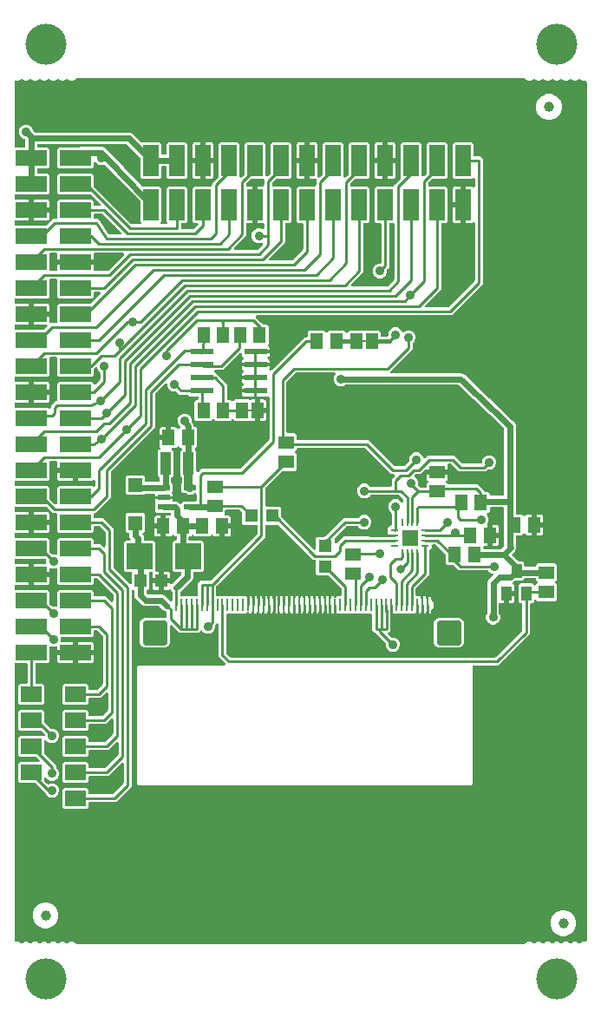
<source format=gbr>
G04 EAGLE Gerber RS-274X export*
G75*
%MOMM*%
%FSLAX34Y34*%
%LPD*%
%INTop Copper*%
%IPPOS*%
%AMOC8*
5,1,8,0,0,1.08239X$1,22.5*%
G01*
%ADD10C,1.000000*%
%ADD11R,1.500000X1.300000*%
%ADD12R,1.300000X1.500000*%
%ADD13R,1.000000X1.400000*%
%ADD14R,1.500000X1.500000*%
%ADD15R,0.800000X0.280000*%
%ADD16R,0.280000X0.800000*%
%ADD17R,1.524000X3.048000*%
%ADD18C,4.000000*%
%ADD19R,1.200000X0.550000*%
%ADD20R,1.016000X2.200000*%
%ADD21R,1.400000X1.400000*%
%ADD22R,2.540000X2.540000*%
%ADD23R,1.200000X1.300000*%
%ADD24R,0.275000X1.200000*%
%ADD25C,0.600000*%
%ADD26R,1.300000X1.200000*%
%ADD27R,1.168400X1.600200*%
%ADD28R,0.635000X0.203200*%
%ADD29R,3.048000X1.524000*%
%ADD30R,2.200000X0.600000*%
%ADD31R,2.000000X1.500000*%
%ADD32C,0.254000*%
%ADD33C,0.906400*%
%ADD34C,0.889000*%
%ADD35C,0.812800*%
%ADD36C,0.609600*%
%ADD37C,0.800100*%
%ADD38C,0.406400*%

G36*
X501714Y2553D02*
X501714Y2553D01*
X501814Y2556D01*
X501872Y2573D01*
X501932Y2581D01*
X502024Y2617D01*
X502119Y2645D01*
X502171Y2675D01*
X502228Y2698D01*
X502308Y2756D01*
X502393Y2806D01*
X502468Y2872D01*
X502485Y2884D01*
X502493Y2894D01*
X502514Y2912D01*
X503875Y4273D01*
X505727Y5041D01*
X507733Y5041D01*
X509585Y4273D01*
X510278Y3581D01*
X510372Y3508D01*
X510461Y3429D01*
X510497Y3411D01*
X510529Y3386D01*
X510638Y3339D01*
X510744Y3285D01*
X510783Y3276D01*
X510821Y3260D01*
X510938Y3241D01*
X511054Y3215D01*
X511095Y3216D01*
X511135Y3210D01*
X511253Y3221D01*
X511372Y3225D01*
X511411Y3236D01*
X511451Y3240D01*
X511563Y3280D01*
X511678Y3313D01*
X511713Y3334D01*
X511751Y3347D01*
X511849Y3414D01*
X511952Y3475D01*
X511997Y3515D01*
X512014Y3526D01*
X512027Y3541D01*
X512073Y3581D01*
X512765Y4273D01*
X514617Y5041D01*
X516623Y5041D01*
X518475Y4273D01*
X519168Y3581D01*
X519262Y3508D01*
X519351Y3429D01*
X519387Y3411D01*
X519419Y3386D01*
X519528Y3339D01*
X519634Y3285D01*
X519673Y3276D01*
X519711Y3260D01*
X519828Y3241D01*
X519944Y3215D01*
X519985Y3216D01*
X520025Y3210D01*
X520143Y3221D01*
X520262Y3225D01*
X520301Y3236D01*
X520341Y3240D01*
X520453Y3280D01*
X520568Y3313D01*
X520603Y3334D01*
X520641Y3347D01*
X520739Y3414D01*
X520842Y3475D01*
X520887Y3515D01*
X520904Y3526D01*
X520917Y3541D01*
X520963Y3581D01*
X521655Y4273D01*
X523507Y5041D01*
X525513Y5041D01*
X527365Y4273D01*
X528058Y3581D01*
X528152Y3508D01*
X528241Y3429D01*
X528277Y3411D01*
X528309Y3386D01*
X528418Y3339D01*
X528524Y3285D01*
X528563Y3276D01*
X528601Y3260D01*
X528718Y3241D01*
X528834Y3215D01*
X528875Y3216D01*
X528915Y3210D01*
X529033Y3221D01*
X529152Y3225D01*
X529191Y3236D01*
X529231Y3240D01*
X529343Y3280D01*
X529458Y3313D01*
X529493Y3334D01*
X529531Y3347D01*
X529629Y3414D01*
X529732Y3475D01*
X529777Y3515D01*
X529794Y3526D01*
X529807Y3541D01*
X529853Y3581D01*
X530545Y4273D01*
X532397Y5041D01*
X534403Y5041D01*
X536255Y4273D01*
X536948Y3581D01*
X537042Y3508D01*
X537131Y3429D01*
X537167Y3411D01*
X537199Y3386D01*
X537308Y3339D01*
X537414Y3285D01*
X537453Y3276D01*
X537491Y3260D01*
X537608Y3241D01*
X537724Y3215D01*
X537765Y3216D01*
X537805Y3210D01*
X537923Y3221D01*
X538042Y3225D01*
X538081Y3236D01*
X538121Y3240D01*
X538233Y3280D01*
X538348Y3313D01*
X538383Y3334D01*
X538421Y3347D01*
X538519Y3414D01*
X538622Y3475D01*
X538667Y3515D01*
X538684Y3526D01*
X538697Y3541D01*
X538743Y3581D01*
X539435Y4273D01*
X541287Y5041D01*
X543293Y5041D01*
X545145Y4273D01*
X545838Y3581D01*
X545932Y3508D01*
X546021Y3429D01*
X546057Y3411D01*
X546089Y3386D01*
X546198Y3339D01*
X546304Y3285D01*
X546343Y3276D01*
X546381Y3260D01*
X546498Y3241D01*
X546614Y3215D01*
X546655Y3216D01*
X546695Y3210D01*
X546813Y3221D01*
X546932Y3225D01*
X546971Y3236D01*
X547011Y3240D01*
X547123Y3280D01*
X547238Y3313D01*
X547273Y3334D01*
X547311Y3347D01*
X547409Y3414D01*
X547512Y3475D01*
X547557Y3515D01*
X547574Y3526D01*
X547587Y3541D01*
X547633Y3581D01*
X548325Y4273D01*
X550177Y5041D01*
X552183Y5041D01*
X554035Y4273D01*
X554728Y3581D01*
X554822Y3508D01*
X554911Y3429D01*
X554947Y3411D01*
X554979Y3386D01*
X555088Y3339D01*
X555194Y3285D01*
X555233Y3276D01*
X555271Y3260D01*
X555388Y3241D01*
X555504Y3215D01*
X555545Y3216D01*
X555585Y3210D01*
X555703Y3221D01*
X555822Y3225D01*
X555861Y3236D01*
X555901Y3240D01*
X556013Y3280D01*
X556128Y3313D01*
X556163Y3334D01*
X556201Y3347D01*
X556299Y3414D01*
X556402Y3475D01*
X556447Y3515D01*
X556464Y3526D01*
X556477Y3541D01*
X556523Y3581D01*
X557215Y4273D01*
X559067Y5041D01*
X561241Y5041D01*
X561260Y5037D01*
X561318Y5041D01*
X561325Y5041D01*
X561332Y5042D01*
X561368Y5044D01*
X561477Y5042D01*
X561526Y5054D01*
X561577Y5057D01*
X561680Y5090D01*
X561787Y5116D01*
X561831Y5139D01*
X561879Y5155D01*
X561971Y5213D01*
X562068Y5264D01*
X562105Y5298D01*
X562148Y5325D01*
X562223Y5404D01*
X562303Y5478D01*
X562331Y5520D01*
X562366Y5557D01*
X562419Y5652D01*
X562479Y5743D01*
X562495Y5791D01*
X562520Y5835D01*
X562547Y5941D01*
X562582Y6044D01*
X562586Y6094D01*
X562599Y6143D01*
X562609Y6304D01*
X562609Y843326D01*
X562603Y843376D01*
X562605Y843427D01*
X562583Y843534D01*
X562569Y843642D01*
X562551Y843689D01*
X562540Y843738D01*
X562492Y843836D01*
X562452Y843937D01*
X562423Y843978D01*
X562400Y844024D01*
X562330Y844107D01*
X562266Y844195D01*
X562227Y844227D01*
X562194Y844266D01*
X562104Y844328D01*
X562021Y844398D01*
X561975Y844419D01*
X561933Y844448D01*
X561831Y844487D01*
X561733Y844533D01*
X561683Y844543D01*
X561636Y844561D01*
X561527Y844572D01*
X561421Y844593D01*
X561370Y844590D01*
X561320Y844595D01*
X561277Y844589D01*
X559067Y844589D01*
X557215Y845357D01*
X556523Y846049D01*
X556429Y846122D01*
X556339Y846201D01*
X556303Y846219D01*
X556271Y846244D01*
X556162Y846291D01*
X556056Y846345D01*
X556017Y846354D01*
X555979Y846370D01*
X555862Y846389D01*
X555746Y846415D01*
X555705Y846414D01*
X555665Y846420D01*
X555547Y846409D01*
X555428Y846405D01*
X555389Y846394D01*
X555349Y846390D01*
X555237Y846350D01*
X555122Y846317D01*
X555087Y846296D01*
X555049Y846283D01*
X554951Y846216D01*
X554848Y846155D01*
X554803Y846115D01*
X554786Y846104D01*
X554773Y846089D01*
X554728Y846049D01*
X554035Y845357D01*
X552183Y844589D01*
X550177Y844589D01*
X548325Y845357D01*
X547633Y846049D01*
X547539Y846122D01*
X547449Y846201D01*
X547413Y846219D01*
X547381Y846244D01*
X547272Y846291D01*
X547166Y846345D01*
X547127Y846354D01*
X547089Y846370D01*
X546972Y846389D01*
X546856Y846415D01*
X546815Y846414D01*
X546775Y846420D01*
X546657Y846409D01*
X546538Y846405D01*
X546499Y846394D01*
X546459Y846390D01*
X546347Y846350D01*
X546232Y846317D01*
X546197Y846296D01*
X546159Y846283D01*
X546061Y846216D01*
X545958Y846155D01*
X545913Y846115D01*
X545896Y846104D01*
X545883Y846089D01*
X545838Y846049D01*
X545145Y845357D01*
X543293Y844589D01*
X541287Y844589D01*
X539435Y845357D01*
X538743Y846049D01*
X538649Y846122D01*
X538559Y846201D01*
X538523Y846219D01*
X538491Y846244D01*
X538382Y846291D01*
X538276Y846345D01*
X538237Y846354D01*
X538199Y846370D01*
X538082Y846389D01*
X537966Y846415D01*
X537925Y846414D01*
X537885Y846420D01*
X537767Y846409D01*
X537648Y846405D01*
X537609Y846394D01*
X537569Y846390D01*
X537457Y846350D01*
X537342Y846317D01*
X537307Y846296D01*
X537269Y846283D01*
X537171Y846216D01*
X537068Y846155D01*
X537023Y846115D01*
X537006Y846104D01*
X536993Y846089D01*
X536948Y846049D01*
X536255Y845357D01*
X534403Y844589D01*
X532397Y844589D01*
X530545Y845357D01*
X529853Y846049D01*
X529759Y846122D01*
X529669Y846201D01*
X529633Y846219D01*
X529601Y846244D01*
X529492Y846291D01*
X529386Y846345D01*
X529347Y846354D01*
X529309Y846370D01*
X529192Y846389D01*
X529076Y846415D01*
X529035Y846414D01*
X528995Y846420D01*
X528877Y846409D01*
X528758Y846405D01*
X528719Y846394D01*
X528679Y846390D01*
X528567Y846350D01*
X528452Y846317D01*
X528417Y846296D01*
X528379Y846283D01*
X528281Y846216D01*
X528178Y846155D01*
X528133Y846115D01*
X528116Y846104D01*
X528103Y846089D01*
X528058Y846049D01*
X527365Y845357D01*
X525513Y844589D01*
X523507Y844589D01*
X521655Y845357D01*
X520963Y846049D01*
X520869Y846122D01*
X520779Y846201D01*
X520743Y846219D01*
X520711Y846244D01*
X520602Y846291D01*
X520496Y846345D01*
X520457Y846354D01*
X520419Y846370D01*
X520302Y846389D01*
X520186Y846415D01*
X520145Y846414D01*
X520105Y846420D01*
X519987Y846409D01*
X519868Y846405D01*
X519829Y846394D01*
X519789Y846390D01*
X519677Y846350D01*
X519562Y846317D01*
X519527Y846296D01*
X519489Y846283D01*
X519391Y846216D01*
X519288Y846155D01*
X519243Y846115D01*
X519226Y846104D01*
X519213Y846089D01*
X519168Y846049D01*
X518475Y845357D01*
X516623Y844589D01*
X514617Y844589D01*
X512765Y845357D01*
X512073Y846049D01*
X511979Y846122D01*
X511889Y846201D01*
X511853Y846219D01*
X511821Y846244D01*
X511712Y846291D01*
X511606Y846345D01*
X511567Y846354D01*
X511529Y846370D01*
X511412Y846389D01*
X511296Y846415D01*
X511255Y846414D01*
X511215Y846420D01*
X511097Y846409D01*
X510978Y846405D01*
X510939Y846394D01*
X510899Y846390D01*
X510787Y846350D01*
X510672Y846317D01*
X510637Y846296D01*
X510599Y846283D01*
X510501Y846216D01*
X510398Y846155D01*
X510353Y846115D01*
X510336Y846104D01*
X510323Y846089D01*
X510278Y846049D01*
X509585Y845357D01*
X507733Y844589D01*
X505727Y844589D01*
X503875Y845357D01*
X502514Y846718D01*
X502436Y846778D01*
X502363Y846846D01*
X502310Y846875D01*
X502263Y846912D01*
X502172Y846952D01*
X502085Y847000D01*
X502026Y847015D01*
X501971Y847039D01*
X501873Y847054D01*
X501777Y847079D01*
X501677Y847085D01*
X501657Y847089D01*
X501644Y847087D01*
X501616Y847089D01*
X64804Y847089D01*
X64706Y847077D01*
X64606Y847074D01*
X64548Y847057D01*
X64488Y847049D01*
X64396Y847013D01*
X64301Y846985D01*
X64249Y846955D01*
X64192Y846932D01*
X64112Y846874D01*
X64027Y846824D01*
X63952Y846758D01*
X63935Y846746D01*
X63927Y846736D01*
X63906Y846718D01*
X62545Y845357D01*
X60693Y844589D01*
X58687Y844589D01*
X56835Y845357D01*
X56143Y846049D01*
X56049Y846122D01*
X55959Y846201D01*
X55923Y846219D01*
X55891Y846244D01*
X55782Y846291D01*
X55676Y846345D01*
X55637Y846354D01*
X55599Y846370D01*
X55482Y846389D01*
X55366Y846415D01*
X55325Y846414D01*
X55285Y846420D01*
X55167Y846409D01*
X55048Y846405D01*
X55009Y846394D01*
X54969Y846390D01*
X54857Y846350D01*
X54742Y846317D01*
X54707Y846296D01*
X54669Y846283D01*
X54571Y846216D01*
X54468Y846155D01*
X54423Y846115D01*
X54406Y846104D01*
X54393Y846089D01*
X54348Y846049D01*
X53655Y845357D01*
X51803Y844589D01*
X49797Y844589D01*
X47945Y845357D01*
X47253Y846049D01*
X47159Y846122D01*
X47069Y846201D01*
X47033Y846219D01*
X47001Y846244D01*
X46892Y846291D01*
X46786Y846345D01*
X46747Y846354D01*
X46709Y846370D01*
X46592Y846389D01*
X46476Y846415D01*
X46435Y846414D01*
X46395Y846420D01*
X46277Y846409D01*
X46158Y846405D01*
X46119Y846394D01*
X46079Y846390D01*
X45967Y846350D01*
X45852Y846317D01*
X45817Y846296D01*
X45779Y846283D01*
X45681Y846216D01*
X45578Y846155D01*
X45533Y846115D01*
X45516Y846104D01*
X45503Y846089D01*
X45458Y846049D01*
X44765Y845357D01*
X42913Y844589D01*
X40907Y844589D01*
X39055Y845357D01*
X38363Y846049D01*
X38269Y846122D01*
X38179Y846201D01*
X38143Y846219D01*
X38111Y846244D01*
X38002Y846291D01*
X37896Y846345D01*
X37857Y846354D01*
X37819Y846370D01*
X37702Y846389D01*
X37586Y846415D01*
X37545Y846414D01*
X37505Y846420D01*
X37387Y846409D01*
X37268Y846405D01*
X37229Y846394D01*
X37189Y846390D01*
X37077Y846350D01*
X36962Y846317D01*
X36927Y846296D01*
X36889Y846283D01*
X36791Y846216D01*
X36688Y846155D01*
X36643Y846115D01*
X36626Y846104D01*
X36613Y846089D01*
X36568Y846049D01*
X35875Y845357D01*
X34023Y844589D01*
X32017Y844589D01*
X30165Y845357D01*
X29473Y846049D01*
X29379Y846122D01*
X29289Y846201D01*
X29253Y846219D01*
X29221Y846244D01*
X29112Y846291D01*
X29006Y846345D01*
X28967Y846354D01*
X28929Y846370D01*
X28812Y846389D01*
X28696Y846415D01*
X28655Y846414D01*
X28615Y846420D01*
X28497Y846409D01*
X28378Y846405D01*
X28339Y846394D01*
X28299Y846390D01*
X28187Y846350D01*
X28072Y846317D01*
X28037Y846296D01*
X27999Y846283D01*
X27901Y846216D01*
X27798Y846155D01*
X27753Y846115D01*
X27736Y846104D01*
X27723Y846089D01*
X27678Y846049D01*
X26985Y845357D01*
X25133Y844589D01*
X23127Y844589D01*
X21275Y845357D01*
X20583Y846049D01*
X20489Y846122D01*
X20399Y846201D01*
X20363Y846219D01*
X20331Y846244D01*
X20222Y846291D01*
X20116Y846345D01*
X20077Y846354D01*
X20039Y846370D01*
X19922Y846389D01*
X19806Y846415D01*
X19765Y846414D01*
X19725Y846420D01*
X19607Y846409D01*
X19488Y846405D01*
X19449Y846394D01*
X19409Y846390D01*
X19297Y846350D01*
X19182Y846317D01*
X19147Y846296D01*
X19109Y846283D01*
X19011Y846216D01*
X18908Y846155D01*
X18863Y846115D01*
X18846Y846104D01*
X18833Y846089D01*
X18788Y846049D01*
X18095Y845357D01*
X16243Y844589D01*
X14237Y844589D01*
X12385Y845357D01*
X11693Y846049D01*
X11599Y846122D01*
X11509Y846201D01*
X11473Y846219D01*
X11441Y846244D01*
X11332Y846291D01*
X11226Y846345D01*
X11187Y846354D01*
X11149Y846370D01*
X11032Y846389D01*
X10916Y846415D01*
X10875Y846414D01*
X10835Y846420D01*
X10717Y846409D01*
X10598Y846405D01*
X10559Y846394D01*
X10519Y846390D01*
X10407Y846350D01*
X10292Y846317D01*
X10257Y846296D01*
X10219Y846283D01*
X10121Y846216D01*
X10018Y846155D01*
X9973Y846115D01*
X9956Y846104D01*
X9943Y846089D01*
X9898Y846049D01*
X9205Y845357D01*
X7353Y844589D01*
X5179Y844589D01*
X5161Y844593D01*
X5103Y844589D01*
X5095Y844589D01*
X5087Y844588D01*
X5051Y844586D01*
X4942Y844588D01*
X4893Y844576D01*
X4843Y844573D01*
X4739Y844539D01*
X4632Y844514D01*
X4588Y844490D01*
X4541Y844475D01*
X4448Y844416D01*
X4351Y844365D01*
X4314Y844332D01*
X4272Y844305D01*
X4197Y844225D01*
X4116Y844151D01*
X4088Y844110D01*
X4054Y844073D01*
X4001Y843977D01*
X3941Y843886D01*
X3925Y843839D01*
X3900Y843795D01*
X3873Y843689D01*
X3837Y843585D01*
X3833Y843535D01*
X3821Y843487D01*
X3811Y843326D01*
X3811Y781050D01*
X3826Y780932D01*
X3833Y780813D01*
X3846Y780775D01*
X3851Y780734D01*
X3894Y780624D01*
X3931Y780511D01*
X3953Y780476D01*
X3968Y780439D01*
X4038Y780343D01*
X4101Y780242D01*
X4131Y780214D01*
X4154Y780181D01*
X4246Y780105D01*
X4333Y780024D01*
X4368Y780004D01*
X4399Y779979D01*
X4507Y779928D01*
X4611Y779870D01*
X4651Y779860D01*
X4687Y779843D01*
X4804Y779821D01*
X4919Y779791D01*
X4980Y779787D01*
X5000Y779783D01*
X5020Y779785D01*
X5080Y779781D01*
X13462Y779781D01*
X13580Y779796D01*
X13699Y779803D01*
X13737Y779816D01*
X13778Y779821D01*
X13888Y779864D01*
X14001Y779901D01*
X14036Y779923D01*
X14073Y779938D01*
X14169Y780007D01*
X14270Y780071D01*
X14298Y780101D01*
X14331Y780124D01*
X14407Y780216D01*
X14488Y780303D01*
X14508Y780338D01*
X14533Y780369D01*
X14584Y780477D01*
X14642Y780581D01*
X14652Y780621D01*
X14669Y780657D01*
X14691Y780774D01*
X14721Y780889D01*
X14725Y780949D01*
X14729Y780969D01*
X14727Y780990D01*
X14731Y781050D01*
X14731Y786821D01*
X14728Y786851D01*
X14730Y786880D01*
X14708Y787008D01*
X14691Y787137D01*
X14681Y787164D01*
X14676Y787193D01*
X14622Y787312D01*
X14574Y787433D01*
X14557Y787456D01*
X14545Y787483D01*
X14464Y787585D01*
X14388Y787690D01*
X14365Y787709D01*
X14346Y787732D01*
X14243Y787810D01*
X14143Y787893D01*
X14116Y787905D01*
X14092Y787923D01*
X13948Y787994D01*
X11283Y789098D01*
X9318Y791063D01*
X8254Y793630D01*
X8254Y796410D01*
X9318Y798977D01*
X11283Y800942D01*
X13850Y802006D01*
X16630Y802006D01*
X19197Y800942D01*
X21162Y798977D01*
X22236Y796386D01*
X22238Y796365D01*
X22241Y796266D01*
X22258Y796208D01*
X22266Y796148D01*
X22302Y796056D01*
X22330Y795961D01*
X22360Y795909D01*
X22383Y795852D01*
X22441Y795772D01*
X22491Y795687D01*
X22557Y795612D01*
X22569Y795595D01*
X22579Y795587D01*
X22597Y795566D01*
X23533Y794630D01*
X23611Y794570D01*
X23684Y794502D01*
X23737Y794473D01*
X23784Y794436D01*
X23875Y794396D01*
X23962Y794348D01*
X24021Y794333D01*
X24076Y794309D01*
X24174Y794294D01*
X24270Y794269D01*
X24370Y794263D01*
X24390Y794259D01*
X24403Y794261D01*
X24431Y794259D01*
X116682Y794259D01*
X118736Y793408D01*
X126988Y785156D01*
X127082Y785083D01*
X127171Y785004D01*
X127207Y784986D01*
X127239Y784961D01*
X127349Y784914D01*
X127455Y784859D01*
X127494Y784851D01*
X127531Y784835D01*
X127649Y784816D01*
X127765Y784790D01*
X127805Y784791D01*
X127845Y784785D01*
X127964Y784796D01*
X128083Y784800D01*
X128121Y784811D01*
X128162Y784815D01*
X128274Y784855D01*
X128294Y784861D01*
X145832Y784861D01*
X147321Y783372D01*
X147321Y773938D01*
X147336Y773820D01*
X147343Y773701D01*
X147356Y773663D01*
X147361Y773622D01*
X147404Y773512D01*
X147441Y773399D01*
X147463Y773364D01*
X147478Y773327D01*
X147547Y773231D01*
X147611Y773130D01*
X147641Y773102D01*
X147664Y773069D01*
X147756Y772993D01*
X147843Y772912D01*
X147878Y772892D01*
X147909Y772867D01*
X148017Y772816D01*
X148121Y772758D01*
X148161Y772748D01*
X148197Y772731D01*
X148314Y772709D01*
X148429Y772679D01*
X148489Y772675D01*
X148509Y772671D01*
X148530Y772673D01*
X148590Y772669D01*
X151130Y772669D01*
X151248Y772684D01*
X151367Y772691D01*
X151405Y772704D01*
X151446Y772709D01*
X151556Y772752D01*
X151669Y772789D01*
X151704Y772811D01*
X151741Y772826D01*
X151837Y772895D01*
X151938Y772959D01*
X151966Y772989D01*
X151999Y773012D01*
X152075Y773104D01*
X152156Y773191D01*
X152176Y773226D01*
X152201Y773257D01*
X152252Y773365D01*
X152310Y773469D01*
X152320Y773509D01*
X152337Y773545D01*
X152359Y773662D01*
X152389Y773777D01*
X152393Y773837D01*
X152397Y773857D01*
X152395Y773878D01*
X152399Y773938D01*
X152399Y783372D01*
X153888Y784861D01*
X171232Y784861D01*
X172721Y783372D01*
X172721Y750788D01*
X171232Y749299D01*
X153888Y749299D01*
X152399Y750788D01*
X152399Y760222D01*
X152384Y760340D01*
X152377Y760459D01*
X152364Y760497D01*
X152359Y760538D01*
X152316Y760648D01*
X152279Y760761D01*
X152257Y760796D01*
X152242Y760833D01*
X152173Y760929D01*
X152109Y761030D01*
X152079Y761058D01*
X152056Y761091D01*
X151964Y761167D01*
X151877Y761248D01*
X151842Y761268D01*
X151811Y761293D01*
X151703Y761344D01*
X151599Y761402D01*
X151559Y761412D01*
X151523Y761429D01*
X151406Y761451D01*
X151291Y761481D01*
X151231Y761485D01*
X151211Y761489D01*
X151190Y761487D01*
X151130Y761491D01*
X148590Y761491D01*
X148472Y761476D01*
X148353Y761469D01*
X148315Y761456D01*
X148274Y761451D01*
X148164Y761408D01*
X148051Y761371D01*
X148016Y761349D01*
X147979Y761334D01*
X147883Y761265D01*
X147782Y761201D01*
X147754Y761171D01*
X147721Y761148D01*
X147645Y761056D01*
X147564Y760969D01*
X147544Y760934D01*
X147519Y760903D01*
X147468Y760795D01*
X147410Y760691D01*
X147400Y760651D01*
X147383Y760615D01*
X147361Y760498D01*
X147331Y760383D01*
X147327Y760323D01*
X147323Y760303D01*
X147325Y760282D01*
X147321Y760222D01*
X147321Y750788D01*
X145832Y749299D01*
X128488Y749299D01*
X126999Y750788D01*
X126999Y768811D01*
X126987Y768910D01*
X126984Y769009D01*
X126967Y769067D01*
X126959Y769127D01*
X126923Y769219D01*
X126895Y769314D01*
X126865Y769366D01*
X126842Y769423D01*
X126784Y769503D01*
X126734Y769588D01*
X126668Y769663D01*
X126656Y769680D01*
X126646Y769688D01*
X126628Y769709D01*
X113627Y782710D01*
X113549Y782770D01*
X113476Y782838D01*
X113423Y782867D01*
X113376Y782904D01*
X113285Y782944D01*
X113198Y782992D01*
X113139Y783007D01*
X113084Y783031D01*
X112986Y783046D01*
X112890Y783071D01*
X112790Y783077D01*
X112770Y783081D01*
X112757Y783079D01*
X112729Y783081D01*
X27178Y783081D01*
X27060Y783066D01*
X26941Y783059D01*
X26903Y783046D01*
X26862Y783041D01*
X26752Y782998D01*
X26639Y782961D01*
X26604Y782939D01*
X26567Y782924D01*
X26471Y782855D01*
X26370Y782791D01*
X26342Y782761D01*
X26309Y782738D01*
X26233Y782646D01*
X26152Y782559D01*
X26132Y782524D01*
X26107Y782493D01*
X26056Y782385D01*
X25998Y782281D01*
X25988Y782241D01*
X25971Y782205D01*
X25949Y782088D01*
X25919Y781973D01*
X25915Y781913D01*
X25911Y781893D01*
X25913Y781872D01*
X25909Y781812D01*
X25909Y781050D01*
X25924Y780932D01*
X25931Y780813D01*
X25944Y780775D01*
X25949Y780734D01*
X25992Y780624D01*
X26029Y780511D01*
X26051Y780476D01*
X26066Y780439D01*
X26135Y780343D01*
X26199Y780242D01*
X26229Y780214D01*
X26252Y780181D01*
X26344Y780105D01*
X26431Y780024D01*
X26466Y780004D01*
X26497Y779979D01*
X26605Y779928D01*
X26709Y779870D01*
X26749Y779860D01*
X26785Y779843D01*
X26902Y779821D01*
X27017Y779791D01*
X27077Y779787D01*
X27097Y779783D01*
X27118Y779785D01*
X27178Y779781D01*
X36612Y779781D01*
X38101Y778292D01*
X38101Y760948D01*
X36612Y759459D01*
X27178Y759459D01*
X27060Y759444D01*
X26941Y759437D01*
X26903Y759424D01*
X26862Y759419D01*
X26752Y759376D01*
X26639Y759339D01*
X26604Y759317D01*
X26567Y759302D01*
X26471Y759233D01*
X26370Y759169D01*
X26342Y759139D01*
X26309Y759116D01*
X26233Y759024D01*
X26152Y758937D01*
X26132Y758902D01*
X26107Y758871D01*
X26056Y758763D01*
X25998Y758659D01*
X25988Y758619D01*
X25971Y758583D01*
X25949Y758466D01*
X25919Y758351D01*
X25915Y758291D01*
X25911Y758271D01*
X25913Y758250D01*
X25909Y758190D01*
X25909Y755650D01*
X25924Y755532D01*
X25931Y755413D01*
X25944Y755375D01*
X25949Y755334D01*
X25992Y755224D01*
X26029Y755111D01*
X26051Y755076D01*
X26066Y755039D01*
X26135Y754943D01*
X26199Y754842D01*
X26229Y754814D01*
X26252Y754781D01*
X26344Y754705D01*
X26431Y754624D01*
X26466Y754604D01*
X26497Y754579D01*
X26605Y754528D01*
X26709Y754470D01*
X26749Y754460D01*
X26785Y754443D01*
X26902Y754421D01*
X27017Y754391D01*
X27077Y754387D01*
X27097Y754383D01*
X27118Y754385D01*
X27178Y754381D01*
X36612Y754381D01*
X38101Y752892D01*
X38101Y735548D01*
X36612Y734059D01*
X5080Y734059D01*
X4962Y734044D01*
X4843Y734037D01*
X4805Y734024D01*
X4764Y734019D01*
X4654Y733976D01*
X4541Y733939D01*
X4506Y733917D01*
X4469Y733902D01*
X4373Y733833D01*
X4272Y733769D01*
X4244Y733739D01*
X4211Y733716D01*
X4136Y733624D01*
X4054Y733537D01*
X4034Y733502D01*
X4009Y733471D01*
X3958Y733363D01*
X3900Y733259D01*
X3890Y733219D01*
X3873Y733183D01*
X3851Y733066D01*
X3821Y732951D01*
X3817Y732891D01*
X3813Y732871D01*
X3815Y732850D01*
X3811Y732790D01*
X3811Y730250D01*
X3826Y730132D01*
X3833Y730013D01*
X3846Y729975D01*
X3851Y729934D01*
X3894Y729824D01*
X3931Y729711D01*
X3953Y729676D01*
X3968Y729639D01*
X4038Y729543D01*
X4101Y729442D01*
X4131Y729414D01*
X4154Y729381D01*
X4246Y729305D01*
X4333Y729224D01*
X4368Y729204D01*
X4399Y729179D01*
X4507Y729128D01*
X4611Y729070D01*
X4651Y729060D01*
X4687Y729043D01*
X4804Y729021D01*
X4919Y728991D01*
X4980Y728987D01*
X5000Y728983D01*
X5020Y728985D01*
X5080Y728981D01*
X17781Y728981D01*
X17781Y720090D01*
X17796Y719972D01*
X17803Y719853D01*
X17816Y719815D01*
X17821Y719775D01*
X17864Y719664D01*
X17901Y719551D01*
X17923Y719516D01*
X17938Y719479D01*
X18008Y719383D01*
X18071Y719282D01*
X18101Y719254D01*
X18125Y719222D01*
X18216Y719146D01*
X18303Y719064D01*
X18338Y719045D01*
X18369Y719019D01*
X18477Y718968D01*
X18581Y718911D01*
X18621Y718900D01*
X18657Y718883D01*
X18774Y718861D01*
X18889Y718831D01*
X18950Y718827D01*
X18970Y718823D01*
X18990Y718825D01*
X19050Y718821D01*
X20321Y718821D01*
X20321Y718819D01*
X19050Y718819D01*
X18932Y718804D01*
X18813Y718797D01*
X18775Y718784D01*
X18735Y718779D01*
X18624Y718735D01*
X18511Y718699D01*
X18476Y718677D01*
X18439Y718662D01*
X18343Y718592D01*
X18242Y718529D01*
X18214Y718499D01*
X18181Y718475D01*
X18106Y718384D01*
X18024Y718297D01*
X18004Y718262D01*
X17979Y718230D01*
X17928Y718123D01*
X17870Y718019D01*
X17860Y717979D01*
X17843Y717943D01*
X17821Y717826D01*
X17791Y717711D01*
X17787Y717650D01*
X17783Y717630D01*
X17785Y717610D01*
X17781Y717550D01*
X17781Y708659D01*
X5080Y708659D01*
X4962Y708644D01*
X4843Y708637D01*
X4805Y708624D01*
X4764Y708619D01*
X4654Y708576D01*
X4541Y708539D01*
X4506Y708517D01*
X4469Y708502D01*
X4373Y708433D01*
X4272Y708369D01*
X4244Y708339D01*
X4211Y708316D01*
X4136Y708224D01*
X4054Y708137D01*
X4034Y708102D01*
X4009Y708071D01*
X3958Y707963D01*
X3900Y707859D01*
X3890Y707819D01*
X3873Y707783D01*
X3851Y707666D01*
X3821Y707551D01*
X3817Y707491D01*
X3813Y707471D01*
X3815Y707450D01*
X3811Y707390D01*
X3811Y704850D01*
X3826Y704732D01*
X3833Y704613D01*
X3846Y704575D01*
X3851Y704534D01*
X3894Y704424D01*
X3931Y704311D01*
X3953Y704276D01*
X3968Y704239D01*
X4038Y704143D01*
X4101Y704042D01*
X4131Y704014D01*
X4154Y703981D01*
X4246Y703905D01*
X4333Y703824D01*
X4368Y703804D01*
X4399Y703779D01*
X4507Y703728D01*
X4611Y703670D01*
X4651Y703660D01*
X4687Y703643D01*
X4804Y703621D01*
X4919Y703591D01*
X4980Y703587D01*
X5000Y703583D01*
X5020Y703585D01*
X5080Y703581D01*
X34726Y703581D01*
X34824Y703593D01*
X34923Y703596D01*
X34981Y703613D01*
X35041Y703621D01*
X35133Y703657D01*
X35229Y703685D01*
X35281Y703715D01*
X35337Y703738D01*
X35417Y703796D01*
X35502Y703846D01*
X35578Y703912D01*
X35594Y703924D01*
X35602Y703934D01*
X35623Y703952D01*
X41602Y709931D01*
X44450Y709931D01*
X44568Y709946D01*
X44687Y709953D01*
X44725Y709966D01*
X44766Y709971D01*
X44876Y710014D01*
X44989Y710051D01*
X45024Y710073D01*
X45061Y710088D01*
X45157Y710157D01*
X45258Y710221D01*
X45286Y710251D01*
X45319Y710274D01*
X45395Y710366D01*
X45476Y710453D01*
X45496Y710488D01*
X45521Y710519D01*
X45572Y710627D01*
X45630Y710731D01*
X45640Y710771D01*
X45657Y710807D01*
X45679Y710924D01*
X45709Y711039D01*
X45713Y711099D01*
X45717Y711119D01*
X45715Y711140D01*
X45719Y711200D01*
X45719Y727492D01*
X47208Y728981D01*
X79792Y728981D01*
X81281Y727492D01*
X81281Y723900D01*
X81296Y723782D01*
X81303Y723663D01*
X81316Y723625D01*
X81321Y723584D01*
X81364Y723474D01*
X81401Y723361D01*
X81423Y723326D01*
X81438Y723289D01*
X81507Y723193D01*
X81571Y723092D01*
X81601Y723064D01*
X81624Y723031D01*
X81716Y722955D01*
X81803Y722874D01*
X81838Y722854D01*
X81869Y722829D01*
X81977Y722778D01*
X82081Y722720D01*
X82121Y722710D01*
X82157Y722693D01*
X82274Y722671D01*
X82389Y722641D01*
X82449Y722637D01*
X82469Y722633D01*
X82490Y722635D01*
X82550Y722631D01*
X86796Y722631D01*
X86933Y722648D01*
X87072Y722661D01*
X87091Y722668D01*
X87111Y722671D01*
X87240Y722722D01*
X87371Y722769D01*
X87388Y722780D01*
X87407Y722788D01*
X87519Y722869D01*
X87635Y722947D01*
X87648Y722963D01*
X87664Y722974D01*
X87753Y723082D01*
X87845Y723186D01*
X87854Y723204D01*
X87867Y723219D01*
X87926Y723345D01*
X87990Y723469D01*
X87994Y723489D01*
X88003Y723507D01*
X88029Y723643D01*
X88059Y723779D01*
X88059Y723800D01*
X88063Y723819D01*
X88054Y723958D01*
X88050Y724097D01*
X88044Y724117D01*
X88043Y724137D01*
X88000Y724269D01*
X87961Y724403D01*
X87951Y724420D01*
X87945Y724439D01*
X87870Y724557D01*
X87800Y724677D01*
X87781Y724698D01*
X87775Y724708D01*
X87760Y724722D01*
X87693Y724797D01*
X78803Y733688D01*
X78725Y733748D01*
X78653Y733816D01*
X78600Y733845D01*
X78552Y733882D01*
X78461Y733922D01*
X78374Y733970D01*
X78316Y733985D01*
X78260Y734009D01*
X78162Y734024D01*
X78066Y734049D01*
X77966Y734055D01*
X77946Y734059D01*
X77934Y734057D01*
X77906Y734059D01*
X47208Y734059D01*
X45719Y735548D01*
X45719Y752892D01*
X47208Y754381D01*
X79792Y754381D01*
X81281Y752892D01*
X81281Y742514D01*
X81293Y742416D01*
X81296Y742317D01*
X81303Y742294D01*
X81304Y742277D01*
X81315Y742241D01*
X81321Y742199D01*
X81357Y742107D01*
X81385Y742011D01*
X81396Y741992D01*
X81402Y741974D01*
X81422Y741942D01*
X81438Y741903D01*
X81496Y741823D01*
X81546Y741738D01*
X81566Y741715D01*
X81572Y741705D01*
X81586Y741692D01*
X81612Y741662D01*
X81624Y741646D01*
X81634Y741638D01*
X81652Y741617D01*
X118047Y705222D01*
X118125Y705162D01*
X118197Y705094D01*
X118250Y705065D01*
X118298Y705028D01*
X118389Y704988D01*
X118476Y704940D01*
X118534Y704925D01*
X118590Y704901D01*
X118688Y704886D01*
X118784Y704861D01*
X118884Y704855D01*
X118904Y704851D01*
X118916Y704853D01*
X118944Y704851D01*
X126692Y704851D01*
X126830Y704868D01*
X126968Y704881D01*
X126987Y704888D01*
X127007Y704891D01*
X127137Y704942D01*
X127268Y704989D01*
X127284Y705000D01*
X127303Y705008D01*
X127415Y705089D01*
X127531Y705167D01*
X127544Y705183D01*
X127560Y705194D01*
X127649Y705302D01*
X127741Y705406D01*
X127750Y705424D01*
X127763Y705439D01*
X127823Y705565D01*
X127886Y705689D01*
X127890Y705709D01*
X127899Y705727D01*
X127925Y705864D01*
X127955Y705999D01*
X127955Y706020D01*
X127959Y706039D01*
X127950Y706178D01*
X127946Y706317D01*
X127940Y706337D01*
X127939Y706357D01*
X127896Y706489D01*
X127857Y706623D01*
X127847Y706640D01*
X127841Y706659D01*
X127766Y706777D01*
X127696Y706897D01*
X127677Y706918D01*
X127671Y706928D01*
X127656Y706942D01*
X127589Y707017D01*
X126999Y707608D01*
X126999Y725974D01*
X126989Y726057D01*
X126988Y726139D01*
X126969Y726214D01*
X126959Y726290D01*
X126929Y726367D01*
X126908Y726447D01*
X126871Y726514D01*
X126842Y726586D01*
X126794Y726653D01*
X126753Y726725D01*
X126660Y726837D01*
X126656Y726843D01*
X126654Y726845D01*
X126650Y726849D01*
X92587Y762705D01*
X92551Y762734D01*
X92521Y762769D01*
X92428Y762834D01*
X92340Y762906D01*
X92299Y762926D01*
X92261Y762952D01*
X92155Y762992D01*
X92052Y763040D01*
X92007Y763048D01*
X91964Y763065D01*
X91851Y763077D01*
X91739Y763098D01*
X91694Y763095D01*
X91648Y763100D01*
X91535Y763084D01*
X91422Y763076D01*
X91379Y763062D01*
X91333Y763055D01*
X91181Y763003D01*
X90290Y762634D01*
X87510Y762634D01*
X84943Y763698D01*
X83447Y765193D01*
X83338Y765278D01*
X83231Y765367D01*
X83212Y765376D01*
X83196Y765388D01*
X83068Y765444D01*
X82943Y765503D01*
X82923Y765506D01*
X82904Y765515D01*
X82766Y765536D01*
X82630Y765562D01*
X82610Y765561D01*
X82590Y765564D01*
X82451Y765551D01*
X82313Y765543D01*
X82294Y765536D01*
X82274Y765535D01*
X82142Y765487D01*
X82011Y765445D01*
X81993Y765434D01*
X81974Y765427D01*
X81859Y765349D01*
X81742Y765274D01*
X81728Y765260D01*
X81711Y765248D01*
X81619Y765144D01*
X81524Y765043D01*
X81514Y765025D01*
X81501Y765010D01*
X81437Y764886D01*
X81370Y764764D01*
X81365Y764745D01*
X81356Y764727D01*
X81326Y764591D01*
X81291Y764456D01*
X81289Y764428D01*
X81286Y764416D01*
X81287Y764396D01*
X81281Y764296D01*
X81281Y760948D01*
X79792Y759459D01*
X47208Y759459D01*
X45719Y760948D01*
X45719Y778292D01*
X47208Y779781D01*
X65989Y779781D01*
X65999Y779782D01*
X66008Y779781D01*
X66156Y779802D01*
X66305Y779821D01*
X66314Y779824D01*
X66323Y779825D01*
X66475Y779877D01*
X67468Y780289D01*
X87627Y780289D01*
X87778Y780308D01*
X87860Y780317D01*
X88956Y780289D01*
X88966Y780290D01*
X88988Y780289D01*
X90085Y780289D01*
X90089Y780288D01*
X91090Y779843D01*
X91100Y779840D01*
X91120Y779830D01*
X92133Y779410D01*
X92137Y779407D01*
X92891Y778613D01*
X92899Y778607D01*
X92914Y778590D01*
X93690Y777814D01*
X93725Y777750D01*
X93731Y777743D01*
X93734Y777739D01*
X93741Y777731D01*
X93829Y777626D01*
X127602Y742076D01*
X127691Y742003D01*
X127775Y741924D01*
X127814Y741903D01*
X127848Y741874D01*
X127952Y741826D01*
X128053Y741770D01*
X128096Y741759D01*
X128136Y741741D01*
X128250Y741720D01*
X128361Y741691D01*
X128428Y741687D01*
X128449Y741683D01*
X128468Y741684D01*
X128522Y741681D01*
X145832Y741681D01*
X147321Y740192D01*
X147321Y707608D01*
X146731Y707017D01*
X146646Y706908D01*
X146557Y706801D01*
X146548Y706782D01*
X146536Y706766D01*
X146480Y706639D01*
X146421Y706513D01*
X146417Y706493D01*
X146409Y706474D01*
X146387Y706336D01*
X146361Y706200D01*
X146363Y706180D01*
X146359Y706160D01*
X146373Y706021D01*
X146381Y705883D01*
X146387Y705864D01*
X146389Y705844D01*
X146436Y705712D01*
X146479Y705581D01*
X146490Y705563D01*
X146497Y705544D01*
X146575Y705429D01*
X146649Y705312D01*
X146664Y705298D01*
X146675Y705281D01*
X146780Y705189D01*
X146881Y705094D01*
X146899Y705084D01*
X146914Y705071D01*
X147038Y705008D01*
X147159Y704940D01*
X147179Y704935D01*
X147197Y704926D01*
X147333Y704896D01*
X147467Y704861D01*
X147495Y704859D01*
X147507Y704856D01*
X147528Y704857D01*
X147628Y704851D01*
X152092Y704851D01*
X152230Y704868D01*
X152368Y704881D01*
X152387Y704888D01*
X152407Y704891D01*
X152537Y704942D01*
X152668Y704989D01*
X152684Y705000D01*
X152703Y705008D01*
X152815Y705089D01*
X152931Y705167D01*
X152944Y705183D01*
X152960Y705194D01*
X153049Y705302D01*
X153141Y705406D01*
X153150Y705424D01*
X153163Y705439D01*
X153223Y705565D01*
X153286Y705689D01*
X153290Y705709D01*
X153299Y705727D01*
X153325Y705864D01*
X153355Y705999D01*
X153355Y706020D01*
X153359Y706039D01*
X153350Y706178D01*
X153346Y706317D01*
X153340Y706337D01*
X153339Y706357D01*
X153296Y706489D01*
X153257Y706623D01*
X153247Y706640D01*
X153241Y706659D01*
X153166Y706777D01*
X153096Y706897D01*
X153077Y706918D01*
X153071Y706928D01*
X153056Y706942D01*
X152989Y707017D01*
X152399Y707608D01*
X152399Y740192D01*
X153888Y741681D01*
X171232Y741681D01*
X172721Y740192D01*
X172721Y707608D01*
X171232Y706119D01*
X167640Y706119D01*
X167522Y706104D01*
X167403Y706097D01*
X167365Y706084D01*
X167324Y706079D01*
X167214Y706036D01*
X167101Y705999D01*
X167066Y705977D01*
X167029Y705962D01*
X166933Y705893D01*
X166832Y705829D01*
X166804Y705799D01*
X166771Y705776D01*
X166695Y705684D01*
X166614Y705597D01*
X166594Y705562D01*
X166569Y705531D01*
X166518Y705423D01*
X166460Y705319D01*
X166450Y705279D01*
X166433Y705243D01*
X166411Y705126D01*
X166381Y705011D01*
X166377Y704951D01*
X166373Y704931D01*
X166375Y704910D01*
X166371Y704850D01*
X166371Y701040D01*
X166386Y700922D01*
X166393Y700803D01*
X166406Y700765D01*
X166411Y700724D01*
X166454Y700614D01*
X166491Y700501D01*
X166513Y700466D01*
X166528Y700429D01*
X166597Y700333D01*
X166661Y700232D01*
X166691Y700204D01*
X166714Y700171D01*
X166806Y700095D01*
X166893Y700014D01*
X166928Y699994D01*
X166959Y699969D01*
X167067Y699918D01*
X167171Y699860D01*
X167211Y699850D01*
X167247Y699833D01*
X167364Y699811D01*
X167479Y699781D01*
X167539Y699777D01*
X167559Y699773D01*
X167580Y699775D01*
X167640Y699771D01*
X178236Y699771D01*
X178334Y699783D01*
X178433Y699786D01*
X178491Y699803D01*
X178551Y699811D01*
X178643Y699847D01*
X178739Y699875D01*
X178791Y699905D01*
X178847Y699928D01*
X178927Y699986D01*
X179012Y700036D01*
X179088Y700102D01*
X179104Y700114D01*
X179112Y700124D01*
X179133Y700142D01*
X182943Y703953D01*
X183029Y704062D01*
X183117Y704169D01*
X183126Y704188D01*
X183138Y704204D01*
X183194Y704332D01*
X183253Y704457D01*
X183257Y704477D01*
X183265Y704496D01*
X183287Y704634D01*
X183313Y704770D01*
X183311Y704790D01*
X183314Y704810D01*
X183301Y704949D01*
X183293Y705087D01*
X183287Y705106D01*
X183285Y705126D01*
X183237Y705258D01*
X183195Y705389D01*
X183184Y705407D01*
X183177Y705426D01*
X183099Y705541D01*
X183025Y705658D01*
X183010Y705672D01*
X182998Y705689D01*
X182894Y705781D01*
X182793Y705876D01*
X182775Y705886D01*
X182760Y705899D01*
X182636Y705963D01*
X182514Y706030D01*
X182495Y706035D01*
X182477Y706044D01*
X182341Y706074D01*
X182207Y706109D01*
X182178Y706111D01*
X182167Y706114D01*
X182146Y706113D01*
X182046Y706119D01*
X179288Y706119D01*
X177799Y707608D01*
X177799Y740192D01*
X179288Y741681D01*
X195580Y741681D01*
X195698Y741696D01*
X195817Y741703D01*
X195855Y741716D01*
X195896Y741721D01*
X196006Y741764D01*
X196119Y741801D01*
X196154Y741823D01*
X196191Y741838D01*
X196287Y741907D01*
X196388Y741971D01*
X196416Y742001D01*
X196449Y742024D01*
X196525Y742116D01*
X196606Y742203D01*
X196626Y742238D01*
X196651Y742269D01*
X196702Y742377D01*
X196760Y742481D01*
X196770Y742521D01*
X196787Y742557D01*
X196809Y742674D01*
X196839Y742789D01*
X196843Y742849D01*
X196847Y742869D01*
X196845Y742890D01*
X196849Y742950D01*
X196849Y744528D01*
X199453Y747132D01*
X202828Y750507D01*
X202888Y750585D01*
X202956Y750657D01*
X202978Y750696D01*
X202995Y750718D01*
X203002Y750732D01*
X203022Y750758D01*
X203062Y750849D01*
X203110Y750936D01*
X203124Y750990D01*
X203131Y751005D01*
X203132Y751011D01*
X203149Y751050D01*
X203164Y751148D01*
X203189Y751243D01*
X203195Y751344D01*
X203199Y751364D01*
X203197Y751376D01*
X203199Y751404D01*
X203199Y783372D01*
X204688Y784861D01*
X222032Y784861D01*
X223521Y783372D01*
X223521Y751404D01*
X223538Y751267D01*
X223551Y751128D01*
X223558Y751109D01*
X223561Y751089D01*
X223612Y750960D01*
X223659Y750829D01*
X223670Y750812D01*
X223678Y750793D01*
X223759Y750681D01*
X223837Y750565D01*
X223853Y750552D01*
X223864Y750536D01*
X223972Y750447D01*
X224076Y750355D01*
X224094Y750346D01*
X224109Y750333D01*
X224235Y750274D01*
X224359Y750210D01*
X224379Y750206D01*
X224397Y750197D01*
X224533Y750171D01*
X224669Y750141D01*
X224690Y750141D01*
X224709Y750137D01*
X224848Y750146D01*
X224987Y750150D01*
X225007Y750156D01*
X225027Y750157D01*
X225159Y750200D01*
X225293Y750239D01*
X225310Y750249D01*
X225329Y750255D01*
X225447Y750330D01*
X225567Y750400D01*
X225588Y750419D01*
X225598Y750425D01*
X225612Y750440D01*
X225687Y750507D01*
X228228Y753047D01*
X228288Y753125D01*
X228356Y753197D01*
X228378Y753237D01*
X228394Y753256D01*
X228400Y753269D01*
X228422Y753298D01*
X228462Y753389D01*
X228510Y753476D01*
X228524Y753533D01*
X228529Y753544D01*
X228530Y753546D01*
X228549Y753590D01*
X228564Y753688D01*
X228589Y753783D01*
X228595Y753884D01*
X228599Y753904D01*
X228597Y753916D01*
X228599Y753944D01*
X228599Y783372D01*
X230088Y784861D01*
X247432Y784861D01*
X248921Y783372D01*
X248921Y752674D01*
X248938Y752537D01*
X248951Y752398D01*
X248958Y752379D01*
X248961Y752359D01*
X249012Y752230D01*
X249059Y752099D01*
X249070Y752082D01*
X249078Y752063D01*
X249159Y751951D01*
X249237Y751835D01*
X249253Y751822D01*
X249264Y751806D01*
X249372Y751717D01*
X249476Y751625D01*
X249494Y751616D01*
X249509Y751603D01*
X249635Y751544D01*
X249759Y751480D01*
X249779Y751476D01*
X249797Y751467D01*
X249933Y751441D01*
X250069Y751411D01*
X250090Y751411D01*
X250109Y751407D01*
X250248Y751416D01*
X250387Y751420D01*
X250407Y751426D01*
X250427Y751427D01*
X250559Y751470D01*
X250693Y751509D01*
X250710Y751519D01*
X250729Y751525D01*
X250847Y751600D01*
X250967Y751670D01*
X250988Y751689D01*
X250998Y751695D01*
X251012Y751710D01*
X251087Y751777D01*
X253628Y754317D01*
X253688Y754395D01*
X253756Y754467D01*
X253778Y754508D01*
X253793Y754525D01*
X253799Y754538D01*
X253822Y754568D01*
X253862Y754659D01*
X253910Y754746D01*
X253925Y754804D01*
X253927Y754810D01*
X253929Y754813D01*
X253929Y754814D01*
X253949Y754860D01*
X253964Y754958D01*
X253989Y755053D01*
X253995Y755154D01*
X253999Y755174D01*
X253997Y755186D01*
X253999Y755214D01*
X253999Y783372D01*
X255488Y784861D01*
X272832Y784861D01*
X274321Y783372D01*
X274321Y750788D01*
X272832Y749299D01*
X259914Y749299D01*
X259816Y749287D01*
X259717Y749284D01*
X259659Y749267D01*
X259599Y749259D01*
X259507Y749223D01*
X259411Y749195D01*
X259359Y749165D01*
X259303Y749142D01*
X259223Y749084D01*
X259138Y749034D01*
X259062Y748968D01*
X259046Y748956D01*
X259038Y748946D01*
X259017Y748928D01*
X255642Y745553D01*
X255582Y745475D01*
X255514Y745403D01*
X255485Y745350D01*
X255448Y745302D01*
X255408Y745211D01*
X255360Y745124D01*
X255345Y745066D01*
X255321Y745010D01*
X255306Y744912D01*
X255281Y744816D01*
X255275Y744716D01*
X255271Y744696D01*
X255273Y744684D01*
X255271Y744656D01*
X255271Y742950D01*
X255286Y742832D01*
X255293Y742713D01*
X255306Y742675D01*
X255311Y742634D01*
X255354Y742524D01*
X255391Y742411D01*
X255413Y742376D01*
X255428Y742339D01*
X255498Y742242D01*
X255561Y742142D01*
X255591Y742114D01*
X255614Y742081D01*
X255706Y742005D01*
X255793Y741924D01*
X255828Y741904D01*
X255859Y741879D01*
X255967Y741828D01*
X256071Y741770D01*
X256111Y741760D01*
X256147Y741743D01*
X256264Y741721D01*
X256379Y741691D01*
X256439Y741687D01*
X256459Y741683D01*
X256480Y741685D01*
X256540Y741681D01*
X272832Y741681D01*
X274321Y740192D01*
X274321Y707608D01*
X272832Y706119D01*
X269240Y706119D01*
X269122Y706104D01*
X269003Y706097D01*
X268965Y706084D01*
X268924Y706079D01*
X268814Y706036D01*
X268701Y705999D01*
X268666Y705977D01*
X268629Y705962D01*
X268533Y705893D01*
X268432Y705829D01*
X268404Y705799D01*
X268371Y705776D01*
X268295Y705684D01*
X268214Y705597D01*
X268194Y705562D01*
X268169Y705531D01*
X268118Y705423D01*
X268060Y705319D01*
X268050Y705279D01*
X268033Y705243D01*
X268011Y705126D01*
X267981Y705011D01*
X267977Y704951D01*
X267973Y704931D01*
X267975Y704910D01*
X267971Y704850D01*
X267971Y686762D01*
X265367Y684158D01*
X252667Y671457D01*
X252581Y671348D01*
X252493Y671241D01*
X252484Y671222D01*
X252472Y671206D01*
X252416Y671078D01*
X252357Y670953D01*
X252353Y670933D01*
X252345Y670914D01*
X252323Y670776D01*
X252297Y670640D01*
X252299Y670620D01*
X252296Y670600D01*
X252309Y670461D01*
X252317Y670323D01*
X252323Y670304D01*
X252325Y670284D01*
X252373Y670152D01*
X252415Y670021D01*
X252426Y670003D01*
X252433Y669984D01*
X252511Y669869D01*
X252585Y669752D01*
X252600Y669738D01*
X252612Y669721D01*
X252716Y669629D01*
X252817Y669534D01*
X252835Y669524D01*
X252850Y669511D01*
X252974Y669447D01*
X253096Y669380D01*
X253115Y669375D01*
X253133Y669366D01*
X253269Y669336D01*
X253403Y669301D01*
X253432Y669299D01*
X253443Y669296D01*
X253464Y669297D01*
X253564Y669291D01*
X274756Y669291D01*
X274854Y669303D01*
X274953Y669306D01*
X275011Y669323D01*
X275071Y669331D01*
X275163Y669367D01*
X275259Y669395D01*
X275311Y669425D01*
X275367Y669448D01*
X275447Y669506D01*
X275532Y669556D01*
X275608Y669622D01*
X275624Y669634D01*
X275632Y669644D01*
X275653Y669662D01*
X285378Y679387D01*
X285438Y679465D01*
X285506Y679537D01*
X285535Y679590D01*
X285572Y679638D01*
X285612Y679729D01*
X285660Y679816D01*
X285675Y679874D01*
X285699Y679930D01*
X285714Y680028D01*
X285739Y680124D01*
X285745Y680224D01*
X285749Y680244D01*
X285747Y680256D01*
X285749Y680284D01*
X285749Y704850D01*
X285734Y704968D01*
X285727Y705087D01*
X285714Y705125D01*
X285709Y705166D01*
X285666Y705276D01*
X285629Y705389D01*
X285607Y705424D01*
X285592Y705461D01*
X285523Y705557D01*
X285459Y705658D01*
X285429Y705686D01*
X285406Y705719D01*
X285314Y705795D01*
X285227Y705876D01*
X285192Y705896D01*
X285161Y705921D01*
X285053Y705972D01*
X284949Y706030D01*
X284909Y706040D01*
X284873Y706057D01*
X284756Y706079D01*
X284641Y706109D01*
X284581Y706113D01*
X284561Y706117D01*
X284540Y706115D01*
X284480Y706119D01*
X280888Y706119D01*
X279399Y707608D01*
X279399Y740192D01*
X280888Y741681D01*
X297180Y741681D01*
X297298Y741696D01*
X297417Y741703D01*
X297455Y741716D01*
X297496Y741721D01*
X297606Y741764D01*
X297719Y741801D01*
X297754Y741823D01*
X297791Y741838D01*
X297887Y741907D01*
X297988Y741971D01*
X298016Y742001D01*
X298049Y742024D01*
X298125Y742116D01*
X298206Y742203D01*
X298226Y742238D01*
X298251Y742269D01*
X298302Y742377D01*
X298360Y742481D01*
X298370Y742521D01*
X298387Y742557D01*
X298409Y742674D01*
X298439Y742789D01*
X298443Y742849D01*
X298447Y742869D01*
X298445Y742890D01*
X298449Y742950D01*
X298449Y747068D01*
X298513Y747132D01*
X298599Y747242D01*
X298687Y747349D01*
X298696Y747368D01*
X298708Y747384D01*
X298764Y747511D01*
X298823Y747637D01*
X298827Y747657D01*
X298835Y747676D01*
X298856Y747813D01*
X298883Y747950D01*
X298881Y747970D01*
X298884Y747990D01*
X298871Y748129D01*
X298863Y748267D01*
X298857Y748286D01*
X298855Y748306D01*
X298807Y748438D01*
X298765Y748569D01*
X298754Y748586D01*
X298747Y748606D01*
X298669Y748721D01*
X298595Y748838D01*
X298580Y748852D01*
X298569Y748869D01*
X298464Y748961D01*
X298363Y749056D01*
X298345Y749066D01*
X298330Y749079D01*
X298206Y749143D01*
X298084Y749210D01*
X298065Y749215D01*
X298047Y749224D01*
X297911Y749254D01*
X297777Y749289D01*
X297749Y749291D01*
X297737Y749294D01*
X297716Y749293D01*
X297616Y749299D01*
X292099Y749299D01*
X292099Y764541D01*
X299721Y764541D01*
X299721Y751404D01*
X299738Y751267D01*
X299751Y751128D01*
X299758Y751109D01*
X299761Y751089D01*
X299812Y750960D01*
X299859Y750829D01*
X299870Y750812D01*
X299878Y750793D01*
X299959Y750680D01*
X300037Y750565D01*
X300053Y750552D01*
X300064Y750536D01*
X300172Y750447D01*
X300276Y750355D01*
X300294Y750346D01*
X300309Y750333D01*
X300435Y750274D01*
X300559Y750210D01*
X300579Y750206D01*
X300597Y750197D01*
X300733Y750171D01*
X300869Y750141D01*
X300890Y750141D01*
X300909Y750137D01*
X301048Y750146D01*
X301187Y750150D01*
X301207Y750156D01*
X301227Y750157D01*
X301359Y750200D01*
X301493Y750239D01*
X301510Y750249D01*
X301529Y750255D01*
X301647Y750330D01*
X301767Y750400D01*
X301788Y750419D01*
X301798Y750425D01*
X301812Y750440D01*
X301887Y750507D01*
X304428Y753047D01*
X304488Y753125D01*
X304556Y753197D01*
X304578Y753237D01*
X304594Y753256D01*
X304600Y753269D01*
X304622Y753298D01*
X304662Y753389D01*
X304710Y753476D01*
X304724Y753533D01*
X304729Y753544D01*
X304730Y753546D01*
X304749Y753590D01*
X304764Y753688D01*
X304789Y753784D01*
X304795Y753884D01*
X304799Y753904D01*
X304797Y753916D01*
X304799Y753944D01*
X304799Y783372D01*
X306288Y784861D01*
X323632Y784861D01*
X325121Y783372D01*
X325121Y751404D01*
X325138Y751267D01*
X325151Y751128D01*
X325158Y751109D01*
X325161Y751089D01*
X325212Y750960D01*
X325259Y750829D01*
X325270Y750812D01*
X325278Y750793D01*
X325359Y750680D01*
X325437Y750565D01*
X325453Y750552D01*
X325464Y750536D01*
X325572Y750447D01*
X325676Y750355D01*
X325694Y750346D01*
X325709Y750333D01*
X325835Y750274D01*
X325959Y750210D01*
X325979Y750206D01*
X325997Y750197D01*
X326133Y750171D01*
X326269Y750141D01*
X326290Y750141D01*
X326309Y750137D01*
X326448Y750146D01*
X326587Y750150D01*
X326607Y750156D01*
X326627Y750157D01*
X326759Y750200D01*
X326893Y750239D01*
X326910Y750249D01*
X326929Y750255D01*
X327047Y750330D01*
X327167Y750400D01*
X327188Y750419D01*
X327198Y750425D01*
X327212Y750440D01*
X327287Y750507D01*
X329828Y753047D01*
X329888Y753125D01*
X329956Y753197D01*
X329978Y753237D01*
X329994Y753256D01*
X330000Y753269D01*
X330022Y753298D01*
X330062Y753389D01*
X330110Y753476D01*
X330124Y753533D01*
X330129Y753544D01*
X330130Y753546D01*
X330149Y753590D01*
X330164Y753688D01*
X330189Y753784D01*
X330195Y753884D01*
X330199Y753904D01*
X330197Y753916D01*
X330199Y753944D01*
X330199Y783372D01*
X331688Y784861D01*
X349032Y784861D01*
X350521Y783372D01*
X350521Y750788D01*
X349032Y749299D01*
X337384Y749299D01*
X337286Y749287D01*
X337187Y749284D01*
X337129Y749267D01*
X337069Y749259D01*
X336977Y749223D01*
X336881Y749195D01*
X336829Y749165D01*
X336773Y749142D01*
X336693Y749084D01*
X336608Y749034D01*
X336532Y748968D01*
X336516Y748956D01*
X336508Y748946D01*
X336487Y748928D01*
X331842Y744283D01*
X331782Y744205D01*
X331714Y744133D01*
X331685Y744080D01*
X331648Y744032D01*
X331608Y743941D01*
X331560Y743854D01*
X331545Y743796D01*
X331521Y743740D01*
X331506Y743642D01*
X331481Y743546D01*
X331475Y743446D01*
X331471Y743426D01*
X331473Y743414D01*
X331471Y743386D01*
X331471Y742950D01*
X331486Y742832D01*
X331493Y742713D01*
X331506Y742675D01*
X331511Y742634D01*
X331554Y742524D01*
X331591Y742411D01*
X331613Y742376D01*
X331628Y742339D01*
X331698Y742242D01*
X331761Y742142D01*
X331791Y742114D01*
X331814Y742081D01*
X331906Y742005D01*
X331993Y741924D01*
X332028Y741904D01*
X332059Y741879D01*
X332167Y741828D01*
X332271Y741770D01*
X332311Y741760D01*
X332347Y741743D01*
X332464Y741721D01*
X332579Y741691D01*
X332639Y741687D01*
X332659Y741683D01*
X332680Y741685D01*
X332740Y741681D01*
X349032Y741681D01*
X350521Y740192D01*
X350521Y707608D01*
X349032Y706119D01*
X345440Y706119D01*
X345322Y706104D01*
X345203Y706097D01*
X345165Y706084D01*
X345124Y706079D01*
X345014Y706036D01*
X344901Y705999D01*
X344866Y705977D01*
X344829Y705962D01*
X344733Y705893D01*
X344632Y705829D01*
X344604Y705799D01*
X344571Y705776D01*
X344495Y705684D01*
X344414Y705597D01*
X344394Y705562D01*
X344369Y705531D01*
X344318Y705423D01*
X344260Y705319D01*
X344250Y705279D01*
X344233Y705243D01*
X344211Y705126D01*
X344181Y705011D01*
X344177Y704951D01*
X344173Y704931D01*
X344175Y704910D01*
X344171Y704850D01*
X344171Y657552D01*
X341567Y654948D01*
X332677Y646057D01*
X332591Y645948D01*
X332503Y645841D01*
X332494Y645822D01*
X332482Y645806D01*
X332426Y645678D01*
X332367Y645553D01*
X332363Y645533D01*
X332355Y645514D01*
X332333Y645376D01*
X332307Y645240D01*
X332309Y645220D01*
X332306Y645200D01*
X332319Y645061D01*
X332327Y644923D01*
X332333Y644904D01*
X332335Y644884D01*
X332383Y644752D01*
X332425Y644621D01*
X332436Y644603D01*
X332443Y644584D01*
X332521Y644469D01*
X332595Y644352D01*
X332610Y644338D01*
X332622Y644321D01*
X332726Y644229D01*
X332827Y644134D01*
X332845Y644124D01*
X332860Y644111D01*
X332984Y644047D01*
X333106Y643980D01*
X333125Y643975D01*
X333143Y643966D01*
X333279Y643936D01*
X333413Y643901D01*
X333442Y643899D01*
X333453Y643896D01*
X333474Y643897D01*
X333574Y643891D01*
X367466Y643891D01*
X367564Y643903D01*
X367663Y643906D01*
X367721Y643923D01*
X367781Y643931D01*
X367873Y643967D01*
X367969Y643995D01*
X368021Y644025D01*
X368077Y644048D01*
X368157Y644106D01*
X368242Y644156D01*
X368318Y644222D01*
X368334Y644234D01*
X368342Y644244D01*
X368363Y644262D01*
X374278Y650177D01*
X374338Y650255D01*
X374406Y650327D01*
X374435Y650380D01*
X374472Y650428D01*
X374512Y650519D01*
X374560Y650606D01*
X374575Y650664D01*
X374599Y650720D01*
X374614Y650818D01*
X374639Y650914D01*
X374645Y651014D01*
X374649Y651034D01*
X374647Y651046D01*
X374649Y651074D01*
X374649Y704850D01*
X374634Y704968D01*
X374627Y705087D01*
X374614Y705125D01*
X374609Y705166D01*
X374566Y705276D01*
X374529Y705389D01*
X374507Y705424D01*
X374492Y705461D01*
X374423Y705557D01*
X374359Y705658D01*
X374329Y705686D01*
X374306Y705719D01*
X374214Y705795D01*
X374127Y705876D01*
X374092Y705896D01*
X374061Y705921D01*
X373953Y705972D01*
X373849Y706030D01*
X373809Y706040D01*
X373773Y706057D01*
X373656Y706079D01*
X373541Y706109D01*
X373481Y706113D01*
X373461Y706117D01*
X373440Y706115D01*
X373380Y706119D01*
X370840Y706119D01*
X370722Y706104D01*
X370603Y706097D01*
X370565Y706084D01*
X370524Y706079D01*
X370414Y706036D01*
X370301Y705999D01*
X370266Y705977D01*
X370229Y705962D01*
X370133Y705893D01*
X370032Y705829D01*
X370004Y705799D01*
X369971Y705776D01*
X369895Y705684D01*
X369814Y705597D01*
X369794Y705562D01*
X369769Y705531D01*
X369718Y705423D01*
X369660Y705319D01*
X369650Y705279D01*
X369633Y705243D01*
X369611Y705126D01*
X369581Y705011D01*
X369577Y704951D01*
X369573Y704931D01*
X369575Y704910D01*
X369571Y704850D01*
X369571Y662632D01*
X368124Y661185D01*
X368064Y661107D01*
X367996Y661035D01*
X367967Y660982D01*
X367930Y660934D01*
X367890Y660843D01*
X367842Y660756D01*
X367827Y660698D01*
X367803Y660642D01*
X367788Y660544D01*
X367763Y660448D01*
X367757Y660348D01*
X367753Y660328D01*
X367755Y660316D01*
X367753Y660288D01*
X367753Y657723D01*
X366676Y655124D01*
X364686Y653134D01*
X362087Y652057D01*
X359273Y652057D01*
X356674Y653134D01*
X354684Y655124D01*
X353607Y657723D01*
X353607Y660537D01*
X354684Y663136D01*
X356674Y665126D01*
X359273Y666203D01*
X360680Y666203D01*
X360798Y666218D01*
X360917Y666225D01*
X360955Y666238D01*
X360996Y666243D01*
X361106Y666286D01*
X361219Y666323D01*
X361254Y666345D01*
X361291Y666360D01*
X361387Y666429D01*
X361488Y666493D01*
X361516Y666523D01*
X361549Y666546D01*
X361625Y666638D01*
X361706Y666725D01*
X361726Y666760D01*
X361751Y666791D01*
X361802Y666899D01*
X361860Y667003D01*
X361870Y667043D01*
X361887Y667079D01*
X361909Y667196D01*
X361939Y667311D01*
X361943Y667371D01*
X361947Y667391D01*
X361945Y667412D01*
X361949Y667472D01*
X361949Y704850D01*
X361934Y704968D01*
X361927Y705087D01*
X361914Y705125D01*
X361909Y705166D01*
X361866Y705276D01*
X361829Y705389D01*
X361807Y705424D01*
X361792Y705461D01*
X361723Y705557D01*
X361659Y705658D01*
X361629Y705686D01*
X361606Y705719D01*
X361514Y705795D01*
X361427Y705876D01*
X361392Y705896D01*
X361361Y705921D01*
X361253Y705972D01*
X361149Y706030D01*
X361109Y706040D01*
X361073Y706057D01*
X360956Y706079D01*
X360841Y706109D01*
X360781Y706113D01*
X360761Y706117D01*
X360740Y706115D01*
X360680Y706119D01*
X357088Y706119D01*
X355599Y707608D01*
X355599Y740192D01*
X357088Y741681D01*
X373380Y741681D01*
X373498Y741696D01*
X373617Y741703D01*
X373655Y741716D01*
X373696Y741721D01*
X373806Y741764D01*
X373919Y741801D01*
X373954Y741823D01*
X373991Y741838D01*
X374087Y741907D01*
X374188Y741971D01*
X374216Y742001D01*
X374249Y742024D01*
X374325Y742116D01*
X374406Y742203D01*
X374426Y742238D01*
X374451Y742269D01*
X374502Y742377D01*
X374560Y742481D01*
X374570Y742521D01*
X374587Y742557D01*
X374609Y742674D01*
X374639Y742789D01*
X374643Y742849D01*
X374647Y742869D01*
X374645Y742890D01*
X374649Y742950D01*
X374649Y743258D01*
X377253Y745862D01*
X380691Y749301D01*
X380765Y749395D01*
X380843Y749484D01*
X380862Y749520D01*
X380886Y749552D01*
X380934Y749661D01*
X380988Y749767D01*
X380997Y749807D01*
X381013Y749844D01*
X381031Y749961D01*
X381057Y750078D01*
X381056Y750118D01*
X381062Y750158D01*
X381051Y750277D01*
X381048Y750396D01*
X381036Y750434D01*
X381033Y750474D01*
X380999Y750567D01*
X380999Y783372D01*
X382488Y784861D01*
X399832Y784861D01*
X401321Y783372D01*
X401321Y752674D01*
X401338Y752537D01*
X401351Y752398D01*
X401358Y752379D01*
X401361Y752359D01*
X401412Y752230D01*
X401459Y752099D01*
X401470Y752082D01*
X401478Y752063D01*
X401559Y751950D01*
X401637Y751835D01*
X401653Y751822D01*
X401664Y751806D01*
X401772Y751717D01*
X401876Y751625D01*
X401894Y751616D01*
X401909Y751603D01*
X402035Y751544D01*
X402159Y751480D01*
X402179Y751476D01*
X402197Y751467D01*
X402333Y751441D01*
X402469Y751411D01*
X402490Y751411D01*
X402509Y751407D01*
X402648Y751416D01*
X402787Y751420D01*
X402807Y751426D01*
X402827Y751427D01*
X402959Y751470D01*
X403093Y751509D01*
X403110Y751519D01*
X403129Y751525D01*
X403247Y751600D01*
X403367Y751670D01*
X403388Y751689D01*
X403398Y751695D01*
X403412Y751710D01*
X403487Y751777D01*
X406028Y754317D01*
X406088Y754395D01*
X406156Y754467D01*
X406178Y754507D01*
X406193Y754525D01*
X406199Y754538D01*
X406222Y754568D01*
X406262Y754659D01*
X406310Y754746D01*
X406325Y754804D01*
X406327Y754809D01*
X406329Y754813D01*
X406329Y754814D01*
X406349Y754860D01*
X406364Y754958D01*
X406389Y755054D01*
X406395Y755154D01*
X406399Y755174D01*
X406397Y755186D01*
X406399Y755214D01*
X406399Y783372D01*
X407888Y784861D01*
X425232Y784861D01*
X426721Y783372D01*
X426721Y750788D01*
X425232Y749299D01*
X412314Y749299D01*
X412216Y749287D01*
X412117Y749284D01*
X412059Y749267D01*
X411999Y749259D01*
X411907Y749223D01*
X411811Y749195D01*
X411759Y749165D01*
X411703Y749142D01*
X411623Y749084D01*
X411538Y749034D01*
X411462Y748968D01*
X411446Y748956D01*
X411438Y748946D01*
X411417Y748928D01*
X408042Y745553D01*
X407982Y745475D01*
X407914Y745403D01*
X407885Y745350D01*
X407848Y745302D01*
X407808Y745211D01*
X407760Y745124D01*
X407745Y745066D01*
X407721Y745010D01*
X407706Y744912D01*
X407681Y744816D01*
X407675Y744716D01*
X407671Y744696D01*
X407673Y744684D01*
X407671Y744656D01*
X407671Y742950D01*
X407686Y742832D01*
X407693Y742713D01*
X407706Y742675D01*
X407711Y742634D01*
X407754Y742524D01*
X407791Y742411D01*
X407813Y742376D01*
X407828Y742339D01*
X407898Y742242D01*
X407961Y742142D01*
X407991Y742114D01*
X408014Y742081D01*
X408106Y742005D01*
X408193Y741924D01*
X408228Y741904D01*
X408259Y741879D01*
X408367Y741828D01*
X408471Y741770D01*
X408511Y741760D01*
X408547Y741743D01*
X408664Y741721D01*
X408779Y741691D01*
X408839Y741687D01*
X408859Y741683D01*
X408880Y741685D01*
X408940Y741681D01*
X425232Y741681D01*
X426721Y740192D01*
X426721Y707608D01*
X425232Y706119D01*
X421640Y706119D01*
X421522Y706104D01*
X421403Y706097D01*
X421365Y706084D01*
X421324Y706079D01*
X421214Y706036D01*
X421101Y705999D01*
X421066Y705977D01*
X421029Y705962D01*
X420933Y705893D01*
X420832Y705829D01*
X420804Y705799D01*
X420771Y705776D01*
X420695Y705684D01*
X420614Y705597D01*
X420594Y705562D01*
X420569Y705531D01*
X420518Y705423D01*
X420460Y705319D01*
X420450Y705279D01*
X420433Y705243D01*
X420411Y705126D01*
X420381Y705011D01*
X420377Y704951D01*
X420373Y704931D01*
X420375Y704910D01*
X420371Y704850D01*
X420371Y641042D01*
X417767Y638438D01*
X405067Y625737D01*
X404981Y625628D01*
X404893Y625521D01*
X404884Y625502D01*
X404872Y625486D01*
X404816Y625358D01*
X404757Y625233D01*
X404753Y625213D01*
X404745Y625194D01*
X404723Y625056D01*
X404697Y624920D01*
X404699Y624900D01*
X404696Y624880D01*
X404709Y624741D01*
X404717Y624603D01*
X404723Y624584D01*
X404725Y624564D01*
X404773Y624432D01*
X404815Y624301D01*
X404826Y624283D01*
X404833Y624264D01*
X404911Y624149D01*
X404985Y624032D01*
X405000Y624018D01*
X405012Y624001D01*
X405116Y623909D01*
X405217Y623814D01*
X405235Y623804D01*
X405250Y623791D01*
X405374Y623727D01*
X405496Y623660D01*
X405515Y623655D01*
X405533Y623646D01*
X405669Y623616D01*
X405803Y623581D01*
X405832Y623579D01*
X405843Y623576D01*
X405864Y623577D01*
X405964Y623571D01*
X427156Y623571D01*
X427254Y623583D01*
X427353Y623586D01*
X427411Y623603D01*
X427471Y623611D01*
X427563Y623647D01*
X427659Y623675D01*
X427711Y623705D01*
X427767Y623728D01*
X427847Y623786D01*
X427932Y623836D01*
X428008Y623902D01*
X428024Y623914D01*
X428032Y623924D01*
X428053Y623942D01*
X453018Y648907D01*
X453078Y648985D01*
X453146Y649057D01*
X453175Y649110D01*
X453212Y649158D01*
X453252Y649249D01*
X453300Y649336D01*
X453315Y649394D01*
X453339Y649450D01*
X453354Y649548D01*
X453379Y649644D01*
X453385Y649744D01*
X453389Y649764D01*
X453387Y649776D01*
X453389Y649804D01*
X453389Y705812D01*
X453372Y705950D01*
X453359Y706088D01*
X453352Y706107D01*
X453349Y706127D01*
X453298Y706257D01*
X453251Y706388D01*
X453240Y706404D01*
X453232Y706423D01*
X453151Y706536D01*
X453073Y706651D01*
X453057Y706664D01*
X453046Y706680D01*
X452938Y706769D01*
X452834Y706861D01*
X452816Y706870D01*
X452801Y706883D01*
X452675Y706942D01*
X452551Y707006D01*
X452531Y707010D01*
X452513Y707019D01*
X452376Y707045D01*
X452241Y707075D01*
X452220Y707075D01*
X452201Y707079D01*
X452062Y707070D01*
X451923Y707066D01*
X451903Y707060D01*
X451883Y707059D01*
X451751Y707016D01*
X451617Y706977D01*
X451600Y706967D01*
X451581Y706961D01*
X451463Y706887D01*
X451343Y706816D01*
X451322Y706797D01*
X451312Y706791D01*
X451298Y706776D01*
X451222Y706709D01*
X451140Y706627D01*
X450561Y706292D01*
X449914Y706119D01*
X444499Y706119D01*
X444499Y722630D01*
X444484Y722748D01*
X444477Y722867D01*
X444464Y722905D01*
X444459Y722945D01*
X444415Y723056D01*
X444379Y723169D01*
X444357Y723204D01*
X444342Y723241D01*
X444272Y723337D01*
X444209Y723438D01*
X444179Y723466D01*
X444155Y723498D01*
X444064Y723574D01*
X443977Y723656D01*
X443942Y723675D01*
X443910Y723701D01*
X443803Y723752D01*
X443699Y723809D01*
X443659Y723820D01*
X443623Y723837D01*
X443506Y723859D01*
X443391Y723889D01*
X443330Y723893D01*
X443310Y723897D01*
X443290Y723895D01*
X443230Y723899D01*
X441959Y723899D01*
X441959Y723901D01*
X443230Y723901D01*
X443348Y723916D01*
X443467Y723923D01*
X443505Y723936D01*
X443545Y723941D01*
X443656Y723985D01*
X443769Y724021D01*
X443804Y724043D01*
X443841Y724058D01*
X443937Y724128D01*
X444038Y724191D01*
X444066Y724221D01*
X444098Y724245D01*
X444174Y724336D01*
X444256Y724423D01*
X444275Y724458D01*
X444301Y724490D01*
X444352Y724597D01*
X444409Y724701D01*
X444420Y724741D01*
X444437Y724777D01*
X444459Y724894D01*
X444489Y725009D01*
X444493Y725070D01*
X444497Y725090D01*
X444495Y725110D01*
X444499Y725170D01*
X444499Y741681D01*
X449914Y741681D01*
X450561Y741508D01*
X451140Y741173D01*
X451222Y741091D01*
X451332Y741005D01*
X451439Y740917D01*
X451458Y740908D01*
X451474Y740896D01*
X451602Y740840D01*
X451727Y740781D01*
X451747Y740777D01*
X451766Y740769D01*
X451903Y740747D01*
X452040Y740721D01*
X452060Y740723D01*
X452080Y740719D01*
X452218Y740732D01*
X452357Y740741D01*
X452376Y740747D01*
X452396Y740749D01*
X452527Y740796D01*
X452659Y740839D01*
X452677Y740850D01*
X452696Y740857D01*
X452810Y740935D01*
X452928Y741009D01*
X452942Y741024D01*
X452959Y741035D01*
X453051Y741140D01*
X453146Y741241D01*
X453156Y741259D01*
X453169Y741274D01*
X453233Y741398D01*
X453300Y741519D01*
X453305Y741539D01*
X453314Y741557D01*
X453344Y741693D01*
X453379Y741827D01*
X453381Y741855D01*
X453384Y741867D01*
X453383Y741888D01*
X453389Y741988D01*
X453389Y748992D01*
X453372Y749130D01*
X453359Y749268D01*
X453352Y749287D01*
X453349Y749307D01*
X453298Y749437D01*
X453251Y749568D01*
X453240Y749584D01*
X453232Y749603D01*
X453151Y749715D01*
X453073Y749831D01*
X453057Y749844D01*
X453046Y749860D01*
X452938Y749949D01*
X452834Y750041D01*
X452816Y750050D01*
X452801Y750063D01*
X452675Y750123D01*
X452551Y750186D01*
X452531Y750190D01*
X452513Y750199D01*
X452376Y750225D01*
X452241Y750255D01*
X452220Y750255D01*
X452201Y750259D01*
X452062Y750250D01*
X451923Y750246D01*
X451903Y750240D01*
X451883Y750239D01*
X451751Y750196D01*
X451617Y750157D01*
X451600Y750147D01*
X451581Y750141D01*
X451463Y750066D01*
X451343Y749996D01*
X451322Y749977D01*
X451312Y749971D01*
X451298Y749956D01*
X451223Y749889D01*
X450632Y749299D01*
X433288Y749299D01*
X431799Y750788D01*
X431799Y783372D01*
X433288Y784861D01*
X450632Y784861D01*
X452121Y783372D01*
X452121Y772160D01*
X452136Y772042D01*
X452143Y771923D01*
X452156Y771885D01*
X452161Y771844D01*
X452204Y771734D01*
X452241Y771621D01*
X452263Y771586D01*
X452278Y771549D01*
X452347Y771453D01*
X452411Y771352D01*
X452441Y771324D01*
X452464Y771291D01*
X452556Y771215D01*
X452643Y771134D01*
X452678Y771114D01*
X452709Y771089D01*
X452817Y771038D01*
X452921Y770980D01*
X452961Y770970D01*
X452997Y770953D01*
X453114Y770931D01*
X453229Y770901D01*
X453289Y770897D01*
X453309Y770893D01*
X453330Y770895D01*
X453390Y770891D01*
X458778Y770891D01*
X461011Y768658D01*
X461011Y646122D01*
X430838Y615949D01*
X240864Y615949D01*
X240727Y615932D01*
X240588Y615919D01*
X240569Y615912D01*
X240549Y615909D01*
X240420Y615858D01*
X240289Y615811D01*
X240272Y615800D01*
X240253Y615792D01*
X240140Y615711D01*
X240025Y615633D01*
X240012Y615617D01*
X239996Y615606D01*
X239907Y615498D01*
X239815Y615394D01*
X239806Y615376D01*
X239793Y615361D01*
X239734Y615235D01*
X239670Y615111D01*
X239666Y615091D01*
X239657Y615073D01*
X239631Y614937D01*
X239601Y614801D01*
X239601Y614780D01*
X239597Y614761D01*
X239606Y614622D01*
X239610Y614483D01*
X239616Y614463D01*
X239617Y614443D01*
X239660Y614311D01*
X239699Y614177D01*
X239709Y614160D01*
X239715Y614141D01*
X239790Y614023D01*
X239860Y613903D01*
X239879Y613882D01*
X239885Y613872D01*
X239900Y613858D01*
X239967Y613783D01*
X245047Y608702D01*
X246437Y607312D01*
X246515Y607252D01*
X246587Y607184D01*
X246640Y607155D01*
X246688Y607118D01*
X246779Y607078D01*
X246866Y607030D01*
X246924Y607015D01*
X246980Y606991D01*
X247078Y606976D01*
X247174Y606951D01*
X247274Y606945D01*
X247294Y606941D01*
X247306Y606943D01*
X247334Y606941D01*
X250732Y606941D01*
X252221Y605452D01*
X252221Y588348D01*
X251426Y587553D01*
X251349Y587454D01*
X251267Y587359D01*
X251252Y587328D01*
X251231Y587302D01*
X251181Y587187D01*
X251125Y587074D01*
X251118Y587041D01*
X251105Y587010D01*
X251085Y586886D01*
X251059Y586763D01*
X251060Y586729D01*
X251055Y586696D01*
X251067Y586571D01*
X251072Y586445D01*
X251082Y586413D01*
X251085Y586379D01*
X251127Y586261D01*
X251164Y586141D01*
X251181Y586112D01*
X251193Y586080D01*
X251263Y585976D01*
X251328Y585868D01*
X251352Y585845D01*
X251371Y585817D01*
X251465Y585734D01*
X251555Y585646D01*
X251596Y585618D01*
X251610Y585606D01*
X251629Y585597D01*
X251689Y585556D01*
X251920Y585423D01*
X252393Y584950D01*
X252728Y584371D01*
X252901Y583724D01*
X252901Y581889D01*
X239590Y581889D01*
X239472Y581874D01*
X239353Y581867D01*
X239315Y581854D01*
X239275Y581849D01*
X239164Y581806D01*
X239051Y581769D01*
X239017Y581747D01*
X238979Y581732D01*
X238883Y581663D01*
X238782Y581599D01*
X238754Y581569D01*
X238722Y581546D01*
X238646Y581454D01*
X238564Y581367D01*
X238545Y581332D01*
X238519Y581301D01*
X238499Y581258D01*
X238422Y581202D01*
X238322Y581139D01*
X238294Y581109D01*
X238261Y581085D01*
X238185Y580994D01*
X238104Y580907D01*
X238084Y580872D01*
X238059Y580840D01*
X238008Y580733D01*
X237950Y580628D01*
X237940Y580589D01*
X237923Y580553D01*
X237901Y580436D01*
X237871Y580320D01*
X237867Y580260D01*
X237863Y580240D01*
X237865Y580220D01*
X237861Y580160D01*
X237861Y569189D01*
X225819Y569189D01*
X225819Y571024D01*
X225992Y571671D01*
X226327Y572250D01*
X226800Y572723D01*
X227177Y572941D01*
X227283Y573021D01*
X227391Y573096D01*
X227409Y573117D01*
X227430Y573133D01*
X227513Y573237D01*
X227599Y573337D01*
X227611Y573361D01*
X227628Y573382D01*
X227682Y573503D01*
X227741Y573622D01*
X227746Y573648D01*
X227757Y573673D01*
X227780Y573803D01*
X227807Y573933D01*
X227806Y573960D01*
X227811Y573986D01*
X227800Y574118D01*
X227794Y574250D01*
X227786Y574276D01*
X227784Y574303D01*
X227741Y574428D01*
X227703Y574555D01*
X227689Y574578D01*
X227680Y574604D01*
X227607Y574714D01*
X227538Y574827D01*
X227519Y574846D01*
X227504Y574869D01*
X227406Y574957D01*
X227311Y575050D01*
X227279Y575071D01*
X227268Y575082D01*
X227249Y575092D01*
X227177Y575139D01*
X226800Y575357D01*
X226327Y575830D01*
X225992Y576409D01*
X225819Y577056D01*
X225819Y578046D01*
X225802Y578183D01*
X225789Y578322D01*
X225782Y578341D01*
X225779Y578361D01*
X225728Y578490D01*
X225681Y578621D01*
X225670Y578638D01*
X225662Y578657D01*
X225581Y578769D01*
X225503Y578885D01*
X225487Y578898D01*
X225476Y578914D01*
X225368Y579003D01*
X225264Y579095D01*
X225246Y579104D01*
X225231Y579117D01*
X225105Y579176D01*
X224981Y579240D01*
X224961Y579244D01*
X224943Y579253D01*
X224807Y579279D01*
X224671Y579309D01*
X224650Y579309D01*
X224631Y579313D01*
X224492Y579304D01*
X224353Y579300D01*
X224333Y579294D01*
X224313Y579293D01*
X224181Y579250D01*
X224047Y579211D01*
X224030Y579201D01*
X224011Y579195D01*
X223893Y579120D01*
X223773Y579050D01*
X223752Y579031D01*
X223742Y579025D01*
X223728Y579010D01*
X223653Y578943D01*
X209922Y565213D01*
X207318Y562609D01*
X200398Y562609D01*
X200300Y562597D01*
X200201Y562594D01*
X200162Y562583D01*
X200122Y562579D01*
X200103Y562572D01*
X200083Y562569D01*
X199991Y562533D01*
X199895Y562505D01*
X199861Y562485D01*
X199823Y562471D01*
X199806Y562460D01*
X199787Y562452D01*
X199707Y562394D01*
X199622Y562344D01*
X199576Y562304D01*
X199559Y562293D01*
X199546Y562277D01*
X199530Y562266D01*
X199522Y562256D01*
X199501Y562238D01*
X199501Y562237D01*
X199428Y562143D01*
X199349Y562054D01*
X199340Y562036D01*
X199327Y562021D01*
X199318Y562002D01*
X199306Y561986D01*
X199258Y561877D01*
X199204Y561771D01*
X199200Y561751D01*
X199191Y561733D01*
X199187Y561713D01*
X199179Y561694D01*
X199161Y561577D01*
X199135Y561461D01*
X199135Y561440D01*
X199131Y561421D01*
X199133Y561401D01*
X199130Y561380D01*
X199141Y561262D01*
X199144Y561143D01*
X199150Y561123D01*
X199151Y561103D01*
X199157Y561084D01*
X199159Y561064D01*
X199200Y560952D01*
X199233Y560837D01*
X199243Y560820D01*
X199249Y560801D01*
X199260Y560784D01*
X199267Y560764D01*
X199334Y560666D01*
X199394Y560563D01*
X199413Y560542D01*
X199419Y560532D01*
X199434Y560518D01*
X199446Y560501D01*
X199461Y560488D01*
X199501Y560442D01*
X200985Y558958D01*
X201005Y558891D01*
X201035Y558839D01*
X201058Y558783D01*
X201116Y558703D01*
X201166Y558618D01*
X201232Y558542D01*
X201244Y558526D01*
X201254Y558518D01*
X201272Y558497D01*
X211431Y548338D01*
X211431Y534550D01*
X211446Y534432D01*
X211453Y534313D01*
X211466Y534275D01*
X211471Y534234D01*
X211514Y534124D01*
X211551Y534011D01*
X211573Y533976D01*
X211588Y533939D01*
X211657Y533843D01*
X211721Y533742D01*
X211751Y533714D01*
X211774Y533681D01*
X211866Y533605D01*
X211953Y533524D01*
X211988Y533504D01*
X212019Y533479D01*
X212127Y533428D01*
X212231Y533370D01*
X212271Y533360D01*
X212307Y533343D01*
X212424Y533321D01*
X212539Y533291D01*
X212599Y533287D01*
X212619Y533283D01*
X212640Y533285D01*
X212700Y533281D01*
X215172Y533281D01*
X216021Y532432D01*
X216115Y532359D01*
X216204Y532280D01*
X216240Y532262D01*
X216272Y532237D01*
X216381Y532190D01*
X216488Y532136D01*
X216527Y532127D01*
X216564Y532111D01*
X216682Y532092D01*
X216798Y532066D01*
X216838Y532067D01*
X216878Y532061D01*
X216997Y532072D01*
X217116Y532076D01*
X217155Y532087D01*
X217195Y532091D01*
X217307Y532131D01*
X217421Y532164D01*
X217456Y532185D01*
X217494Y532198D01*
X217593Y532265D01*
X217695Y532326D01*
X217740Y532366D01*
X217757Y532377D01*
X217771Y532392D01*
X217816Y532432D01*
X219166Y533782D01*
X232961Y533782D01*
X233022Y533734D01*
X233105Y533659D01*
X233147Y533637D01*
X233184Y533608D01*
X233288Y533564D01*
X233387Y533511D01*
X233433Y533501D01*
X233476Y533482D01*
X233587Y533464D01*
X233697Y533439D01*
X233744Y533439D01*
X233790Y533432D01*
X233902Y533443D01*
X234015Y533445D01*
X234060Y533457D01*
X234107Y533462D01*
X234213Y533500D01*
X234321Y533530D01*
X234386Y533562D01*
X234406Y533569D01*
X234421Y533580D01*
X234465Y533602D01*
X234477Y533609D01*
X235124Y533782D01*
X238761Y533782D01*
X238761Y526469D01*
X238773Y526371D01*
X238776Y526272D01*
X238793Y526214D01*
X238801Y526154D01*
X238837Y526061D01*
X238865Y525966D01*
X238895Y525914D01*
X238918Y525858D01*
X238976Y525778D01*
X239026Y525692D01*
X239093Y525617D01*
X239105Y525601D01*
X239114Y525593D01*
X239133Y525572D01*
X239396Y525308D01*
X239396Y524510D01*
X239411Y524392D01*
X239418Y524273D01*
X239431Y524235D01*
X239436Y524195D01*
X239479Y524084D01*
X239516Y523971D01*
X239538Y523936D01*
X239553Y523899D01*
X239622Y523803D01*
X239686Y523702D01*
X239716Y523674D01*
X239739Y523642D01*
X239831Y523566D01*
X239918Y523484D01*
X239953Y523465D01*
X239984Y523439D01*
X240092Y523388D01*
X240196Y523331D01*
X240236Y523320D01*
X240272Y523303D01*
X240389Y523281D01*
X240504Y523251D01*
X240564Y523247D01*
X240584Y523243D01*
X240605Y523245D01*
X240665Y523241D01*
X241301Y523241D01*
X241301Y523239D01*
X240665Y523239D01*
X240547Y523224D01*
X240428Y523217D01*
X240390Y523204D01*
X240349Y523199D01*
X240239Y523155D01*
X240126Y523119D01*
X240091Y523097D01*
X240054Y523082D01*
X239958Y523012D01*
X239857Y522949D01*
X239829Y522919D01*
X239796Y522895D01*
X239720Y522804D01*
X239639Y522717D01*
X239619Y522682D01*
X239594Y522650D01*
X239543Y522543D01*
X239485Y522439D01*
X239475Y522399D01*
X239458Y522363D01*
X239436Y522246D01*
X239406Y522131D01*
X239402Y522070D01*
X239398Y522050D01*
X239400Y522030D01*
X239396Y521970D01*
X239396Y521172D01*
X239133Y520908D01*
X239072Y520830D01*
X239004Y520758D01*
X238975Y520705D01*
X238938Y520657D01*
X238898Y520566D01*
X238850Y520480D01*
X238835Y520421D01*
X238811Y520365D01*
X238796Y520267D01*
X238771Y520172D01*
X238765Y520072D01*
X238761Y520051D01*
X238763Y520039D01*
X238761Y520011D01*
X238761Y512698D01*
X235124Y512698D01*
X234477Y512871D01*
X234465Y512878D01*
X234361Y512922D01*
X234261Y512973D01*
X234215Y512983D01*
X234172Y513002D01*
X234061Y513018D01*
X233951Y513043D01*
X233904Y513041D01*
X233857Y513048D01*
X233746Y513037D01*
X233633Y513033D01*
X233588Y513020D01*
X233541Y513015D01*
X233436Y512976D01*
X233328Y512945D01*
X233287Y512921D01*
X233243Y512904D01*
X233151Y512840D01*
X233054Y512783D01*
X232999Y512735D01*
X232982Y512723D01*
X232970Y512709D01*
X232957Y512698D01*
X219166Y512698D01*
X217816Y514048D01*
X217722Y514121D01*
X217633Y514200D01*
X217597Y514218D01*
X217565Y514243D01*
X217455Y514290D01*
X217349Y514344D01*
X217310Y514353D01*
X217273Y514369D01*
X217155Y514388D01*
X217039Y514414D01*
X216999Y514413D01*
X216959Y514419D01*
X216840Y514408D01*
X216721Y514404D01*
X216682Y514393D01*
X216642Y514389D01*
X216530Y514349D01*
X216416Y514316D01*
X216381Y514295D01*
X216343Y514282D01*
X216244Y514215D01*
X216142Y514154D01*
X216097Y514115D01*
X216080Y514103D01*
X216066Y514088D01*
X216021Y514048D01*
X215172Y513199D01*
X200068Y513199D01*
X199018Y514249D01*
X198923Y514322D01*
X198834Y514401D01*
X198798Y514420D01*
X198766Y514444D01*
X198657Y514492D01*
X198551Y514546D01*
X198512Y514555D01*
X198474Y514571D01*
X198357Y514589D01*
X198241Y514615D01*
X198200Y514614D01*
X198160Y514620D01*
X198042Y514609D01*
X197923Y514606D01*
X197884Y514594D01*
X197844Y514591D01*
X197731Y514550D01*
X197617Y514517D01*
X197583Y514497D01*
X197544Y514483D01*
X197446Y514416D01*
X197343Y514356D01*
X197298Y514316D01*
X197281Y514304D01*
X197268Y514289D01*
X197223Y514249D01*
X196172Y513199D01*
X181068Y513199D01*
X179543Y514724D01*
X179544Y514726D01*
X179552Y514796D01*
X179569Y514863D01*
X179579Y515024D01*
X179579Y531792D01*
X181068Y533281D01*
X182280Y533281D01*
X182398Y533296D01*
X182517Y533303D01*
X182555Y533316D01*
X182596Y533321D01*
X182706Y533364D01*
X182819Y533401D01*
X182854Y533423D01*
X182891Y533438D01*
X182987Y533507D01*
X183088Y533571D01*
X183116Y533601D01*
X183149Y533624D01*
X183225Y533716D01*
X183306Y533803D01*
X183326Y533838D01*
X183351Y533869D01*
X183402Y533977D01*
X183460Y534081D01*
X183470Y534121D01*
X183487Y534157D01*
X183509Y534274D01*
X183539Y534389D01*
X183543Y534449D01*
X183547Y534469D01*
X183545Y534490D01*
X183549Y534550D01*
X183549Y535480D01*
X183534Y535598D01*
X183527Y535717D01*
X183514Y535755D01*
X183509Y535796D01*
X183466Y535906D01*
X183429Y536019D01*
X183407Y536054D01*
X183392Y536091D01*
X183323Y536187D01*
X183259Y536288D01*
X183229Y536316D01*
X183206Y536349D01*
X183114Y536425D01*
X183027Y536506D01*
X182992Y536526D01*
X182961Y536551D01*
X182853Y536602D01*
X182749Y536660D01*
X182709Y536670D01*
X182673Y536687D01*
X182556Y536709D01*
X182441Y536739D01*
X182381Y536743D01*
X182361Y536747D01*
X182340Y536745D01*
X182280Y536749D01*
X175308Y536749D01*
X173949Y538108D01*
X173871Y538168D01*
X173799Y538236D01*
X173746Y538265D01*
X173698Y538302D01*
X173607Y538342D01*
X173520Y538390D01*
X173462Y538405D01*
X173406Y538429D01*
X173308Y538444D01*
X173213Y538469D01*
X173112Y538475D01*
X173092Y538479D01*
X173080Y538477D01*
X173052Y538479D01*
X164792Y538479D01*
X161988Y541283D01*
X161910Y541343D01*
X161838Y541411D01*
X161785Y541440D01*
X161737Y541477D01*
X161646Y541517D01*
X161559Y541565D01*
X161501Y541580D01*
X161445Y541604D01*
X161347Y541619D01*
X161251Y541644D01*
X161151Y541650D01*
X161131Y541654D01*
X161119Y541652D01*
X161091Y541654D01*
X158630Y541654D01*
X156063Y542718D01*
X154098Y544683D01*
X153034Y547250D01*
X153034Y548441D01*
X153017Y548578D01*
X153004Y548717D01*
X152997Y548736D01*
X152994Y548756D01*
X152943Y548885D01*
X152896Y549016D01*
X152885Y549033D01*
X152877Y549052D01*
X152796Y549164D01*
X152718Y549280D01*
X152702Y549293D01*
X152691Y549309D01*
X152583Y549398D01*
X152479Y549490D01*
X152461Y549499D01*
X152446Y549512D01*
X152320Y549571D01*
X152196Y549635D01*
X152176Y549639D01*
X152158Y549648D01*
X152022Y549674D01*
X151886Y549704D01*
X151865Y549704D01*
X151846Y549708D01*
X151707Y549699D01*
X151568Y549695D01*
X151548Y549689D01*
X151528Y549688D01*
X151396Y549645D01*
X151262Y549606D01*
X151245Y549596D01*
X151226Y549590D01*
X151108Y549515D01*
X150988Y549445D01*
X150967Y549426D01*
X150957Y549420D01*
X150943Y549405D01*
X150868Y549338D01*
X141342Y539813D01*
X141282Y539735D01*
X141214Y539663D01*
X141185Y539610D01*
X141148Y539562D01*
X141108Y539471D01*
X141060Y539384D01*
X141045Y539326D01*
X141021Y539270D01*
X141006Y539172D01*
X140981Y539076D01*
X140975Y538976D01*
X140971Y538956D01*
X140973Y538944D01*
X140971Y538916D01*
X140971Y506422D01*
X98162Y463613D01*
X98102Y463535D01*
X98034Y463463D01*
X98005Y463410D01*
X97968Y463362D01*
X97928Y463271D01*
X97880Y463184D01*
X97865Y463126D01*
X97841Y463070D01*
X97826Y462972D01*
X97801Y462876D01*
X97795Y462776D01*
X97791Y462756D01*
X97793Y462744D01*
X97791Y462716D01*
X97791Y437842D01*
X82858Y422909D01*
X82550Y422909D01*
X82432Y422894D01*
X82313Y422887D01*
X82275Y422874D01*
X82234Y422869D01*
X82124Y422826D01*
X82011Y422789D01*
X81976Y422767D01*
X81939Y422752D01*
X81843Y422683D01*
X81742Y422619D01*
X81714Y422589D01*
X81681Y422566D01*
X81605Y422474D01*
X81524Y422387D01*
X81504Y422352D01*
X81479Y422321D01*
X81428Y422213D01*
X81370Y422109D01*
X81360Y422069D01*
X81343Y422033D01*
X81321Y421916D01*
X81291Y421801D01*
X81287Y421741D01*
X81283Y421721D01*
X81285Y421700D01*
X81281Y421640D01*
X81281Y419100D01*
X81296Y418982D01*
X81303Y418863D01*
X81316Y418825D01*
X81321Y418784D01*
X81364Y418674D01*
X81401Y418561D01*
X81423Y418526D01*
X81438Y418489D01*
X81507Y418393D01*
X81571Y418292D01*
X81601Y418264D01*
X81624Y418231D01*
X81716Y418155D01*
X81803Y418074D01*
X81838Y418054D01*
X81869Y418029D01*
X81977Y417978D01*
X82081Y417920D01*
X82121Y417910D01*
X82157Y417893D01*
X82274Y417871D01*
X82389Y417841D01*
X82449Y417837D01*
X82469Y417833D01*
X82490Y417835D01*
X82550Y417831D01*
X90478Y417831D01*
X100331Y407978D01*
X100331Y370404D01*
X100343Y370306D01*
X100346Y370207D01*
X100363Y370149D01*
X100371Y370089D01*
X100407Y369997D01*
X100435Y369901D01*
X100465Y369849D01*
X100488Y369793D01*
X100546Y369713D01*
X100596Y369628D01*
X100662Y369552D01*
X100674Y369536D01*
X100684Y369528D01*
X100702Y369507D01*
X116293Y353917D01*
X116402Y353831D01*
X116509Y353743D01*
X116528Y353734D01*
X116544Y353722D01*
X116672Y353666D01*
X116797Y353607D01*
X116817Y353603D01*
X116836Y353595D01*
X116974Y353573D01*
X117110Y353547D01*
X117130Y353549D01*
X117150Y353546D01*
X117289Y353559D01*
X117427Y353567D01*
X117446Y353573D01*
X117466Y353575D01*
X117598Y353623D01*
X117729Y353665D01*
X117747Y353676D01*
X117766Y353683D01*
X117881Y353761D01*
X117998Y353835D01*
X118012Y353850D01*
X118029Y353862D01*
X118121Y353966D01*
X118216Y354067D01*
X118226Y354085D01*
X118239Y354100D01*
X118303Y354224D01*
X118370Y354346D01*
X118375Y354365D01*
X118384Y354383D01*
X118414Y354519D01*
X118449Y354653D01*
X118451Y354682D01*
X118454Y354693D01*
X118453Y354714D01*
X118459Y354814D01*
X118459Y364490D01*
X118444Y364608D01*
X118437Y364727D01*
X118424Y364765D01*
X118419Y364806D01*
X118376Y364916D01*
X118339Y365029D01*
X118317Y365064D01*
X118302Y365101D01*
X118233Y365197D01*
X118169Y365298D01*
X118139Y365326D01*
X118116Y365359D01*
X118024Y365435D01*
X117937Y365516D01*
X117902Y365536D01*
X117871Y365561D01*
X117763Y365612D01*
X117659Y365670D01*
X117619Y365680D01*
X117583Y365697D01*
X117466Y365719D01*
X117351Y365749D01*
X117291Y365753D01*
X117271Y365757D01*
X117250Y365755D01*
X117190Y365759D01*
X112613Y365759D01*
X111124Y367248D01*
X111124Y394752D01*
X112613Y396241D01*
X116075Y396241D01*
X116125Y396247D01*
X116174Y396245D01*
X116282Y396267D01*
X116391Y396281D01*
X116437Y396299D01*
X116486Y396309D01*
X116584Y396357D01*
X116686Y396398D01*
X116726Y396427D01*
X116771Y396449D01*
X116855Y396520D01*
X116944Y396584D01*
X116975Y396623D01*
X117013Y396655D01*
X117076Y396745D01*
X117147Y396829D01*
X117168Y396874D01*
X117196Y396915D01*
X117235Y397018D01*
X117282Y397117D01*
X117291Y397166D01*
X117309Y397212D01*
X117321Y397322D01*
X117342Y397429D01*
X117339Y397479D01*
X117344Y397528D01*
X117329Y397637D01*
X117322Y397747D01*
X117307Y397794D01*
X117300Y397843D01*
X117248Y397996D01*
X116331Y400208D01*
X116331Y402490D01*
X116316Y402608D01*
X116309Y402727D01*
X116296Y402765D01*
X116291Y402806D01*
X116248Y402916D01*
X116211Y403029D01*
X116189Y403064D01*
X116174Y403101D01*
X116105Y403197D01*
X116041Y403298D01*
X116011Y403326D01*
X115988Y403359D01*
X115896Y403435D01*
X115809Y403516D01*
X115774Y403536D01*
X115743Y403561D01*
X115635Y403612D01*
X115531Y403670D01*
X115491Y403680D01*
X115455Y403697D01*
X115338Y403719D01*
X115223Y403749D01*
X115163Y403753D01*
X115143Y403757D01*
X115122Y403755D01*
X115062Y403759D01*
X113868Y403759D01*
X112379Y405248D01*
X112379Y421352D01*
X113868Y422841D01*
X129972Y422841D01*
X131461Y421352D01*
X131461Y405248D01*
X129874Y403661D01*
X129837Y403643D01*
X129735Y403602D01*
X129695Y403573D01*
X129650Y403551D01*
X129567Y403480D01*
X129478Y403416D01*
X129446Y403377D01*
X129408Y403345D01*
X129345Y403255D01*
X129275Y403171D01*
X129254Y403126D01*
X129225Y403085D01*
X129186Y402982D01*
X129139Y402883D01*
X129130Y402834D01*
X129112Y402788D01*
X129100Y402678D01*
X129080Y402571D01*
X129083Y402521D01*
X129077Y402472D01*
X129093Y402363D01*
X129099Y402253D01*
X129115Y402206D01*
X129122Y402157D01*
X129174Y402004D01*
X130049Y399892D01*
X130049Y397510D01*
X130064Y397392D01*
X130071Y397273D01*
X130084Y397235D01*
X130089Y397194D01*
X130132Y397084D01*
X130169Y396971D01*
X130191Y396936D01*
X130206Y396899D01*
X130275Y396803D01*
X130339Y396702D01*
X130369Y396674D01*
X130392Y396641D01*
X130484Y396565D01*
X130571Y396484D01*
X130606Y396464D01*
X130637Y396439D01*
X130745Y396388D01*
X130849Y396330D01*
X130889Y396320D01*
X130925Y396303D01*
X131042Y396281D01*
X131157Y396251D01*
X131217Y396247D01*
X131237Y396243D01*
X131258Y396245D01*
X131318Y396241D01*
X140117Y396241D01*
X141606Y394752D01*
X141606Y367180D01*
X141621Y367062D01*
X141628Y366943D01*
X141641Y366905D01*
X141646Y366864D01*
X141689Y366754D01*
X141726Y366641D01*
X141748Y366606D01*
X141763Y366569D01*
X141832Y366473D01*
X141896Y366372D01*
X141926Y366344D01*
X141949Y366311D01*
X142041Y366235D01*
X142128Y366154D01*
X142163Y366134D01*
X142194Y366109D01*
X142302Y366058D01*
X142406Y366000D01*
X142446Y365990D01*
X142482Y365973D01*
X142599Y365951D01*
X142714Y365921D01*
X142774Y365917D01*
X142794Y365913D01*
X142815Y365915D01*
X142875Y365911D01*
X144781Y365911D01*
X144781Y359409D01*
X138779Y359409D01*
X138779Y363704D01*
X138902Y364161D01*
X138919Y364286D01*
X138942Y364410D01*
X138940Y364443D01*
X138945Y364477D01*
X138930Y364602D01*
X138923Y364727D01*
X138912Y364759D01*
X138908Y364792D01*
X138863Y364910D01*
X138825Y365029D01*
X138807Y365058D01*
X138795Y365089D01*
X138722Y365192D01*
X138654Y365298D01*
X138630Y365321D01*
X138610Y365349D01*
X138514Y365430D01*
X138423Y365516D01*
X138393Y365532D01*
X138368Y365554D01*
X138254Y365609D01*
X138144Y365670D01*
X138112Y365678D01*
X138081Y365693D01*
X137958Y365718D01*
X137836Y365749D01*
X137788Y365752D01*
X137770Y365756D01*
X137748Y365755D01*
X137676Y365759D01*
X136810Y365759D01*
X136692Y365744D01*
X136573Y365737D01*
X136535Y365724D01*
X136494Y365719D01*
X136384Y365676D01*
X136271Y365639D01*
X136236Y365617D01*
X136199Y365602D01*
X136103Y365533D01*
X136002Y365469D01*
X135974Y365439D01*
X135941Y365416D01*
X135865Y365324D01*
X135784Y365237D01*
X135764Y365202D01*
X135739Y365171D01*
X135688Y365063D01*
X135630Y364959D01*
X135620Y364919D01*
X135603Y364883D01*
X135581Y364766D01*
X135551Y364651D01*
X135547Y364591D01*
X135543Y364571D01*
X135545Y364550D01*
X135541Y364490D01*
X135541Y349318D01*
X134052Y347829D01*
X133858Y347829D01*
X133740Y347814D01*
X133621Y347807D01*
X133583Y347794D01*
X133542Y347789D01*
X133432Y347746D01*
X133319Y347709D01*
X133284Y347687D01*
X133247Y347672D01*
X133151Y347603D01*
X133050Y347539D01*
X133022Y347509D01*
X132989Y347486D01*
X132913Y347394D01*
X132832Y347307D01*
X132812Y347272D01*
X132787Y347241D01*
X132736Y347133D01*
X132678Y347029D01*
X132668Y346989D01*
X132651Y346953D01*
X132629Y346836D01*
X132599Y346721D01*
X132595Y346661D01*
X132591Y346641D01*
X132593Y346620D01*
X132589Y346560D01*
X132589Y345741D01*
X132601Y345642D01*
X132604Y345543D01*
X132621Y345485D01*
X132629Y345425D01*
X132665Y345333D01*
X132693Y345238D01*
X132723Y345186D01*
X132746Y345129D01*
X132804Y345049D01*
X132854Y344964D01*
X132920Y344889D01*
X132932Y344872D01*
X132942Y344864D01*
X132960Y344843D01*
X134023Y343780D01*
X134101Y343720D01*
X134174Y343652D01*
X134227Y343623D01*
X134274Y343586D01*
X134365Y343546D01*
X134452Y343498D01*
X134511Y343483D01*
X134566Y343459D01*
X134664Y343444D01*
X134760Y343419D01*
X134860Y343413D01*
X134880Y343409D01*
X134893Y343411D01*
X134921Y343409D01*
X148432Y343409D01*
X150486Y342558D01*
X152236Y340807D01*
X155898Y337146D01*
X156007Y337061D01*
X156114Y336972D01*
X156133Y336964D01*
X156149Y336951D01*
X156277Y336896D01*
X156402Y336837D01*
X156422Y336833D01*
X156441Y336825D01*
X156579Y336803D01*
X156715Y336777D01*
X156735Y336778D01*
X156755Y336775D01*
X156894Y336788D01*
X157032Y336797D01*
X157051Y336803D01*
X157071Y336805D01*
X157203Y336852D01*
X157334Y336895D01*
X157352Y336906D01*
X157371Y336912D01*
X157486Y336990D01*
X157603Y337065D01*
X157617Y337080D01*
X157634Y337091D01*
X157726Y337195D01*
X157821Y337296D01*
X157831Y337314D01*
X157844Y337329D01*
X157908Y337454D01*
X157975Y337575D01*
X157980Y337595D01*
X157989Y337613D01*
X158019Y337748D01*
X158054Y337883D01*
X158056Y337911D01*
X158059Y337923D01*
X158058Y337943D01*
X158064Y338044D01*
X158064Y340427D01*
X158080Y340455D01*
X158095Y340513D01*
X158119Y340569D01*
X158134Y340667D01*
X158159Y340762D01*
X158165Y340862D01*
X158169Y340883D01*
X158167Y340895D01*
X158169Y340923D01*
X158169Y345321D01*
X158157Y345420D01*
X158154Y345519D01*
X158137Y345577D01*
X158129Y345637D01*
X158093Y345729D01*
X158065Y345824D01*
X158035Y345876D01*
X158012Y345933D01*
X157954Y346013D01*
X157904Y346098D01*
X157838Y346173D01*
X157826Y346190D01*
X157816Y346198D01*
X157798Y346219D01*
X157242Y346774D01*
X156818Y347799D01*
X156796Y347836D01*
X156782Y347877D01*
X156718Y347974D01*
X156660Y348075D01*
X156630Y348106D01*
X156607Y348142D01*
X156520Y348220D01*
X156439Y348303D01*
X156402Y348326D01*
X156370Y348355D01*
X156267Y348409D01*
X156168Y348470D01*
X156127Y348482D01*
X156089Y348502D01*
X155975Y348529D01*
X155864Y348563D01*
X155821Y348565D01*
X155779Y348575D01*
X155663Y348573D01*
X155546Y348578D01*
X155504Y348570D01*
X155461Y348569D01*
X155349Y348538D01*
X155235Y348514D01*
X155196Y348495D01*
X155155Y348484D01*
X155010Y348412D01*
X154301Y348002D01*
X153654Y347829D01*
X149859Y347829D01*
X149859Y354331D01*
X155956Y354331D01*
X155999Y354213D01*
X156010Y354196D01*
X156018Y354177D01*
X156099Y354065D01*
X156177Y353950D01*
X156193Y353936D01*
X156204Y353920D01*
X156312Y353831D01*
X156416Y353739D01*
X156434Y353730D01*
X156449Y353717D01*
X156575Y353658D01*
X156699Y353595D01*
X156719Y353590D01*
X156737Y353582D01*
X156873Y353556D01*
X157009Y353525D01*
X157030Y353526D01*
X157049Y353522D01*
X157188Y353531D01*
X157327Y353535D01*
X157347Y353540D01*
X157367Y353542D01*
X157499Y353584D01*
X157633Y353623D01*
X157650Y353633D01*
X157669Y353640D01*
X157787Y353714D01*
X157907Y353785D01*
X157928Y353803D01*
X157938Y353810D01*
X157952Y353825D01*
X158027Y353891D01*
X166760Y362623D01*
X166820Y362701D01*
X166888Y362774D01*
X166917Y362827D01*
X166954Y362874D01*
X166994Y362965D01*
X167042Y363052D01*
X167057Y363111D01*
X167081Y363166D01*
X167096Y363264D01*
X167121Y363360D01*
X167127Y363460D01*
X167131Y363480D01*
X167129Y363493D01*
X167131Y363521D01*
X167131Y364490D01*
X167116Y364608D01*
X167109Y364727D01*
X167096Y364765D01*
X167091Y364806D01*
X167048Y364916D01*
X167011Y365029D01*
X166989Y365064D01*
X166974Y365101D01*
X166905Y365197D01*
X166841Y365298D01*
X166811Y365326D01*
X166788Y365359D01*
X166696Y365435D01*
X166609Y365516D01*
X166574Y365536D01*
X166543Y365561D01*
X166435Y365612D01*
X166331Y365670D01*
X166291Y365680D01*
X166255Y365697D01*
X166138Y365719D01*
X166023Y365749D01*
X165963Y365753D01*
X165943Y365757D01*
X165922Y365755D01*
X165862Y365759D01*
X159603Y365759D01*
X158114Y367248D01*
X158114Y394752D01*
X159603Y396241D01*
X161392Y396241D01*
X161510Y396256D01*
X161629Y396263D01*
X161667Y396276D01*
X161708Y396281D01*
X161818Y396324D01*
X161931Y396361D01*
X161966Y396383D01*
X162003Y396398D01*
X162099Y396467D01*
X162200Y396531D01*
X162228Y396561D01*
X162261Y396584D01*
X162337Y396676D01*
X162418Y396763D01*
X162438Y396798D01*
X162463Y396829D01*
X162514Y396937D01*
X162572Y397041D01*
X162582Y397081D01*
X162599Y397117D01*
X162621Y397234D01*
X162651Y397349D01*
X162655Y397409D01*
X162659Y397429D01*
X162657Y397450D01*
X162661Y397510D01*
X162661Y398900D01*
X162646Y399018D01*
X162639Y399137D01*
X162626Y399175D01*
X162621Y399216D01*
X162578Y399326D01*
X162541Y399439D01*
X162519Y399474D01*
X162504Y399511D01*
X162435Y399607D01*
X162371Y399708D01*
X162341Y399736D01*
X162318Y399769D01*
X162226Y399845D01*
X162139Y399926D01*
X162104Y399946D01*
X162073Y399971D01*
X161965Y400022D01*
X161861Y400080D01*
X161821Y400090D01*
X161785Y400107D01*
X161668Y400129D01*
X161553Y400159D01*
X161493Y400163D01*
X161473Y400167D01*
X161452Y400165D01*
X161392Y400169D01*
X160698Y400169D01*
X159647Y401219D01*
X159553Y401292D01*
X159464Y401371D01*
X159428Y401390D01*
X159396Y401414D01*
X159287Y401462D01*
X159181Y401516D01*
X159142Y401525D01*
X159104Y401541D01*
X158987Y401559D01*
X158871Y401585D01*
X158830Y401584D01*
X158790Y401591D01*
X158672Y401579D01*
X158553Y401576D01*
X158514Y401564D01*
X158474Y401561D01*
X158362Y401520D01*
X158247Y401487D01*
X158212Y401467D01*
X158174Y401453D01*
X158076Y401386D01*
X157973Y401326D01*
X157928Y401286D01*
X157911Y401275D01*
X157898Y401259D01*
X157852Y401219D01*
X157310Y400677D01*
X156731Y400342D01*
X156084Y400169D01*
X151789Y400169D01*
X151789Y408940D01*
X151774Y409058D01*
X151767Y409177D01*
X151754Y409215D01*
X151749Y409255D01*
X151705Y409366D01*
X151669Y409479D01*
X151647Y409514D01*
X151632Y409551D01*
X151562Y409647D01*
X151499Y409748D01*
X151469Y409776D01*
X151445Y409808D01*
X151354Y409884D01*
X151267Y409966D01*
X151232Y409985D01*
X151200Y410011D01*
X151093Y410062D01*
X150989Y410119D01*
X150949Y410130D01*
X150913Y410147D01*
X150796Y410169D01*
X150681Y410199D01*
X150620Y410203D01*
X150600Y410207D01*
X150580Y410205D01*
X150520Y410209D01*
X149249Y410209D01*
X149249Y410211D01*
X150520Y410211D01*
X150638Y410226D01*
X150757Y410233D01*
X150795Y410246D01*
X150835Y410251D01*
X150946Y410295D01*
X151059Y410331D01*
X151094Y410353D01*
X151131Y410368D01*
X151227Y410438D01*
X151328Y410501D01*
X151356Y410531D01*
X151388Y410555D01*
X151464Y410646D01*
X151546Y410733D01*
X151565Y410768D01*
X151591Y410800D01*
X151642Y410907D01*
X151699Y411011D01*
X151710Y411051D01*
X151727Y411087D01*
X151749Y411204D01*
X151779Y411319D01*
X151783Y411380D01*
X151787Y411400D01*
X151785Y411420D01*
X151789Y411480D01*
X151789Y420251D01*
X155702Y420251D01*
X155820Y420266D01*
X155939Y420273D01*
X155977Y420286D01*
X156018Y420291D01*
X156128Y420334D01*
X156241Y420371D01*
X156276Y420393D01*
X156313Y420408D01*
X156409Y420477D01*
X156510Y420541D01*
X156538Y420571D01*
X156571Y420594D01*
X156647Y420686D01*
X156728Y420773D01*
X156748Y420808D01*
X156773Y420839D01*
X156824Y420947D01*
X156882Y421051D01*
X156892Y421091D01*
X156909Y421127D01*
X156931Y421244D01*
X156961Y421359D01*
X156965Y421419D01*
X156969Y421439D01*
X156967Y421460D01*
X156971Y421520D01*
X156971Y421792D01*
X156956Y421910D01*
X156949Y422029D01*
X156936Y422067D01*
X156931Y422108D01*
X156888Y422218D01*
X156851Y422331D01*
X156829Y422366D01*
X156814Y422403D01*
X156745Y422499D01*
X156681Y422600D01*
X156651Y422628D01*
X156628Y422661D01*
X156536Y422737D01*
X156449Y422818D01*
X156414Y422838D01*
X156383Y422863D01*
X156275Y422914D01*
X156171Y422972D01*
X156131Y422982D01*
X156095Y422999D01*
X155978Y423021D01*
X155863Y423051D01*
X155803Y423055D01*
X155783Y423059D01*
X155762Y423057D01*
X155702Y423061D01*
X148447Y423061D01*
X147961Y423263D01*
X147952Y423265D01*
X147944Y423270D01*
X147799Y423307D01*
X147654Y423347D01*
X147645Y423347D01*
X147636Y423349D01*
X147475Y423359D01*
X142507Y423359D01*
X141018Y424848D01*
X141018Y432452D01*
X141159Y432593D01*
X141228Y432682D01*
X141303Y432766D01*
X141325Y432807D01*
X141354Y432845D01*
X141399Y432948D01*
X141451Y433047D01*
X141462Y433093D01*
X141481Y433137D01*
X141498Y433248D01*
X141524Y433357D01*
X141523Y433404D01*
X141530Y433451D01*
X141520Y433563D01*
X141518Y433675D01*
X141505Y433720D01*
X141501Y433767D01*
X141463Y433873D01*
X141433Y433981D01*
X141400Y434046D01*
X141393Y434067D01*
X141383Y434082D01*
X141361Y434126D01*
X141191Y434419D01*
X141018Y435066D01*
X141018Y436776D01*
X149454Y436776D01*
X149524Y436785D01*
X149564Y436782D01*
X149584Y436778D01*
X149604Y436780D01*
X149664Y436776D01*
X158100Y436776D01*
X158100Y435508D01*
X158115Y435390D01*
X158122Y435271D01*
X158135Y435233D01*
X158140Y435192D01*
X158183Y435082D01*
X158220Y434969D01*
X158242Y434934D01*
X158257Y434897D01*
X158327Y434800D01*
X158390Y434700D01*
X158420Y434672D01*
X158443Y434639D01*
X158535Y434564D01*
X158622Y434482D01*
X158657Y434462D01*
X158688Y434437D01*
X158796Y434386D01*
X158900Y434328D01*
X158939Y434318D01*
X158976Y434301D01*
X159093Y434279D01*
X159208Y434249D01*
X159268Y434245D01*
X159288Y434241D01*
X159309Y434243D01*
X159369Y434239D01*
X161742Y434239D01*
X163796Y433388D01*
X164978Y432205D01*
X165072Y432132D01*
X165162Y432054D01*
X165198Y432035D01*
X165230Y432010D01*
X165339Y431963D01*
X165445Y431909D01*
X165484Y431900D01*
X165521Y431884D01*
X165639Y431865D01*
X165755Y431839D01*
X165795Y431841D01*
X165835Y431834D01*
X165954Y431845D01*
X166073Y431849D01*
X166112Y431860D01*
X166152Y431864D01*
X166264Y431904D01*
X166378Y431937D01*
X166413Y431958D01*
X166451Y431972D01*
X166550Y432039D01*
X166652Y432099D01*
X166698Y432139D01*
X166715Y432150D01*
X166728Y432166D01*
X166773Y432205D01*
X168509Y433941D01*
X173477Y433941D01*
X173487Y433942D01*
X173496Y433941D01*
X173645Y433962D01*
X173793Y433981D01*
X173802Y433984D01*
X173811Y433985D01*
X173963Y434037D01*
X174449Y434239D01*
X180340Y434239D01*
X180458Y434254D01*
X180577Y434261D01*
X180615Y434274D01*
X180656Y434279D01*
X180766Y434322D01*
X180879Y434359D01*
X180914Y434381D01*
X180951Y434396D01*
X181047Y434465D01*
X181148Y434529D01*
X181176Y434559D01*
X181209Y434582D01*
X181285Y434674D01*
X181366Y434761D01*
X181386Y434796D01*
X181411Y434827D01*
X181462Y434935D01*
X181520Y435039D01*
X181530Y435079D01*
X181547Y435115D01*
X181569Y435232D01*
X181599Y435347D01*
X181603Y435407D01*
X181607Y435427D01*
X181605Y435448D01*
X181609Y435508D01*
X181609Y441090D01*
X181594Y441208D01*
X181587Y441327D01*
X181574Y441365D01*
X181569Y441406D01*
X181526Y441516D01*
X181489Y441629D01*
X181467Y441664D01*
X181452Y441701D01*
X181383Y441797D01*
X181319Y441898D01*
X181289Y441926D01*
X181266Y441959D01*
X181174Y442035D01*
X181087Y442116D01*
X181052Y442136D01*
X181021Y442161D01*
X180913Y442212D01*
X180809Y442270D01*
X180769Y442280D01*
X180733Y442297D01*
X180616Y442319D01*
X180501Y442349D01*
X180441Y442353D01*
X180421Y442357D01*
X180400Y442355D01*
X180340Y442359D01*
X180136Y442359D01*
X180038Y442347D01*
X179939Y442344D01*
X179881Y442327D01*
X179821Y442319D01*
X179729Y442283D01*
X179634Y442255D01*
X179581Y442225D01*
X179525Y442202D01*
X179445Y442144D01*
X179360Y442094D01*
X179318Y442057D01*
X176875Y441045D01*
X174247Y441045D01*
X171788Y442064D01*
X171733Y442116D01*
X171680Y442145D01*
X171632Y442182D01*
X171541Y442222D01*
X171454Y442270D01*
X171396Y442285D01*
X171340Y442309D01*
X171242Y442324D01*
X171146Y442349D01*
X171046Y442355D01*
X171026Y442359D01*
X171014Y442357D01*
X170986Y442359D01*
X168509Y442359D01*
X167020Y443848D01*
X167020Y451501D01*
X167048Y451537D01*
X167088Y451628D01*
X167136Y451715D01*
X167151Y451773D01*
X167175Y451829D01*
X167190Y451927D01*
X167215Y452022D01*
X167221Y452123D01*
X167225Y452143D01*
X167223Y452155D01*
X167225Y452183D01*
X167225Y457576D01*
X167213Y457674D01*
X167210Y457773D01*
X167193Y457831D01*
X167185Y457891D01*
X167149Y457983D01*
X167121Y458079D01*
X167091Y458131D01*
X167068Y458187D01*
X167010Y458267D01*
X166960Y458353D01*
X166894Y458428D01*
X166882Y458444D01*
X166872Y458452D01*
X166853Y458473D01*
X166209Y459118D01*
X166209Y483222D01*
X167349Y484363D01*
X167434Y484472D01*
X167523Y484579D01*
X167532Y484598D01*
X167544Y484614D01*
X167600Y484741D01*
X167659Y484867D01*
X167663Y484887D01*
X167671Y484906D01*
X167693Y485044D01*
X167719Y485180D01*
X167717Y485200D01*
X167721Y485220D01*
X167707Y485359D01*
X167699Y485497D01*
X167693Y485516D01*
X167691Y485536D01*
X167644Y485668D01*
X167601Y485799D01*
X167590Y485817D01*
X167583Y485836D01*
X167505Y485951D01*
X167431Y486068D01*
X167416Y486082D01*
X167405Y486099D01*
X167300Y486191D01*
X167199Y486286D01*
X167181Y486296D01*
X167166Y486309D01*
X167042Y486373D01*
X166921Y486440D01*
X166901Y486445D01*
X166883Y486454D01*
X166747Y486484D01*
X166613Y486519D01*
X166585Y486521D01*
X166573Y486524D01*
X166552Y486523D01*
X166452Y486529D01*
X165778Y486529D01*
X164727Y487579D01*
X164633Y487652D01*
X164544Y487731D01*
X164508Y487749D01*
X164476Y487774D01*
X164367Y487822D01*
X164261Y487876D01*
X164222Y487885D01*
X164184Y487901D01*
X164067Y487919D01*
X163951Y487945D01*
X163910Y487944D01*
X163870Y487950D01*
X163752Y487939D01*
X163633Y487936D01*
X163594Y487924D01*
X163554Y487921D01*
X163441Y487880D01*
X163327Y487847D01*
X163292Y487827D01*
X163254Y487813D01*
X163156Y487746D01*
X163053Y487686D01*
X163008Y487646D01*
X162991Y487634D01*
X162978Y487619D01*
X162932Y487579D01*
X162390Y487037D01*
X161811Y486702D01*
X161164Y486529D01*
X158668Y486529D01*
X158530Y486512D01*
X158392Y486499D01*
X158373Y486492D01*
X158353Y486489D01*
X158223Y486438D01*
X158092Y486391D01*
X158076Y486380D01*
X158057Y486372D01*
X157945Y486291D01*
X157829Y486213D01*
X157816Y486197D01*
X157800Y486186D01*
X157711Y486078D01*
X157619Y485974D01*
X157610Y485956D01*
X157597Y485941D01*
X157537Y485815D01*
X157474Y485691D01*
X157470Y485671D01*
X157461Y485653D01*
X157435Y485516D01*
X157405Y485381D01*
X157405Y485360D01*
X157401Y485341D01*
X157410Y485202D01*
X157414Y485063D01*
X157420Y485043D01*
X157421Y485023D01*
X157464Y484891D01*
X157503Y484757D01*
X157513Y484740D01*
X157519Y484721D01*
X157594Y484603D01*
X157664Y484483D01*
X157683Y484462D01*
X157689Y484452D01*
X157704Y484438D01*
X157771Y484363D01*
X158911Y483222D01*
X158911Y459118D01*
X157250Y457457D01*
X157190Y457379D01*
X157122Y457307D01*
X157093Y457254D01*
X157056Y457206D01*
X157016Y457115D01*
X156968Y457028D01*
X156953Y456970D01*
X156929Y456914D01*
X156914Y456816D01*
X156889Y456721D01*
X156883Y456621D01*
X156879Y456600D01*
X156881Y456588D01*
X156879Y456560D01*
X156879Y453199D01*
X156891Y453101D01*
X156894Y453002D01*
X156911Y452944D01*
X156919Y452884D01*
X156955Y452792D01*
X156983Y452696D01*
X157013Y452644D01*
X157036Y452588D01*
X157094Y452508D01*
X157144Y452423D01*
X157210Y452347D01*
X157222Y452331D01*
X157232Y452323D01*
X157250Y452302D01*
X158100Y451452D01*
X158100Y443848D01*
X157959Y443707D01*
X157890Y443618D01*
X157815Y443534D01*
X157793Y443493D01*
X157764Y443455D01*
X157719Y443352D01*
X157667Y443253D01*
X157656Y443207D01*
X157637Y443163D01*
X157620Y443052D01*
X157594Y442943D01*
X157595Y442896D01*
X157588Y442849D01*
X157598Y442737D01*
X157600Y442625D01*
X157613Y442580D01*
X157617Y442533D01*
X157655Y442427D01*
X157685Y442319D01*
X157718Y442254D01*
X157725Y442233D01*
X157735Y442218D01*
X157757Y442174D01*
X157927Y441881D01*
X158100Y441234D01*
X158100Y439524D01*
X149664Y439524D01*
X149594Y439515D01*
X149554Y439518D01*
X149534Y439522D01*
X149514Y439520D01*
X149454Y439524D01*
X141018Y439524D01*
X141018Y440792D01*
X141003Y440910D01*
X140996Y441029D01*
X140983Y441067D01*
X140978Y441108D01*
X140935Y441218D01*
X140898Y441331D01*
X140876Y441366D01*
X140861Y441403D01*
X140792Y441499D01*
X140728Y441600D01*
X140698Y441628D01*
X140675Y441661D01*
X140583Y441737D01*
X140496Y441818D01*
X140461Y441838D01*
X140430Y441863D01*
X140322Y441914D01*
X140218Y441972D01*
X140178Y441982D01*
X140142Y441999D01*
X140025Y442021D01*
X139910Y442051D01*
X139850Y442055D01*
X139830Y442059D01*
X139809Y442057D01*
X139749Y442061D01*
X131800Y442061D01*
X131702Y442049D01*
X131603Y442046D01*
X131545Y442029D01*
X131485Y442021D01*
X131393Y441985D01*
X131297Y441957D01*
X131245Y441927D01*
X131189Y441904D01*
X131109Y441846D01*
X131024Y441796D01*
X130948Y441730D01*
X130932Y441718D01*
X130924Y441708D01*
X130903Y441690D01*
X129972Y440759D01*
X113868Y440759D01*
X112379Y442248D01*
X112379Y458352D01*
X113868Y459841D01*
X129972Y459841D01*
X131461Y458352D01*
X131461Y454508D01*
X131476Y454390D01*
X131483Y454271D01*
X131496Y454233D01*
X131501Y454192D01*
X131544Y454082D01*
X131581Y453969D01*
X131603Y453934D01*
X131618Y453897D01*
X131687Y453801D01*
X131751Y453700D01*
X131781Y453672D01*
X131804Y453639D01*
X131896Y453563D01*
X131983Y453482D01*
X132018Y453462D01*
X132049Y453437D01*
X132157Y453386D01*
X132261Y453328D01*
X132301Y453318D01*
X132337Y453301D01*
X132454Y453279D01*
X132569Y453249D01*
X132629Y453245D01*
X132649Y453241D01*
X132670Y453243D01*
X132730Y453239D01*
X144432Y453239D01*
X144550Y453254D01*
X144669Y453261D01*
X144707Y453274D01*
X144748Y453279D01*
X144858Y453322D01*
X144971Y453359D01*
X145006Y453381D01*
X145043Y453396D01*
X145139Y453465D01*
X145240Y453529D01*
X145268Y453559D01*
X145301Y453582D01*
X145377Y453674D01*
X145458Y453761D01*
X145478Y453796D01*
X145503Y453827D01*
X145554Y453935D01*
X145612Y454039D01*
X145622Y454079D01*
X145639Y454115D01*
X145661Y454232D01*
X145691Y454347D01*
X145695Y454407D01*
X145699Y454427D01*
X145697Y454448D01*
X145701Y454508D01*
X145701Y456560D01*
X145689Y456658D01*
X145686Y456757D01*
X145669Y456815D01*
X145661Y456875D01*
X145625Y456967D01*
X145597Y457063D01*
X145567Y457115D01*
X145544Y457171D01*
X145486Y457251D01*
X145436Y457337D01*
X145370Y457412D01*
X145358Y457428D01*
X145348Y457436D01*
X145330Y457457D01*
X143669Y459118D01*
X143669Y483222D01*
X145158Y484711D01*
X145562Y484711D01*
X145707Y484729D01*
X145852Y484744D01*
X145864Y484749D01*
X145878Y484751D01*
X146014Y484804D01*
X146150Y484855D01*
X146161Y484863D01*
X146173Y484868D01*
X146291Y484953D01*
X146411Y485037D01*
X146420Y485047D01*
X146431Y485054D01*
X146524Y485167D01*
X146619Y485277D01*
X146625Y485289D01*
X146634Y485299D01*
X146696Y485431D01*
X146761Y485562D01*
X146763Y485575D01*
X146769Y485587D01*
X146796Y485730D01*
X146827Y485873D01*
X146826Y485886D01*
X146829Y485899D01*
X146820Y486044D01*
X146814Y486191D01*
X146810Y486204D01*
X146809Y486217D01*
X146764Y486355D01*
X146722Y486495D01*
X146715Y486507D01*
X146711Y486519D01*
X146633Y486643D01*
X146557Y486768D01*
X146548Y486777D01*
X146541Y486788D01*
X146434Y486889D01*
X146330Y486990D01*
X146315Y487000D01*
X146309Y487006D01*
X146294Y487014D01*
X146289Y487018D01*
X145797Y487510D01*
X145462Y488089D01*
X145289Y488736D01*
X145289Y494031D01*
X153060Y494031D01*
X153178Y494046D01*
X153297Y494053D01*
X153335Y494066D01*
X153375Y494071D01*
X153486Y494114D01*
X153599Y494151D01*
X153634Y494173D01*
X153671Y494188D01*
X153767Y494258D01*
X153868Y494321D01*
X153896Y494351D01*
X153928Y494375D01*
X154004Y494466D01*
X154086Y494553D01*
X154105Y494588D01*
X154131Y494619D01*
X154182Y494727D01*
X154239Y494831D01*
X154250Y494871D01*
X154267Y494907D01*
X154289Y495024D01*
X154319Y495139D01*
X154323Y495200D01*
X154327Y495220D01*
X154325Y495240D01*
X154329Y495300D01*
X154329Y496571D01*
X155600Y496571D01*
X155718Y496586D01*
X155837Y496593D01*
X155875Y496606D01*
X155915Y496611D01*
X156026Y496655D01*
X156139Y496691D01*
X156174Y496713D01*
X156211Y496728D01*
X156307Y496798D01*
X156408Y496861D01*
X156436Y496891D01*
X156468Y496915D01*
X156544Y497006D01*
X156626Y497093D01*
X156645Y497128D01*
X156671Y497160D01*
X156722Y497267D01*
X156779Y497371D01*
X156790Y497411D01*
X156807Y497447D01*
X156829Y497564D01*
X156859Y497679D01*
X156863Y497740D01*
X156867Y497760D01*
X156865Y497780D01*
X156869Y497840D01*
X156869Y506611D01*
X161164Y506611D01*
X161811Y506438D01*
X162390Y506103D01*
X162932Y505561D01*
X163027Y505488D01*
X163116Y505409D01*
X163152Y505391D01*
X163184Y505366D01*
X163293Y505318D01*
X163399Y505264D01*
X163438Y505255D01*
X163476Y505239D01*
X163593Y505221D01*
X163709Y505195D01*
X163750Y505196D01*
X163790Y505190D01*
X163908Y505201D01*
X164027Y505204D01*
X164066Y505216D01*
X164106Y505219D01*
X164218Y505260D01*
X164333Y505293D01*
X164368Y505313D01*
X164406Y505327D01*
X164504Y505394D01*
X164607Y505454D01*
X164652Y505494D01*
X164669Y505506D01*
X164682Y505521D01*
X164727Y505561D01*
X165376Y506209D01*
X165449Y506304D01*
X165528Y506393D01*
X165546Y506429D01*
X165571Y506461D01*
X165619Y506570D01*
X165673Y506676D01*
X165681Y506715D01*
X165698Y506753D01*
X165716Y506870D01*
X165742Y506986D01*
X165741Y507027D01*
X165747Y507067D01*
X165736Y507185D01*
X165733Y507304D01*
X165721Y507343D01*
X165718Y507383D01*
X165677Y507495D01*
X165644Y507610D01*
X165624Y507645D01*
X165610Y507683D01*
X165543Y507781D01*
X165483Y507884D01*
X165443Y507929D01*
X165431Y507946D01*
X165416Y507959D01*
X165376Y508004D01*
X164258Y509123D01*
X163194Y511690D01*
X163194Y514470D01*
X164258Y517037D01*
X166223Y519002D01*
X168790Y520066D01*
X171570Y520066D01*
X174137Y519002D01*
X176102Y517037D01*
X177137Y514538D01*
X177172Y514477D01*
X177198Y514412D01*
X177221Y514380D01*
X177211Y514332D01*
X177176Y514198D01*
X177174Y514170D01*
X177171Y514158D01*
X177172Y514137D01*
X177166Y514037D01*
X177166Y512328D01*
X177176Y512248D01*
X177176Y512167D01*
X177196Y512091D01*
X177206Y512013D01*
X177235Y511937D01*
X177256Y511859D01*
X177321Y511721D01*
X177323Y511717D01*
X177323Y511716D01*
X177325Y511713D01*
X177752Y510942D01*
X177809Y510863D01*
X177858Y510780D01*
X177928Y510701D01*
X177939Y510685D01*
X177948Y510678D01*
X177965Y510659D01*
X178068Y510556D01*
X178345Y509887D01*
X178351Y509875D01*
X178407Y509758D01*
X178758Y509124D01*
X178774Y508979D01*
X178797Y508885D01*
X178811Y508789D01*
X178845Y508689D01*
X178850Y508670D01*
X178855Y508660D01*
X178863Y508636D01*
X178919Y508502D01*
X178919Y507880D01*
X178934Y507762D01*
X178941Y507643D01*
X178954Y507605D01*
X178959Y507564D01*
X179002Y507454D01*
X179039Y507341D01*
X179061Y507306D01*
X179076Y507269D01*
X179146Y507172D01*
X179209Y507072D01*
X179239Y507044D01*
X179262Y507011D01*
X179354Y506935D01*
X179441Y506854D01*
X179476Y506834D01*
X179507Y506809D01*
X179615Y506758D01*
X179719Y506700D01*
X179759Y506690D01*
X179795Y506673D01*
X179912Y506651D01*
X180027Y506621D01*
X180087Y506617D01*
X180107Y506613D01*
X180128Y506615D01*
X180188Y506611D01*
X180882Y506611D01*
X182371Y505122D01*
X182371Y488018D01*
X180810Y486457D01*
X180763Y486438D01*
X180632Y486391D01*
X180616Y486380D01*
X180597Y486372D01*
X180485Y486291D01*
X180369Y486213D01*
X180356Y486197D01*
X180340Y486186D01*
X180251Y486078D01*
X180159Y485974D01*
X180150Y485956D01*
X180137Y485941D01*
X180077Y485815D01*
X180014Y485691D01*
X180010Y485671D01*
X180001Y485653D01*
X179975Y485516D01*
X179945Y485381D01*
X179945Y485360D01*
X179941Y485341D01*
X179950Y485202D01*
X179954Y485063D01*
X179960Y485043D01*
X179961Y485023D01*
X180004Y484891D01*
X180043Y484757D01*
X180053Y484740D01*
X180059Y484721D01*
X180134Y484603D01*
X180204Y484483D01*
X180223Y484462D01*
X180229Y484452D01*
X180244Y484438D01*
X180311Y484363D01*
X181451Y483222D01*
X181451Y464224D01*
X181468Y464086D01*
X181481Y463948D01*
X181488Y463929D01*
X181491Y463909D01*
X181542Y463779D01*
X181589Y463648D01*
X181600Y463632D01*
X181608Y463613D01*
X181689Y463500D01*
X181767Y463385D01*
X181783Y463372D01*
X181794Y463356D01*
X181902Y463267D01*
X182006Y463175D01*
X182024Y463166D01*
X182039Y463153D01*
X182165Y463094D01*
X182289Y463030D01*
X182309Y463026D01*
X182327Y463017D01*
X182463Y462991D01*
X182599Y462961D01*
X182620Y462961D01*
X182639Y462957D01*
X182778Y462966D01*
X182917Y462970D01*
X182937Y462976D01*
X182957Y462977D01*
X183089Y463020D01*
X183223Y463059D01*
X183240Y463069D01*
X183259Y463075D01*
X183377Y463150D01*
X183497Y463220D01*
X183518Y463239D01*
X183528Y463245D01*
X183542Y463260D01*
X183618Y463327D01*
X184213Y463922D01*
X186382Y466091D01*
X223956Y466091D01*
X224054Y466103D01*
X224153Y466106D01*
X224211Y466123D01*
X224271Y466131D01*
X224363Y466167D01*
X224459Y466195D01*
X224511Y466225D01*
X224567Y466248D01*
X224647Y466306D01*
X224732Y466356D01*
X224808Y466422D01*
X224824Y466434D01*
X224832Y466444D01*
X224853Y466462D01*
X252358Y493967D01*
X252418Y494045D01*
X252486Y494117D01*
X252515Y494170D01*
X252552Y494218D01*
X252592Y494309D01*
X252640Y494396D01*
X252655Y494454D01*
X252679Y494510D01*
X252694Y494608D01*
X252719Y494704D01*
X252725Y494804D01*
X252729Y494824D01*
X252727Y494836D01*
X252729Y494864D01*
X252729Y535640D01*
X252714Y535765D01*
X252710Y535809D01*
X252707Y535863D01*
X252706Y535865D01*
X252704Y535891D01*
X252694Y535922D01*
X252689Y535956D01*
X252643Y536073D01*
X252603Y536192D01*
X252585Y536220D01*
X252572Y536252D01*
X252499Y536353D01*
X252430Y536459D01*
X252405Y536482D01*
X252386Y536509D01*
X252289Y536589D01*
X252196Y536674D01*
X252167Y536690D01*
X252141Y536712D01*
X252027Y536765D01*
X251916Y536825D01*
X251883Y536833D01*
X251853Y536847D01*
X251730Y536871D01*
X251607Y536901D01*
X251574Y536901D01*
X251541Y536907D01*
X251415Y536899D01*
X251289Y536898D01*
X251241Y536888D01*
X251223Y536887D01*
X251203Y536881D01*
X251131Y536866D01*
X250694Y536749D01*
X240859Y536749D01*
X240859Y542060D01*
X240844Y542178D01*
X240837Y542297D01*
X240835Y542304D01*
X240849Y542360D01*
X240853Y542420D01*
X240857Y542440D01*
X240855Y542460D01*
X240859Y542520D01*
X240859Y554760D01*
X240844Y554878D01*
X240837Y554997D01*
X240835Y555004D01*
X240849Y555060D01*
X240853Y555120D01*
X240857Y555140D01*
X240855Y555160D01*
X240859Y555220D01*
X240859Y566191D01*
X252901Y566191D01*
X252901Y564356D01*
X252734Y563732D01*
X252714Y563588D01*
X252691Y563444D01*
X252692Y563431D01*
X252691Y563417D01*
X252707Y563272D01*
X252721Y563128D01*
X252726Y563115D01*
X252727Y563101D01*
X252780Y562965D01*
X252829Y562828D01*
X252836Y562817D01*
X252841Y562805D01*
X252926Y562685D01*
X253007Y562565D01*
X253017Y562556D01*
X253025Y562545D01*
X253137Y562451D01*
X253246Y562355D01*
X253258Y562349D01*
X253268Y562340D01*
X253399Y562277D01*
X253529Y562210D01*
X253542Y562207D01*
X253554Y562201D01*
X253697Y562172D01*
X253839Y562140D01*
X253853Y562141D01*
X253866Y562138D01*
X254012Y562146D01*
X254157Y562150D01*
X254170Y562154D01*
X254183Y562155D01*
X254323Y562198D01*
X254463Y562238D01*
X254474Y562245D01*
X254487Y562249D01*
X254611Y562326D01*
X254736Y562400D01*
X254750Y562412D01*
X254757Y562417D01*
X254769Y562429D01*
X254857Y562506D01*
X255333Y562982D01*
X286712Y594361D01*
X288800Y594361D01*
X288918Y594376D01*
X289037Y594383D01*
X289075Y594396D01*
X289116Y594401D01*
X289226Y594444D01*
X289339Y594481D01*
X289374Y594503D01*
X289411Y594518D01*
X289507Y594587D01*
X289608Y594651D01*
X289636Y594681D01*
X289669Y594704D01*
X289745Y594796D01*
X289826Y594883D01*
X289846Y594918D01*
X289871Y594949D01*
X289922Y595057D01*
X289980Y595161D01*
X289990Y595201D01*
X290007Y595237D01*
X290029Y595354D01*
X290059Y595469D01*
X290063Y595529D01*
X290067Y595549D01*
X290065Y595570D01*
X290069Y595630D01*
X290069Y599102D01*
X291558Y600591D01*
X306662Y600591D01*
X307712Y599541D01*
X307807Y599468D01*
X307896Y599389D01*
X307932Y599370D01*
X307964Y599346D01*
X308073Y599298D01*
X308179Y599244D01*
X308218Y599235D01*
X308256Y599219D01*
X308373Y599201D01*
X308489Y599175D01*
X308530Y599176D01*
X308570Y599170D01*
X308688Y599181D01*
X308807Y599184D01*
X308846Y599196D01*
X308886Y599199D01*
X308999Y599240D01*
X309113Y599273D01*
X309147Y599293D01*
X309186Y599307D01*
X309284Y599374D01*
X309387Y599434D01*
X309432Y599474D01*
X309449Y599486D01*
X309462Y599501D01*
X309507Y599541D01*
X310558Y600591D01*
X325662Y600591D01*
X327271Y598983D01*
X327380Y598897D01*
X327487Y598809D01*
X327506Y598800D01*
X327522Y598788D01*
X327650Y598732D01*
X327775Y598673D01*
X327795Y598669D01*
X327814Y598661D01*
X327952Y598639D01*
X328088Y598613D01*
X328108Y598615D01*
X328128Y598611D01*
X328267Y598625D01*
X328405Y598633D01*
X328424Y598639D01*
X328444Y598641D01*
X328576Y598688D01*
X328707Y598731D01*
X328725Y598742D01*
X328744Y598749D01*
X328859Y598827D01*
X328976Y598901D01*
X328990Y598916D01*
X329007Y598927D01*
X329099Y599032D01*
X329194Y599133D01*
X329204Y599151D01*
X329217Y599166D01*
X329281Y599290D01*
X329348Y599411D01*
X329353Y599431D01*
X329362Y599449D01*
X329385Y599551D01*
X330926Y601092D01*
X344764Y601092D01*
X344794Y601069D01*
X344903Y601021D01*
X345009Y600967D01*
X345049Y600958D01*
X345086Y600942D01*
X345204Y600924D01*
X345319Y600898D01*
X345360Y600899D01*
X345400Y600893D01*
X345519Y600904D01*
X345637Y600907D01*
X345676Y600919D01*
X345716Y600922D01*
X345829Y600963D01*
X345943Y600996D01*
X345978Y601016D01*
X346016Y601030D01*
X346107Y601092D01*
X359954Y601092D01*
X361443Y599603D01*
X361443Y596392D01*
X361458Y596274D01*
X361465Y596155D01*
X361478Y596117D01*
X361483Y596076D01*
X361526Y595966D01*
X361563Y595853D01*
X361585Y595818D01*
X361600Y595781D01*
X361669Y595685D01*
X361733Y595584D01*
X361763Y595556D01*
X361786Y595523D01*
X361878Y595447D01*
X361965Y595366D01*
X362000Y595346D01*
X362031Y595321D01*
X362139Y595270D01*
X362243Y595212D01*
X362283Y595202D01*
X362319Y595185D01*
X362436Y595163D01*
X362551Y595133D01*
X362611Y595129D01*
X362631Y595125D01*
X362652Y595127D01*
X362712Y595123D01*
X367578Y595123D01*
X367696Y595138D01*
X367815Y595145D01*
X367853Y595158D01*
X367894Y595163D01*
X368004Y595206D01*
X368117Y595243D01*
X368152Y595265D01*
X368189Y595280D01*
X368285Y595349D01*
X368386Y595413D01*
X368414Y595443D01*
X368447Y595466D01*
X368523Y595558D01*
X368604Y595645D01*
X368624Y595680D01*
X368649Y595711D01*
X368700Y595819D01*
X368758Y595923D01*
X368768Y595963D01*
X368785Y595999D01*
X368807Y596116D01*
X368837Y596231D01*
X368841Y596291D01*
X368845Y596311D01*
X368843Y596332D01*
X368847Y596392D01*
X368847Y598307D01*
X369924Y600906D01*
X371914Y602896D01*
X374513Y603973D01*
X377327Y603973D01*
X379926Y602896D01*
X381916Y600906D01*
X382176Y600278D01*
X382201Y600234D01*
X382218Y600188D01*
X382279Y600097D01*
X382334Y600001D01*
X382369Y599966D01*
X382396Y599925D01*
X382479Y599852D01*
X382555Y599773D01*
X382598Y599747D01*
X382635Y599714D01*
X382733Y599664D01*
X382826Y599607D01*
X382874Y599592D01*
X382918Y599569D01*
X383026Y599545D01*
X383130Y599513D01*
X383180Y599511D01*
X383228Y599500D01*
X383338Y599503D01*
X383448Y599498D01*
X383497Y599508D01*
X383546Y599510D01*
X383652Y599540D01*
X383759Y599562D01*
X383804Y599584D01*
X383852Y599598D01*
X383946Y599654D01*
X384045Y599702D01*
X384083Y599734D01*
X384126Y599759D01*
X384247Y599866D01*
X384663Y600282D01*
X387230Y601346D01*
X390010Y601346D01*
X392577Y600282D01*
X394542Y598317D01*
X395606Y595750D01*
X395606Y592970D01*
X394542Y590403D01*
X392802Y588663D01*
X392742Y588585D01*
X392674Y588513D01*
X392645Y588460D01*
X392608Y588412D01*
X392568Y588321D01*
X392520Y588234D01*
X392505Y588176D01*
X392481Y588120D01*
X392466Y588022D01*
X392441Y587926D01*
X392435Y587826D01*
X392431Y587806D01*
X392433Y587794D01*
X392431Y587766D01*
X392431Y582622D01*
X389827Y580018D01*
X371285Y561475D01*
X371199Y561366D01*
X371111Y561259D01*
X371102Y561240D01*
X371090Y561224D01*
X371034Y561096D01*
X370975Y560971D01*
X370971Y560951D01*
X370963Y560932D01*
X370941Y560794D01*
X370915Y560658D01*
X370917Y560638D01*
X370914Y560618D01*
X370927Y560479D01*
X370935Y560341D01*
X370941Y560322D01*
X370943Y560302D01*
X370991Y560170D01*
X371033Y560039D01*
X371044Y560021D01*
X371051Y560002D01*
X371129Y559887D01*
X371203Y559770D01*
X371218Y559756D01*
X371230Y559739D01*
X371334Y559647D01*
X371435Y559552D01*
X371453Y559542D01*
X371468Y559529D01*
X371592Y559465D01*
X371714Y559398D01*
X371733Y559393D01*
X371751Y559384D01*
X371887Y559354D01*
X372021Y559319D01*
X372050Y559317D01*
X372061Y559314D01*
X372082Y559315D01*
X372182Y559309D01*
X439327Y559309D01*
X439338Y559310D01*
X439362Y559309D01*
X440451Y559339D01*
X440473Y559333D01*
X441473Y558919D01*
X441483Y558916D01*
X441505Y558906D01*
X442523Y558516D01*
X442541Y558503D01*
X443306Y557737D01*
X443315Y557731D01*
X443331Y557714D01*
X490603Y512929D01*
X490725Y512840D01*
X490801Y512783D01*
X491566Y512018D01*
X491574Y512011D01*
X491591Y511994D01*
X492382Y511244D01*
X492394Y511224D01*
X492808Y510225D01*
X492813Y510215D01*
X492821Y510193D01*
X493266Y509198D01*
X493269Y509175D01*
X493269Y508093D01*
X493270Y508082D01*
X493269Y508058D01*
X493299Y506969D01*
X493279Y506893D01*
X493278Y506882D01*
X493277Y506877D01*
X493277Y506865D01*
X493269Y506732D01*
X493269Y422790D01*
X493284Y422672D01*
X493291Y422553D01*
X493304Y422515D01*
X493309Y422474D01*
X493352Y422364D01*
X493389Y422251D01*
X493411Y422216D01*
X493426Y422179D01*
X493496Y422082D01*
X493559Y421982D01*
X493589Y421954D01*
X493612Y421921D01*
X493704Y421845D01*
X493791Y421764D01*
X493826Y421744D01*
X493857Y421719D01*
X493965Y421668D01*
X494069Y421610D01*
X494109Y421600D01*
X494145Y421583D01*
X494262Y421561D01*
X494377Y421531D01*
X494437Y421527D01*
X494457Y421523D01*
X494478Y421525D01*
X494538Y421521D01*
X499702Y421521D01*
X500753Y420471D01*
X500840Y420403D01*
X500878Y420367D01*
X500887Y420362D01*
X500936Y420319D01*
X500972Y420300D01*
X501004Y420276D01*
X501113Y420228D01*
X501219Y420174D01*
X501258Y420165D01*
X501296Y420149D01*
X501413Y420131D01*
X501529Y420105D01*
X501570Y420106D01*
X501610Y420099D01*
X501728Y420111D01*
X501847Y420114D01*
X501886Y420126D01*
X501926Y420129D01*
X502038Y420170D01*
X502153Y420203D01*
X502188Y420223D01*
X502226Y420237D01*
X502324Y420304D01*
X502427Y420364D01*
X502472Y420404D01*
X502489Y420415D01*
X502502Y420431D01*
X502548Y420471D01*
X503090Y421013D01*
X503669Y421348D01*
X504316Y421521D01*
X508611Y421521D01*
X508611Y412750D01*
X508626Y412632D01*
X508633Y412513D01*
X508646Y412475D01*
X508651Y412435D01*
X508694Y412324D01*
X508731Y412211D01*
X508753Y412176D01*
X508768Y412139D01*
X508838Y412043D01*
X508901Y411942D01*
X508931Y411914D01*
X508955Y411882D01*
X509046Y411806D01*
X509133Y411724D01*
X509168Y411705D01*
X509199Y411679D01*
X509307Y411628D01*
X509411Y411571D01*
X509451Y411560D01*
X509487Y411543D01*
X509604Y411521D01*
X509719Y411491D01*
X509780Y411487D01*
X509800Y411483D01*
X509820Y411485D01*
X509880Y411481D01*
X511151Y411481D01*
X511151Y411479D01*
X509880Y411479D01*
X509762Y411464D01*
X509643Y411457D01*
X509605Y411444D01*
X509565Y411439D01*
X509454Y411395D01*
X509341Y411359D01*
X509306Y411337D01*
X509269Y411322D01*
X509173Y411252D01*
X509072Y411189D01*
X509044Y411159D01*
X509011Y411135D01*
X508936Y411044D01*
X508854Y410957D01*
X508834Y410922D01*
X508809Y410890D01*
X508758Y410783D01*
X508700Y410679D01*
X508690Y410639D01*
X508673Y410603D01*
X508651Y410486D01*
X508621Y410371D01*
X508617Y410310D01*
X508613Y410290D01*
X508615Y410270D01*
X508611Y410210D01*
X508611Y401439D01*
X504316Y401439D01*
X503669Y401612D01*
X503090Y401947D01*
X502548Y402489D01*
X502453Y402562D01*
X502364Y402641D01*
X502328Y402660D01*
X502296Y402684D01*
X502187Y402732D01*
X502081Y402786D01*
X502042Y402795D01*
X502004Y402811D01*
X501886Y402829D01*
X501771Y402855D01*
X501730Y402854D01*
X501690Y402861D01*
X501572Y402849D01*
X501453Y402846D01*
X501414Y402834D01*
X501374Y402831D01*
X501262Y402790D01*
X501147Y402757D01*
X501112Y402737D01*
X501074Y402723D01*
X500976Y402656D01*
X500873Y402596D01*
X500828Y402556D01*
X500811Y402545D01*
X500798Y402529D01*
X500753Y402489D01*
X499702Y401439D01*
X494538Y401439D01*
X494420Y401424D01*
X494301Y401417D01*
X494263Y401404D01*
X494222Y401399D01*
X494112Y401356D01*
X493999Y401319D01*
X493964Y401297D01*
X493927Y401282D01*
X493831Y401213D01*
X493730Y401149D01*
X493702Y401119D01*
X493669Y401096D01*
X493593Y401004D01*
X493512Y400917D01*
X493492Y400882D01*
X493467Y400851D01*
X493416Y400743D01*
X493358Y400639D01*
X493348Y400599D01*
X493331Y400563D01*
X493309Y400446D01*
X493279Y400331D01*
X493275Y400271D01*
X493271Y400251D01*
X493273Y400230D01*
X493269Y400170D01*
X493269Y392152D01*
X493270Y392143D01*
X493269Y392134D01*
X493290Y391987D01*
X493291Y391964D01*
X493294Y391956D01*
X493309Y391837D01*
X493312Y391828D01*
X493313Y391819D01*
X493365Y391666D01*
X493904Y390367D01*
X493904Y388143D01*
X493053Y386089D01*
X490131Y383168D01*
X490058Y383073D01*
X489979Y382984D01*
X489961Y382948D01*
X489936Y382916D01*
X489889Y382807D01*
X489835Y382701D01*
X489826Y382662D01*
X489810Y382624D01*
X489791Y382507D01*
X489765Y382391D01*
X489766Y382350D01*
X489760Y382310D01*
X489771Y382192D01*
X489775Y382073D01*
X489786Y382034D01*
X489790Y381994D01*
X489830Y381881D01*
X489863Y381767D01*
X489884Y381733D01*
X489897Y381694D01*
X489964Y381596D01*
X490025Y381493D01*
X490065Y381448D01*
X490076Y381431D01*
X490091Y381418D01*
X490131Y381373D01*
X494991Y376512D01*
X495069Y376452D01*
X495142Y376384D01*
X495195Y376355D01*
X495242Y376318D01*
X495333Y376278D01*
X495420Y376230D01*
X495479Y376215D01*
X495534Y376191D01*
X495632Y376176D01*
X495728Y376151D01*
X495828Y376145D01*
X495848Y376141D01*
X495861Y376143D01*
X495889Y376141D01*
X500082Y376141D01*
X501571Y374652D01*
X501571Y371958D01*
X501586Y371840D01*
X501593Y371721D01*
X501606Y371683D01*
X501611Y371642D01*
X501654Y371532D01*
X501691Y371419D01*
X501713Y371384D01*
X501728Y371347D01*
X501797Y371251D01*
X501861Y371150D01*
X501891Y371122D01*
X501914Y371089D01*
X502006Y371013D01*
X502093Y370932D01*
X502128Y370912D01*
X502159Y370887D01*
X502267Y370836D01*
X502371Y370778D01*
X502411Y370768D01*
X502447Y370751D01*
X502564Y370729D01*
X502679Y370699D01*
X502739Y370695D01*
X502759Y370691D01*
X502780Y370693D01*
X502840Y370689D01*
X511930Y370689D01*
X512048Y370704D01*
X512167Y370711D01*
X512205Y370724D01*
X512246Y370729D01*
X512356Y370772D01*
X512469Y370809D01*
X512504Y370831D01*
X512541Y370846D01*
X512637Y370915D01*
X512738Y370979D01*
X512766Y371009D01*
X512799Y371032D01*
X512875Y371124D01*
X512956Y371211D01*
X512976Y371246D01*
X513001Y371277D01*
X513052Y371385D01*
X513110Y371489D01*
X513120Y371529D01*
X513137Y371565D01*
X513159Y371682D01*
X513189Y371797D01*
X513193Y371857D01*
X513197Y371877D01*
X513195Y371898D01*
X513199Y371958D01*
X513199Y372652D01*
X514688Y374141D01*
X531792Y374141D01*
X533281Y372652D01*
X533281Y357548D01*
X532231Y356497D01*
X532158Y356403D01*
X532079Y356314D01*
X532061Y356278D01*
X532036Y356246D01*
X531988Y356137D01*
X531934Y356031D01*
X531925Y355992D01*
X531909Y355954D01*
X531891Y355837D01*
X531865Y355721D01*
X531866Y355680D01*
X531860Y355640D01*
X531871Y355522D01*
X531874Y355403D01*
X531886Y355364D01*
X531889Y355324D01*
X531930Y355212D01*
X531963Y355097D01*
X531983Y355062D01*
X531997Y355024D01*
X532064Y354926D01*
X532124Y354823D01*
X532164Y354778D01*
X532176Y354761D01*
X532191Y354748D01*
X532231Y354702D01*
X533281Y353652D01*
X533281Y338548D01*
X531792Y337059D01*
X514688Y337059D01*
X513237Y338509D01*
X513128Y338595D01*
X513021Y338683D01*
X513002Y338692D01*
X512986Y338704D01*
X512858Y338760D01*
X512733Y338819D01*
X512713Y338823D01*
X512694Y338831D01*
X512556Y338853D01*
X512420Y338879D01*
X512400Y338877D01*
X512380Y338881D01*
X512241Y338867D01*
X512103Y338859D01*
X512084Y338853D01*
X512064Y338851D01*
X511932Y338804D01*
X511801Y338761D01*
X511783Y338750D01*
X511764Y338743D01*
X511649Y338665D01*
X511532Y338591D01*
X511518Y338576D01*
X511501Y338565D01*
X511409Y338460D01*
X511314Y338359D01*
X511304Y338341D01*
X511291Y338326D01*
X511227Y338202D01*
X511160Y338081D01*
X511155Y338061D01*
X511146Y338043D01*
X511116Y337907D01*
X511081Y337773D01*
X511079Y337745D01*
X511076Y337733D01*
X511077Y337712D01*
X511071Y337612D01*
X511071Y336548D01*
X509582Y335059D01*
X508610Y335059D01*
X508492Y335044D01*
X508373Y335037D01*
X508335Y335024D01*
X508294Y335019D01*
X508184Y334976D01*
X508071Y334939D01*
X508036Y334917D01*
X507999Y334902D01*
X507903Y334833D01*
X507802Y334769D01*
X507774Y334739D01*
X507741Y334716D01*
X507665Y334624D01*
X507584Y334537D01*
X507564Y334502D01*
X507539Y334471D01*
X507488Y334363D01*
X507430Y334259D01*
X507420Y334219D01*
X507403Y334183D01*
X507381Y334066D01*
X507351Y333951D01*
X507347Y333891D01*
X507343Y333871D01*
X507345Y333850D01*
X507341Y333790D01*
X507341Y305102D01*
X476558Y274319D01*
X452120Y274319D01*
X452002Y274304D01*
X451883Y274297D01*
X451845Y274284D01*
X451804Y274279D01*
X451694Y274236D01*
X451581Y274199D01*
X451546Y274177D01*
X451509Y274162D01*
X451413Y274093D01*
X451312Y274029D01*
X451284Y273999D01*
X451251Y273976D01*
X451175Y273884D01*
X451094Y273797D01*
X451074Y273762D01*
X451049Y273731D01*
X450998Y273623D01*
X450940Y273519D01*
X450930Y273479D01*
X450913Y273443D01*
X450891Y273326D01*
X450861Y273211D01*
X450857Y273151D01*
X450853Y273131D01*
X450855Y273110D01*
X450851Y273050D01*
X450851Y158968D01*
X449362Y157479D01*
X124678Y157479D01*
X123189Y158968D01*
X123189Y272832D01*
X124678Y274321D01*
X208716Y274321D01*
X208853Y274338D01*
X208992Y274351D01*
X209011Y274358D01*
X209031Y274361D01*
X209160Y274412D01*
X209291Y274459D01*
X209308Y274470D01*
X209327Y274478D01*
X209440Y274559D01*
X209555Y274637D01*
X209568Y274653D01*
X209584Y274664D01*
X209673Y274772D01*
X209765Y274876D01*
X209774Y274894D01*
X209787Y274909D01*
X209846Y275035D01*
X209910Y275159D01*
X209914Y275179D01*
X209923Y275197D01*
X209949Y275333D01*
X209979Y275469D01*
X209979Y275490D01*
X209983Y275509D01*
X209974Y275648D01*
X209970Y275787D01*
X209964Y275807D01*
X209963Y275827D01*
X209920Y275959D01*
X209881Y276093D01*
X209871Y276110D01*
X209865Y276129D01*
X209790Y276247D01*
X209720Y276367D01*
X209701Y276388D01*
X209695Y276398D01*
X209680Y276412D01*
X209613Y276487D01*
X203169Y282932D01*
X203169Y314096D01*
X203152Y314234D01*
X203139Y314372D01*
X203132Y314391D01*
X203129Y314411D01*
X203078Y314541D01*
X203031Y314672D01*
X203020Y314688D01*
X203012Y314707D01*
X202931Y314820D01*
X202853Y314935D01*
X202837Y314948D01*
X202826Y314964D01*
X202718Y315053D01*
X202614Y315145D01*
X202596Y315154D01*
X202581Y315167D01*
X202455Y315226D01*
X202331Y315290D01*
X202311Y315294D01*
X202293Y315303D01*
X202157Y315329D01*
X202021Y315359D01*
X202000Y315359D01*
X201981Y315363D01*
X201842Y315354D01*
X201703Y315350D01*
X201683Y315344D01*
X201663Y315343D01*
X201531Y315300D01*
X201397Y315261D01*
X201380Y315251D01*
X201361Y315245D01*
X201243Y315170D01*
X201123Y315100D01*
X201102Y315081D01*
X201092Y315075D01*
X201078Y315060D01*
X201002Y314993D01*
X200397Y314388D01*
X200337Y314310D01*
X200269Y314238D01*
X200244Y314193D01*
X200240Y314188D01*
X200237Y314181D01*
X200203Y314137D01*
X200163Y314046D01*
X200115Y313959D01*
X200100Y313901D01*
X200076Y313845D01*
X200061Y313747D01*
X200036Y313651D01*
X200030Y313551D01*
X200026Y313531D01*
X200028Y313519D01*
X200026Y313491D01*
X200026Y311030D01*
X198962Y308463D01*
X196997Y306498D01*
X194430Y305434D01*
X191650Y305434D01*
X189083Y306498D01*
X187432Y308148D01*
X187338Y308221D01*
X187249Y308300D01*
X187213Y308318D01*
X187181Y308343D01*
X187072Y308391D01*
X186966Y308445D01*
X186926Y308453D01*
X186889Y308470D01*
X186772Y308488D01*
X186656Y308514D01*
X186615Y308513D01*
X186575Y308519D01*
X186457Y308508D01*
X186338Y308505D01*
X186299Y308493D01*
X186259Y308490D01*
X186146Y308449D01*
X186032Y308416D01*
X185997Y308396D01*
X185959Y308382D01*
X185861Y308315D01*
X185758Y308255D01*
X185713Y308215D01*
X185696Y308203D01*
X185683Y308188D01*
X185637Y308148D01*
X183558Y306069D01*
X164792Y306069D01*
X162188Y308673D01*
X157687Y313173D01*
X157595Y313245D01*
X157575Y313264D01*
X157564Y313270D01*
X157471Y313347D01*
X157452Y313356D01*
X157436Y313368D01*
X157308Y313424D01*
X157183Y313483D01*
X157163Y313487D01*
X157144Y313495D01*
X157006Y313517D01*
X156870Y313543D01*
X156850Y313541D01*
X156830Y313544D01*
X156691Y313531D01*
X156553Y313523D01*
X156534Y313517D01*
X156514Y313515D01*
X156382Y313467D01*
X156251Y313425D01*
X156233Y313414D01*
X156214Y313407D01*
X156099Y313329D01*
X155982Y313255D01*
X155968Y313240D01*
X155951Y313228D01*
X155859Y313124D01*
X155764Y313023D01*
X155754Y313005D01*
X155741Y312990D01*
X155677Y312866D01*
X155610Y312744D01*
X155605Y312725D01*
X155596Y312707D01*
X155566Y312571D01*
X155531Y312437D01*
X155529Y312408D01*
X155526Y312397D01*
X155527Y312376D01*
X155523Y312319D01*
X155523Y312318D01*
X155523Y312317D01*
X155521Y312276D01*
X155521Y296138D01*
X154677Y294101D01*
X153119Y292543D01*
X151082Y291699D01*
X130878Y291699D01*
X128841Y292543D01*
X127283Y294101D01*
X126439Y296138D01*
X126439Y316342D01*
X127283Y318379D01*
X128841Y319937D01*
X130878Y320781D01*
X151130Y320781D01*
X151248Y320796D01*
X151367Y320803D01*
X151405Y320816D01*
X151446Y320821D01*
X151556Y320864D01*
X151669Y320901D01*
X151704Y320923D01*
X151741Y320938D01*
X151837Y321007D01*
X151938Y321071D01*
X151966Y321101D01*
X151999Y321124D01*
X152075Y321216D01*
X152156Y321303D01*
X152176Y321338D01*
X152201Y321369D01*
X152252Y321477D01*
X152310Y321581D01*
X152320Y321621D01*
X152337Y321657D01*
X152359Y321774D01*
X152389Y321889D01*
X152393Y321949D01*
X152397Y321969D01*
X152395Y321990D01*
X152399Y322050D01*
X152399Y325882D01*
X152384Y326000D01*
X152377Y326119D01*
X152364Y326157D01*
X152359Y326198D01*
X152316Y326308D01*
X152279Y326421D01*
X152257Y326456D01*
X152242Y326493D01*
X152173Y326589D01*
X152109Y326690D01*
X152079Y326718D01*
X152056Y326751D01*
X151964Y326827D01*
X151877Y326908D01*
X151842Y326928D01*
X151811Y326953D01*
X151703Y327004D01*
X151599Y327062D01*
X151559Y327072D01*
X151523Y327089D01*
X151406Y327111D01*
X151350Y327126D01*
X149234Y328002D01*
X145377Y331860D01*
X145299Y331920D01*
X145226Y331988D01*
X145173Y332017D01*
X145126Y332054D01*
X145035Y332094D01*
X144948Y332142D01*
X144889Y332157D01*
X144834Y332181D01*
X144736Y332196D01*
X144640Y332221D01*
X144540Y332227D01*
X144520Y332231D01*
X144507Y332229D01*
X144479Y332231D01*
X130968Y332231D01*
X128914Y333082D01*
X122262Y339734D01*
X121411Y341788D01*
X121411Y346560D01*
X121396Y346678D01*
X121389Y346797D01*
X121376Y346835D01*
X121371Y346876D01*
X121328Y346986D01*
X121291Y347099D01*
X121269Y347134D01*
X121254Y347171D01*
X121185Y347267D01*
X121121Y347368D01*
X121091Y347396D01*
X121068Y347429D01*
X120976Y347505D01*
X120889Y347586D01*
X120854Y347606D01*
X120823Y347631D01*
X120715Y347682D01*
X120611Y347740D01*
X120571Y347750D01*
X120535Y347767D01*
X120418Y347789D01*
X120303Y347819D01*
X120243Y347823D01*
X120223Y347827D01*
X120202Y347825D01*
X120142Y347829D01*
X119680Y347829D01*
X119597Y347842D01*
X119460Y347869D01*
X119441Y347867D01*
X119421Y347870D01*
X119282Y347857D01*
X119143Y347849D01*
X119124Y347843D01*
X119104Y347841D01*
X118973Y347794D01*
X118841Y347751D01*
X118824Y347740D01*
X118805Y347733D01*
X118689Y347655D01*
X118572Y347581D01*
X118558Y347566D01*
X118542Y347555D01*
X118449Y347451D01*
X118354Y347349D01*
X118344Y347331D01*
X118331Y347316D01*
X118268Y347192D01*
X118200Y347071D01*
X118195Y347051D01*
X118186Y347033D01*
X118156Y346897D01*
X118121Y346763D01*
X118119Y346735D01*
X118117Y346723D01*
X118117Y346703D01*
X118111Y346602D01*
X118111Y155902D01*
X103178Y140969D01*
X77310Y140969D01*
X77192Y140954D01*
X77073Y140947D01*
X77035Y140934D01*
X76994Y140929D01*
X76884Y140886D01*
X76771Y140849D01*
X76736Y140827D01*
X76699Y140812D01*
X76603Y140743D01*
X76502Y140679D01*
X76474Y140649D01*
X76441Y140626D01*
X76365Y140534D01*
X76284Y140447D01*
X76264Y140412D01*
X76239Y140381D01*
X76188Y140273D01*
X76130Y140169D01*
X76120Y140129D01*
X76103Y140093D01*
X76081Y139976D01*
X76051Y139861D01*
X76047Y139801D01*
X76043Y139781D01*
X76045Y139760D01*
X76041Y139700D01*
X76041Y136228D01*
X74552Y134739D01*
X52448Y134739D01*
X50959Y136228D01*
X50959Y153332D01*
X52448Y154821D01*
X74552Y154821D01*
X76041Y153332D01*
X76041Y149860D01*
X76056Y149742D01*
X76063Y149623D01*
X76076Y149585D01*
X76081Y149544D01*
X76124Y149434D01*
X76161Y149321D01*
X76183Y149286D01*
X76198Y149249D01*
X76267Y149153D01*
X76331Y149052D01*
X76361Y149024D01*
X76384Y148991D01*
X76476Y148915D01*
X76563Y148834D01*
X76598Y148814D01*
X76629Y148789D01*
X76737Y148738D01*
X76841Y148680D01*
X76881Y148670D01*
X76917Y148653D01*
X77034Y148631D01*
X77149Y148601D01*
X77209Y148597D01*
X77229Y148593D01*
X77250Y148595D01*
X77310Y148591D01*
X99496Y148591D01*
X99594Y148603D01*
X99693Y148606D01*
X99751Y148623D01*
X99811Y148631D01*
X99903Y148667D01*
X99999Y148695D01*
X100051Y148725D01*
X100107Y148748D01*
X100187Y148806D01*
X100272Y148856D01*
X100348Y148922D01*
X100364Y148934D01*
X100372Y148944D01*
X100393Y148962D01*
X110118Y158687D01*
X110178Y158765D01*
X110246Y158837D01*
X110275Y158890D01*
X110312Y158938D01*
X110352Y159029D01*
X110400Y159116D01*
X110415Y159174D01*
X110439Y159230D01*
X110454Y159328D01*
X110479Y159424D01*
X110485Y159524D01*
X110489Y159544D01*
X110487Y159556D01*
X110489Y159584D01*
X110489Y178236D01*
X110472Y178373D01*
X110459Y178512D01*
X110452Y178531D01*
X110449Y178551D01*
X110398Y178680D01*
X110351Y178811D01*
X110340Y178828D01*
X110332Y178847D01*
X110251Y178959D01*
X110173Y179075D01*
X110157Y179088D01*
X110146Y179104D01*
X110038Y179193D01*
X109934Y179285D01*
X109916Y179294D01*
X109901Y179307D01*
X109775Y179366D01*
X109651Y179430D01*
X109631Y179434D01*
X109613Y179443D01*
X109477Y179469D01*
X109341Y179499D01*
X109320Y179499D01*
X109301Y179503D01*
X109162Y179494D01*
X109023Y179490D01*
X109003Y179484D01*
X108983Y179483D01*
X108851Y179440D01*
X108717Y179401D01*
X108700Y179391D01*
X108681Y179385D01*
X108563Y179310D01*
X108443Y179240D01*
X108422Y179221D01*
X108412Y179215D01*
X108398Y179200D01*
X108323Y179133D01*
X98162Y168973D01*
X95558Y166369D01*
X77310Y166369D01*
X77192Y166354D01*
X77073Y166347D01*
X77035Y166334D01*
X76994Y166329D01*
X76884Y166286D01*
X76771Y166249D01*
X76736Y166227D01*
X76699Y166212D01*
X76603Y166143D01*
X76502Y166079D01*
X76474Y166049D01*
X76441Y166026D01*
X76365Y165934D01*
X76284Y165847D01*
X76264Y165812D01*
X76239Y165781D01*
X76188Y165673D01*
X76130Y165569D01*
X76120Y165529D01*
X76103Y165493D01*
X76081Y165376D01*
X76051Y165261D01*
X76047Y165201D01*
X76043Y165181D01*
X76045Y165160D01*
X76041Y165100D01*
X76041Y161628D01*
X74552Y160139D01*
X52448Y160139D01*
X50959Y161628D01*
X50959Y178732D01*
X52448Y180221D01*
X74552Y180221D01*
X76041Y178732D01*
X76041Y175260D01*
X76056Y175142D01*
X76063Y175023D01*
X76076Y174985D01*
X76081Y174944D01*
X76124Y174834D01*
X76161Y174721D01*
X76183Y174686D01*
X76198Y174649D01*
X76267Y174553D01*
X76331Y174452D01*
X76361Y174424D01*
X76384Y174391D01*
X76476Y174315D01*
X76563Y174234D01*
X76598Y174214D01*
X76629Y174189D01*
X76737Y174138D01*
X76841Y174080D01*
X76881Y174070D01*
X76917Y174053D01*
X77034Y174031D01*
X77149Y174001D01*
X77209Y173997D01*
X77229Y173993D01*
X77250Y173995D01*
X77310Y173991D01*
X91876Y173991D01*
X91974Y174003D01*
X92073Y174006D01*
X92131Y174023D01*
X92191Y174031D01*
X92283Y174067D01*
X92379Y174095D01*
X92431Y174125D01*
X92487Y174148D01*
X92567Y174206D01*
X92652Y174256D01*
X92728Y174322D01*
X92744Y174334D01*
X92752Y174344D01*
X92773Y174362D01*
X105038Y186627D01*
X105098Y186705D01*
X105166Y186777D01*
X105195Y186830D01*
X105232Y186878D01*
X105272Y186969D01*
X105320Y187056D01*
X105335Y187114D01*
X105359Y187170D01*
X105374Y187268D01*
X105399Y187363D01*
X105405Y187464D01*
X105409Y187484D01*
X105407Y187496D01*
X105409Y187524D01*
X105409Y198556D01*
X105392Y198693D01*
X105379Y198832D01*
X105372Y198851D01*
X105369Y198871D01*
X105318Y199000D01*
X105271Y199131D01*
X105260Y199148D01*
X105252Y199167D01*
X105171Y199279D01*
X105093Y199395D01*
X105077Y199408D01*
X105066Y199424D01*
X104958Y199513D01*
X104854Y199605D01*
X104836Y199614D01*
X104821Y199627D01*
X104695Y199686D01*
X104571Y199750D01*
X104551Y199754D01*
X104533Y199763D01*
X104397Y199789D01*
X104261Y199819D01*
X104240Y199819D01*
X104221Y199823D01*
X104082Y199814D01*
X103943Y199810D01*
X103923Y199804D01*
X103903Y199803D01*
X103771Y199760D01*
X103637Y199721D01*
X103620Y199711D01*
X103601Y199705D01*
X103483Y199630D01*
X103363Y199560D01*
X103342Y199541D01*
X103332Y199535D01*
X103318Y199520D01*
X103243Y199453D01*
X95558Y191769D01*
X77310Y191769D01*
X77192Y191754D01*
X77073Y191747D01*
X77035Y191734D01*
X76994Y191729D01*
X76884Y191686D01*
X76771Y191649D01*
X76736Y191627D01*
X76699Y191612D01*
X76603Y191543D01*
X76502Y191479D01*
X76474Y191449D01*
X76441Y191426D01*
X76365Y191334D01*
X76284Y191247D01*
X76264Y191212D01*
X76239Y191181D01*
X76188Y191073D01*
X76130Y190969D01*
X76120Y190929D01*
X76103Y190893D01*
X76081Y190776D01*
X76051Y190661D01*
X76047Y190601D01*
X76043Y190581D01*
X76045Y190560D01*
X76041Y190500D01*
X76041Y187028D01*
X74552Y185539D01*
X52448Y185539D01*
X50959Y187028D01*
X50959Y204132D01*
X52448Y205621D01*
X74552Y205621D01*
X76041Y204132D01*
X76041Y200660D01*
X76056Y200542D01*
X76063Y200423D01*
X76076Y200385D01*
X76081Y200344D01*
X76124Y200234D01*
X76161Y200121D01*
X76183Y200086D01*
X76198Y200049D01*
X76267Y199953D01*
X76331Y199852D01*
X76361Y199824D01*
X76384Y199791D01*
X76476Y199715D01*
X76563Y199634D01*
X76598Y199614D01*
X76629Y199589D01*
X76737Y199538D01*
X76841Y199480D01*
X76881Y199470D01*
X76917Y199453D01*
X77034Y199431D01*
X77149Y199401D01*
X77209Y199397D01*
X77229Y199393D01*
X77250Y199395D01*
X77310Y199391D01*
X91876Y199391D01*
X91974Y199403D01*
X92073Y199406D01*
X92131Y199423D01*
X92191Y199431D01*
X92283Y199467D01*
X92379Y199495D01*
X92431Y199525D01*
X92487Y199548D01*
X92567Y199606D01*
X92652Y199656D01*
X92728Y199722D01*
X92744Y199734D01*
X92752Y199744D01*
X92773Y199762D01*
X99958Y206947D01*
X100018Y207025D01*
X100086Y207097D01*
X100115Y207150D01*
X100152Y207198D01*
X100192Y207289D01*
X100240Y207376D01*
X100255Y207434D01*
X100279Y207490D01*
X100294Y207588D01*
X100319Y207684D01*
X100325Y207784D01*
X100329Y207804D01*
X100327Y207816D01*
X100329Y207844D01*
X100329Y221416D01*
X100312Y221553D01*
X100299Y221692D01*
X100292Y221711D01*
X100289Y221731D01*
X100238Y221860D01*
X100191Y221991D01*
X100180Y222008D01*
X100172Y222027D01*
X100091Y222140D01*
X100013Y222255D01*
X99997Y222268D01*
X99986Y222284D01*
X99878Y222373D01*
X99774Y222465D01*
X99756Y222474D01*
X99741Y222487D01*
X99615Y222546D01*
X99491Y222610D01*
X99471Y222614D01*
X99453Y222623D01*
X99317Y222649D01*
X99181Y222679D01*
X99160Y222679D01*
X99141Y222683D01*
X99002Y222674D01*
X98863Y222670D01*
X98843Y222664D01*
X98823Y222663D01*
X98691Y222620D01*
X98557Y222581D01*
X98540Y222571D01*
X98521Y222565D01*
X98403Y222490D01*
X98283Y222420D01*
X98262Y222401D01*
X98252Y222395D01*
X98238Y222380D01*
X98163Y222313D01*
X93018Y217169D01*
X77310Y217169D01*
X77192Y217154D01*
X77073Y217147D01*
X77035Y217134D01*
X76994Y217129D01*
X76884Y217086D01*
X76771Y217049D01*
X76736Y217027D01*
X76699Y217012D01*
X76603Y216943D01*
X76502Y216879D01*
X76474Y216849D01*
X76441Y216826D01*
X76365Y216734D01*
X76284Y216647D01*
X76264Y216612D01*
X76239Y216581D01*
X76188Y216473D01*
X76130Y216369D01*
X76120Y216329D01*
X76103Y216293D01*
X76081Y216176D01*
X76051Y216061D01*
X76047Y216001D01*
X76043Y215981D01*
X76045Y215960D01*
X76041Y215900D01*
X76041Y212428D01*
X74552Y210939D01*
X52448Y210939D01*
X50959Y212428D01*
X50959Y229532D01*
X52448Y231021D01*
X74552Y231021D01*
X76041Y229532D01*
X76041Y226060D01*
X76056Y225942D01*
X76063Y225823D01*
X76076Y225785D01*
X76081Y225744D01*
X76124Y225634D01*
X76161Y225521D01*
X76183Y225486D01*
X76198Y225449D01*
X76267Y225353D01*
X76331Y225252D01*
X76361Y225224D01*
X76384Y225191D01*
X76476Y225115D01*
X76563Y225034D01*
X76598Y225014D01*
X76629Y224989D01*
X76737Y224938D01*
X76841Y224880D01*
X76881Y224870D01*
X76917Y224853D01*
X77034Y224831D01*
X77149Y224801D01*
X77209Y224797D01*
X77229Y224793D01*
X77250Y224795D01*
X77310Y224791D01*
X89336Y224791D01*
X89434Y224803D01*
X89533Y224806D01*
X89591Y224823D01*
X89651Y224831D01*
X89743Y224867D01*
X89839Y224895D01*
X89891Y224925D01*
X89947Y224948D01*
X90027Y225006D01*
X90112Y225056D01*
X90188Y225122D01*
X90204Y225134D01*
X90212Y225144D01*
X90233Y225162D01*
X94878Y229807D01*
X94938Y229885D01*
X95006Y229957D01*
X95035Y230010D01*
X95072Y230058D01*
X95112Y230149D01*
X95160Y230236D01*
X95175Y230294D01*
X95199Y230350D01*
X95214Y230448D01*
X95239Y230544D01*
X95245Y230644D01*
X95249Y230664D01*
X95247Y230676D01*
X95249Y230704D01*
X95249Y246816D01*
X95232Y246953D01*
X95219Y247092D01*
X95212Y247111D01*
X95209Y247131D01*
X95158Y247260D01*
X95111Y247391D01*
X95100Y247408D01*
X95092Y247427D01*
X95011Y247540D01*
X94933Y247655D01*
X94917Y247668D01*
X94906Y247684D01*
X94798Y247773D01*
X94694Y247865D01*
X94676Y247874D01*
X94661Y247887D01*
X94535Y247946D01*
X94411Y248010D01*
X94391Y248014D01*
X94373Y248023D01*
X94237Y248049D01*
X94101Y248079D01*
X94080Y248079D01*
X94061Y248083D01*
X93922Y248074D01*
X93783Y248070D01*
X93763Y248064D01*
X93743Y248063D01*
X93611Y248020D01*
X93477Y247981D01*
X93460Y247971D01*
X93441Y247965D01*
X93323Y247890D01*
X93203Y247820D01*
X93182Y247801D01*
X93172Y247795D01*
X93158Y247780D01*
X93083Y247713D01*
X87938Y242569D01*
X77310Y242569D01*
X77192Y242554D01*
X77073Y242547D01*
X77035Y242534D01*
X76994Y242529D01*
X76884Y242486D01*
X76771Y242449D01*
X76736Y242427D01*
X76699Y242412D01*
X76603Y242343D01*
X76502Y242279D01*
X76474Y242249D01*
X76441Y242226D01*
X76365Y242134D01*
X76284Y242047D01*
X76264Y242012D01*
X76239Y241981D01*
X76188Y241873D01*
X76130Y241769D01*
X76120Y241729D01*
X76103Y241693D01*
X76081Y241576D01*
X76051Y241461D01*
X76047Y241401D01*
X76043Y241381D01*
X76045Y241360D01*
X76041Y241300D01*
X76041Y237828D01*
X74552Y236339D01*
X52448Y236339D01*
X50959Y237828D01*
X50959Y254932D01*
X52448Y256421D01*
X74552Y256421D01*
X76041Y254932D01*
X76041Y251460D01*
X76056Y251342D01*
X76063Y251223D01*
X76076Y251185D01*
X76081Y251144D01*
X76124Y251034D01*
X76161Y250921D01*
X76183Y250886D01*
X76198Y250849D01*
X76267Y250753D01*
X76331Y250652D01*
X76361Y250624D01*
X76384Y250591D01*
X76476Y250515D01*
X76563Y250434D01*
X76598Y250414D01*
X76629Y250389D01*
X76737Y250338D01*
X76841Y250280D01*
X76881Y250270D01*
X76917Y250253D01*
X77034Y250231D01*
X77149Y250201D01*
X77209Y250197D01*
X77229Y250193D01*
X77250Y250195D01*
X77310Y250191D01*
X84256Y250191D01*
X84354Y250203D01*
X84453Y250206D01*
X84511Y250223D01*
X84571Y250231D01*
X84663Y250267D01*
X84759Y250295D01*
X84811Y250325D01*
X84867Y250348D01*
X84947Y250406D01*
X85032Y250456D01*
X85108Y250522D01*
X85124Y250534D01*
X85132Y250544D01*
X85153Y250562D01*
X89798Y255207D01*
X89858Y255285D01*
X89926Y255357D01*
X89955Y255410D01*
X89992Y255458D01*
X90032Y255549D01*
X90080Y255636D01*
X90095Y255694D01*
X90119Y255750D01*
X90134Y255848D01*
X90159Y255944D01*
X90165Y256044D01*
X90169Y256064D01*
X90167Y256076D01*
X90169Y256104D01*
X90169Y302696D01*
X90157Y302794D01*
X90154Y302893D01*
X90137Y302951D01*
X90129Y303011D01*
X90093Y303103D01*
X90065Y303199D01*
X90035Y303251D01*
X90012Y303307D01*
X89954Y303387D01*
X89904Y303472D01*
X89838Y303548D01*
X89826Y303564D01*
X89816Y303572D01*
X89798Y303593D01*
X85153Y308238D01*
X85075Y308298D01*
X85003Y308366D01*
X84950Y308395D01*
X84902Y308432D01*
X84811Y308472D01*
X84724Y308520D01*
X84666Y308535D01*
X84610Y308559D01*
X84512Y308574D01*
X84416Y308599D01*
X84316Y308605D01*
X84296Y308609D01*
X84284Y308607D01*
X84256Y308609D01*
X82550Y308609D01*
X82432Y308594D01*
X82313Y308587D01*
X82275Y308574D01*
X82234Y308569D01*
X82124Y308526D01*
X82011Y308489D01*
X81976Y308467D01*
X81939Y308452D01*
X81843Y308383D01*
X81742Y308319D01*
X81714Y308289D01*
X81681Y308266D01*
X81605Y308174D01*
X81524Y308087D01*
X81504Y308052D01*
X81479Y308021D01*
X81428Y307913D01*
X81370Y307809D01*
X81360Y307769D01*
X81343Y307733D01*
X81321Y307616D01*
X81291Y307501D01*
X81287Y307441D01*
X81283Y307421D01*
X81285Y307400D01*
X81281Y307340D01*
X81281Y303748D01*
X79792Y302259D01*
X50165Y302259D01*
X50047Y302244D01*
X49928Y302237D01*
X49890Y302224D01*
X49849Y302219D01*
X49739Y302176D01*
X49626Y302139D01*
X49591Y302117D01*
X49554Y302102D01*
X49458Y302033D01*
X49357Y301969D01*
X49329Y301939D01*
X49296Y301916D01*
X49220Y301824D01*
X49139Y301737D01*
X49119Y301702D01*
X49094Y301671D01*
X49043Y301563D01*
X48985Y301459D01*
X48975Y301419D01*
X48958Y301383D01*
X48936Y301266D01*
X48906Y301151D01*
X48902Y301091D01*
X48898Y301071D01*
X48900Y301050D01*
X48896Y300990D01*
X48896Y298450D01*
X48911Y298332D01*
X48918Y298213D01*
X48931Y298175D01*
X48936Y298134D01*
X48979Y298024D01*
X49016Y297911D01*
X49038Y297876D01*
X49053Y297839D01*
X49122Y297743D01*
X49186Y297642D01*
X49216Y297614D01*
X49239Y297581D01*
X49331Y297505D01*
X49418Y297424D01*
X49453Y297404D01*
X49484Y297379D01*
X49592Y297328D01*
X49696Y297270D01*
X49736Y297260D01*
X49772Y297243D01*
X49889Y297221D01*
X50004Y297191D01*
X50064Y297187D01*
X50084Y297183D01*
X50105Y297185D01*
X50165Y297181D01*
X60961Y297181D01*
X60961Y289559D01*
X45719Y289559D01*
X45719Y291837D01*
X45713Y291886D01*
X45715Y291936D01*
X45693Y292043D01*
X45679Y292153D01*
X45661Y292199D01*
X45651Y292247D01*
X45603Y292346D01*
X45562Y292448D01*
X45533Y292488D01*
X45511Y292533D01*
X45440Y292617D01*
X45376Y292706D01*
X45337Y292737D01*
X45305Y292775D01*
X45215Y292838D01*
X45131Y292908D01*
X45086Y292930D01*
X45045Y292958D01*
X44942Y292997D01*
X44843Y293044D01*
X44794Y293053D01*
X44748Y293071D01*
X44638Y293083D01*
X44531Y293104D01*
X44481Y293101D01*
X44432Y293106D01*
X44323Y293091D01*
X44213Y293084D01*
X44166Y293069D01*
X44117Y293062D01*
X43964Y293010D01*
X43300Y292734D01*
X40520Y292734D01*
X39856Y293010D01*
X39808Y293023D01*
X39763Y293044D01*
X39655Y293065D01*
X39549Y293094D01*
X39499Y293094D01*
X39450Y293104D01*
X39341Y293097D01*
X39231Y293099D01*
X39183Y293087D01*
X39133Y293084D01*
X39029Y293050D01*
X38922Y293024D01*
X38878Y293001D01*
X38831Y292986D01*
X38738Y292927D01*
X38641Y292876D01*
X38604Y292842D01*
X38562Y292816D01*
X38487Y292736D01*
X38405Y292662D01*
X38378Y292620D01*
X38344Y292584D01*
X38291Y292488D01*
X38231Y292396D01*
X38214Y292349D01*
X38190Y292306D01*
X38163Y292199D01*
X38127Y292095D01*
X38123Y292046D01*
X38111Y291998D01*
X38101Y291837D01*
X38101Y278348D01*
X36612Y276859D01*
X25400Y276859D01*
X25282Y276844D01*
X25163Y276837D01*
X25125Y276824D01*
X25084Y276819D01*
X24974Y276776D01*
X24861Y276739D01*
X24826Y276717D01*
X24789Y276702D01*
X24693Y276633D01*
X24592Y276569D01*
X24564Y276539D01*
X24531Y276516D01*
X24455Y276424D01*
X24374Y276337D01*
X24354Y276302D01*
X24329Y276271D01*
X24278Y276163D01*
X24220Y276059D01*
X24210Y276019D01*
X24193Y275983D01*
X24171Y275866D01*
X24141Y275751D01*
X24137Y275691D01*
X24133Y275671D01*
X24135Y275650D01*
X24131Y275590D01*
X24131Y257690D01*
X24146Y257572D01*
X24153Y257453D01*
X24166Y257415D01*
X24171Y257374D01*
X24214Y257264D01*
X24251Y257151D01*
X24273Y257116D01*
X24288Y257079D01*
X24357Y256983D01*
X24421Y256882D01*
X24451Y256854D01*
X24474Y256821D01*
X24566Y256745D01*
X24653Y256664D01*
X24688Y256644D01*
X24719Y256619D01*
X24827Y256568D01*
X24931Y256510D01*
X24971Y256500D01*
X25007Y256483D01*
X25124Y256461D01*
X25239Y256431D01*
X25299Y256427D01*
X25319Y256423D01*
X25340Y256425D01*
X25400Y256421D01*
X31372Y256421D01*
X32861Y254932D01*
X32861Y237828D01*
X31372Y236339D01*
X9268Y236339D01*
X7779Y237828D01*
X7779Y254932D01*
X9268Y256421D01*
X15240Y256421D01*
X15358Y256436D01*
X15477Y256443D01*
X15515Y256456D01*
X15556Y256461D01*
X15666Y256504D01*
X15779Y256541D01*
X15814Y256563D01*
X15851Y256578D01*
X15947Y256647D01*
X16048Y256711D01*
X16076Y256741D01*
X16109Y256764D01*
X16185Y256856D01*
X16266Y256943D01*
X16286Y256978D01*
X16311Y257009D01*
X16362Y257117D01*
X16420Y257221D01*
X16430Y257261D01*
X16447Y257297D01*
X16469Y257414D01*
X16499Y257529D01*
X16503Y257589D01*
X16507Y257609D01*
X16505Y257630D01*
X16509Y257690D01*
X16509Y275590D01*
X16494Y275708D01*
X16487Y275827D01*
X16474Y275865D01*
X16469Y275906D01*
X16426Y276016D01*
X16389Y276129D01*
X16367Y276164D01*
X16352Y276201D01*
X16283Y276297D01*
X16219Y276398D01*
X16189Y276426D01*
X16166Y276459D01*
X16074Y276535D01*
X15987Y276616D01*
X15952Y276636D01*
X15921Y276661D01*
X15813Y276712D01*
X15709Y276770D01*
X15669Y276780D01*
X15633Y276797D01*
X15516Y276819D01*
X15401Y276849D01*
X15341Y276853D01*
X15321Y276857D01*
X15300Y276855D01*
X15240Y276859D01*
X5080Y276859D01*
X4962Y276844D01*
X4843Y276837D01*
X4805Y276824D01*
X4764Y276819D01*
X4654Y276776D01*
X4541Y276739D01*
X4506Y276717D01*
X4469Y276702D01*
X4373Y276633D01*
X4272Y276569D01*
X4244Y276539D01*
X4211Y276516D01*
X4136Y276424D01*
X4054Y276337D01*
X4034Y276302D01*
X4009Y276271D01*
X3958Y276163D01*
X3900Y276059D01*
X3890Y276019D01*
X3873Y275983D01*
X3851Y275866D01*
X3821Y275751D01*
X3817Y275691D01*
X3813Y275671D01*
X3815Y275650D01*
X3811Y275590D01*
X3811Y6304D01*
X3817Y6254D01*
X3815Y6204D01*
X3833Y6117D01*
X3833Y6112D01*
X3835Y6105D01*
X3837Y6097D01*
X3851Y5988D01*
X3869Y5942D01*
X3879Y5893D01*
X3927Y5794D01*
X3968Y5693D01*
X3997Y5652D01*
X4019Y5607D01*
X4090Y5524D01*
X4154Y5435D01*
X4193Y5403D01*
X4225Y5365D01*
X4315Y5302D01*
X4399Y5232D01*
X4445Y5211D01*
X4486Y5182D01*
X4588Y5144D01*
X4687Y5097D01*
X4736Y5088D01*
X4783Y5070D01*
X4892Y5058D01*
X5000Y5037D01*
X5049Y5040D01*
X5099Y5035D01*
X5141Y5041D01*
X7353Y5041D01*
X9205Y4273D01*
X9898Y3581D01*
X9992Y3508D01*
X10081Y3429D01*
X10117Y3411D01*
X10149Y3386D01*
X10258Y3339D01*
X10364Y3285D01*
X10403Y3276D01*
X10441Y3260D01*
X10558Y3241D01*
X10674Y3215D01*
X10715Y3216D01*
X10755Y3210D01*
X10873Y3221D01*
X10992Y3225D01*
X11031Y3236D01*
X11071Y3240D01*
X11183Y3280D01*
X11298Y3313D01*
X11333Y3334D01*
X11371Y3347D01*
X11469Y3414D01*
X11572Y3475D01*
X11617Y3515D01*
X11634Y3526D01*
X11647Y3541D01*
X11693Y3581D01*
X12385Y4273D01*
X14237Y5041D01*
X16243Y5041D01*
X18095Y4273D01*
X18788Y3581D01*
X18882Y3508D01*
X18971Y3429D01*
X19007Y3411D01*
X19039Y3386D01*
X19148Y3339D01*
X19254Y3285D01*
X19293Y3276D01*
X19331Y3260D01*
X19448Y3241D01*
X19564Y3215D01*
X19605Y3216D01*
X19645Y3210D01*
X19763Y3221D01*
X19882Y3225D01*
X19921Y3236D01*
X19961Y3240D01*
X20073Y3280D01*
X20188Y3313D01*
X20223Y3334D01*
X20261Y3347D01*
X20359Y3414D01*
X20462Y3475D01*
X20507Y3515D01*
X20524Y3526D01*
X20537Y3541D01*
X20583Y3581D01*
X21275Y4273D01*
X23127Y5041D01*
X25133Y5041D01*
X26985Y4273D01*
X27678Y3581D01*
X27772Y3508D01*
X27861Y3429D01*
X27897Y3411D01*
X27929Y3386D01*
X28038Y3339D01*
X28144Y3285D01*
X28183Y3276D01*
X28221Y3260D01*
X28338Y3241D01*
X28454Y3215D01*
X28495Y3216D01*
X28535Y3210D01*
X28653Y3221D01*
X28772Y3225D01*
X28811Y3236D01*
X28851Y3240D01*
X28963Y3280D01*
X29078Y3313D01*
X29113Y3334D01*
X29151Y3347D01*
X29249Y3414D01*
X29352Y3475D01*
X29397Y3515D01*
X29414Y3526D01*
X29427Y3541D01*
X29473Y3581D01*
X30165Y4273D01*
X32017Y5041D01*
X34023Y5041D01*
X35875Y4273D01*
X36568Y3581D01*
X36662Y3508D01*
X36751Y3429D01*
X36787Y3411D01*
X36819Y3386D01*
X36928Y3339D01*
X37034Y3285D01*
X37073Y3276D01*
X37111Y3260D01*
X37228Y3241D01*
X37344Y3215D01*
X37385Y3216D01*
X37425Y3210D01*
X37543Y3221D01*
X37662Y3225D01*
X37701Y3236D01*
X37741Y3240D01*
X37853Y3280D01*
X37968Y3313D01*
X38003Y3334D01*
X38041Y3347D01*
X38139Y3414D01*
X38242Y3475D01*
X38287Y3515D01*
X38304Y3526D01*
X38317Y3541D01*
X38363Y3581D01*
X39055Y4273D01*
X40907Y5041D01*
X42913Y5041D01*
X44765Y4273D01*
X45458Y3581D01*
X45552Y3508D01*
X45641Y3429D01*
X45677Y3411D01*
X45709Y3386D01*
X45818Y3339D01*
X45924Y3285D01*
X45963Y3276D01*
X46001Y3260D01*
X46118Y3241D01*
X46234Y3215D01*
X46275Y3216D01*
X46315Y3210D01*
X46433Y3221D01*
X46552Y3225D01*
X46591Y3236D01*
X46631Y3240D01*
X46743Y3280D01*
X46858Y3313D01*
X46893Y3334D01*
X46931Y3347D01*
X47029Y3414D01*
X47132Y3475D01*
X47177Y3515D01*
X47194Y3526D01*
X47207Y3541D01*
X47253Y3581D01*
X47945Y4273D01*
X49797Y5041D01*
X51803Y5041D01*
X53655Y4273D01*
X54348Y3581D01*
X54442Y3508D01*
X54531Y3429D01*
X54567Y3411D01*
X54599Y3386D01*
X54708Y3339D01*
X54814Y3285D01*
X54853Y3276D01*
X54891Y3260D01*
X55008Y3241D01*
X55124Y3215D01*
X55165Y3216D01*
X55205Y3210D01*
X55323Y3221D01*
X55442Y3225D01*
X55481Y3236D01*
X55521Y3240D01*
X55633Y3280D01*
X55748Y3313D01*
X55783Y3334D01*
X55821Y3347D01*
X55919Y3414D01*
X56022Y3475D01*
X56067Y3515D01*
X56084Y3526D01*
X56097Y3541D01*
X56143Y3581D01*
X56835Y4273D01*
X58687Y5041D01*
X60693Y5041D01*
X62545Y4273D01*
X63906Y2912D01*
X63984Y2852D01*
X64057Y2784D01*
X64110Y2755D01*
X64157Y2718D01*
X64248Y2678D01*
X64335Y2630D01*
X64394Y2615D01*
X64449Y2591D01*
X64547Y2576D01*
X64643Y2551D01*
X64743Y2545D01*
X64763Y2541D01*
X64776Y2543D01*
X64804Y2541D01*
X501616Y2541D01*
X501714Y2553D01*
G37*
G36*
X472974Y281953D02*
X472974Y281953D01*
X473073Y281956D01*
X473131Y281973D01*
X473191Y281981D01*
X473283Y282017D01*
X473379Y282045D01*
X473431Y282075D01*
X473487Y282098D01*
X473567Y282156D01*
X473652Y282206D01*
X473728Y282272D01*
X473744Y282284D01*
X473752Y282294D01*
X473773Y282312D01*
X499348Y307887D01*
X499408Y307965D01*
X499476Y308037D01*
X499505Y308090D01*
X499542Y308138D01*
X499582Y308229D01*
X499630Y308316D01*
X499645Y308374D01*
X499669Y308430D01*
X499684Y308528D01*
X499709Y308624D01*
X499715Y308724D01*
X499719Y308744D01*
X499717Y308756D01*
X499719Y308784D01*
X499719Y333790D01*
X499704Y333908D01*
X499697Y334027D01*
X499684Y334065D01*
X499679Y334106D01*
X499636Y334216D01*
X499599Y334329D01*
X499577Y334364D01*
X499562Y334401D01*
X499493Y334497D01*
X499429Y334598D01*
X499399Y334626D01*
X499376Y334659D01*
X499284Y334735D01*
X499197Y334816D01*
X499162Y334836D01*
X499131Y334861D01*
X499023Y334912D01*
X498919Y334970D01*
X498879Y334980D01*
X498843Y334997D01*
X498726Y335019D01*
X498611Y335049D01*
X498551Y335053D01*
X498531Y335057D01*
X498510Y335055D01*
X498450Y335059D01*
X497478Y335059D01*
X495989Y336548D01*
X495989Y352652D01*
X497478Y354141D01*
X509582Y354141D01*
X511033Y352691D01*
X511142Y352605D01*
X511249Y352517D01*
X511268Y352508D01*
X511284Y352496D01*
X511412Y352440D01*
X511537Y352381D01*
X511557Y352377D01*
X511576Y352369D01*
X511714Y352347D01*
X511850Y352321D01*
X511870Y352323D01*
X511890Y352319D01*
X512029Y352333D01*
X512167Y352341D01*
X512186Y352347D01*
X512206Y352349D01*
X512338Y352396D01*
X512469Y352439D01*
X512487Y352450D01*
X512506Y352457D01*
X512621Y352535D01*
X512738Y352609D01*
X512752Y352624D01*
X512769Y352635D01*
X512861Y352740D01*
X512956Y352841D01*
X512966Y352859D01*
X512979Y352874D01*
X513043Y352998D01*
X513110Y353119D01*
X513115Y353139D01*
X513124Y353157D01*
X513154Y353293D01*
X513189Y353427D01*
X513191Y353455D01*
X513194Y353467D01*
X513193Y353488D01*
X513199Y353588D01*
X513199Y353652D01*
X514249Y354702D01*
X514322Y354797D01*
X514401Y354886D01*
X514420Y354922D01*
X514444Y354954D01*
X514492Y355063D01*
X514546Y355169D01*
X514555Y355208D01*
X514571Y355246D01*
X514589Y355363D01*
X514615Y355479D01*
X514614Y355520D01*
X514620Y355560D01*
X514609Y355678D01*
X514606Y355797D01*
X514594Y355836D01*
X514591Y355876D01*
X514550Y355989D01*
X514517Y356103D01*
X514497Y356137D01*
X514483Y356176D01*
X514416Y356274D01*
X514356Y356377D01*
X514316Y356422D01*
X514304Y356439D01*
X514289Y356452D01*
X514249Y356497D01*
X513199Y357548D01*
X513199Y358242D01*
X513184Y358360D01*
X513177Y358479D01*
X513164Y358517D01*
X513159Y358558D01*
X513116Y358668D01*
X513079Y358781D01*
X513057Y358816D01*
X513042Y358853D01*
X512973Y358949D01*
X512909Y359050D01*
X512879Y359078D01*
X512856Y359111D01*
X512764Y359187D01*
X512677Y359268D01*
X512642Y359288D01*
X512611Y359313D01*
X512503Y359364D01*
X512399Y359422D01*
X512359Y359432D01*
X512323Y359449D01*
X512206Y359471D01*
X512091Y359501D01*
X512031Y359505D01*
X512011Y359509D01*
X511990Y359507D01*
X511930Y359511D01*
X502840Y359511D01*
X502722Y359496D01*
X502603Y359489D01*
X502565Y359476D01*
X502524Y359471D01*
X502414Y359428D01*
X502301Y359391D01*
X502266Y359369D01*
X502229Y359354D01*
X502133Y359285D01*
X502032Y359221D01*
X502004Y359191D01*
X501971Y359168D01*
X501895Y359076D01*
X501814Y358989D01*
X501794Y358954D01*
X501769Y358923D01*
X501718Y358815D01*
X501660Y358711D01*
X501650Y358671D01*
X501633Y358635D01*
X501627Y358604D01*
X500082Y357059D01*
X492919Y357059D01*
X492820Y357047D01*
X492721Y357044D01*
X492663Y357027D01*
X492603Y357019D01*
X492511Y356983D01*
X492416Y356955D01*
X492364Y356925D01*
X492307Y356902D01*
X492227Y356844D01*
X492142Y356794D01*
X492067Y356728D01*
X492050Y356716D01*
X492042Y356706D01*
X492021Y356688D01*
X491276Y355942D01*
X491217Y355918D01*
X491168Y355890D01*
X491115Y355870D01*
X491030Y355811D01*
X490941Y355760D01*
X490900Y355721D01*
X490854Y355689D01*
X490786Y355611D01*
X490712Y355539D01*
X490683Y355491D01*
X490646Y355448D01*
X490600Y355356D01*
X490546Y355268D01*
X490529Y355214D01*
X490504Y355163D01*
X490483Y355062D01*
X490452Y354964D01*
X490450Y354907D01*
X490438Y354852D01*
X490442Y354749D01*
X490437Y354646D01*
X490449Y354591D01*
X490451Y354534D01*
X490481Y354436D01*
X490501Y354335D01*
X490526Y354284D01*
X490543Y354230D01*
X490596Y354142D01*
X490641Y354049D01*
X490678Y354006D01*
X490707Y353958D01*
X490781Y353885D01*
X490847Y353807D01*
X490894Y353775D01*
X490934Y353735D01*
X491068Y353646D01*
X491090Y353633D01*
X491563Y353160D01*
X491898Y352581D01*
X492071Y351934D01*
X492071Y347099D01*
X485760Y347099D01*
X485642Y347084D01*
X485523Y347077D01*
X485485Y347064D01*
X485445Y347059D01*
X485334Y347016D01*
X485221Y346979D01*
X485187Y346957D01*
X485149Y346942D01*
X485053Y346873D01*
X484952Y346809D01*
X484924Y346779D01*
X484892Y346756D01*
X484816Y346664D01*
X484734Y346577D01*
X484715Y346542D01*
X484689Y346511D01*
X484638Y346403D01*
X484581Y346299D01*
X484571Y346259D01*
X484553Y346223D01*
X484531Y346106D01*
X484501Y345991D01*
X484497Y345931D01*
X484494Y345911D01*
X484495Y345890D01*
X484491Y345830D01*
X484491Y344639D01*
X483300Y344639D01*
X483182Y344624D01*
X483063Y344617D01*
X483025Y344604D01*
X482984Y344599D01*
X482874Y344555D01*
X482761Y344519D01*
X482726Y344497D01*
X482689Y344482D01*
X482592Y344412D01*
X482492Y344349D01*
X482464Y344319D01*
X482431Y344295D01*
X482355Y344204D01*
X482274Y344117D01*
X482254Y344082D01*
X482229Y344050D01*
X482178Y343943D01*
X482120Y343838D01*
X482110Y343799D01*
X482093Y343763D01*
X482071Y343646D01*
X482041Y343530D01*
X482037Y343470D01*
X482033Y343450D01*
X482035Y343430D01*
X482031Y343370D01*
X482031Y335059D01*
X479196Y335059D01*
X478460Y335256D01*
X478421Y335275D01*
X478395Y335280D01*
X478370Y335290D01*
X478239Y335310D01*
X478108Y335335D01*
X478082Y335333D01*
X478056Y335337D01*
X477924Y335323D01*
X477791Y335315D01*
X477766Y335307D01*
X477739Y335304D01*
X477615Y335258D01*
X477489Y335217D01*
X477466Y335203D01*
X477441Y335193D01*
X477332Y335118D01*
X477220Y335047D01*
X477202Y335027D01*
X477180Y335012D01*
X477093Y334912D01*
X477002Y334815D01*
X476989Y334792D01*
X476972Y334771D01*
X476913Y334653D01*
X476848Y334536D01*
X476842Y334511D01*
X476830Y334487D01*
X476802Y334357D01*
X476769Y334229D01*
X476767Y334191D01*
X476763Y334176D01*
X476764Y334154D01*
X476759Y334068D01*
X476759Y326126D01*
X476771Y326028D01*
X476774Y325929D01*
X476791Y325871D01*
X476799Y325811D01*
X476835Y325719D01*
X476863Y325624D01*
X476893Y325571D01*
X476916Y325515D01*
X476974Y325435D01*
X477024Y325350D01*
X477088Y325277D01*
X478156Y322700D01*
X478156Y319920D01*
X477092Y317353D01*
X475127Y315388D01*
X472560Y314324D01*
X469780Y314324D01*
X467213Y315388D01*
X465248Y317353D01*
X464184Y319920D01*
X464184Y322700D01*
X465258Y325291D01*
X465270Y325307D01*
X465338Y325379D01*
X465367Y325432D01*
X465404Y325480D01*
X465444Y325571D01*
X465492Y325658D01*
X465507Y325716D01*
X465531Y325772D01*
X465546Y325870D01*
X465571Y325966D01*
X465577Y326066D01*
X465581Y326086D01*
X465579Y326098D01*
X465581Y326126D01*
X465581Y355442D01*
X466432Y357496D01*
X470938Y362001D01*
X470968Y362041D01*
X471005Y362074D01*
X471065Y362166D01*
X471133Y362253D01*
X471152Y362298D01*
X471180Y362340D01*
X471215Y362444D01*
X471259Y362545D01*
X471267Y362594D01*
X471283Y362641D01*
X471292Y362750D01*
X471309Y362859D01*
X471304Y362908D01*
X471308Y362958D01*
X471289Y363066D01*
X471279Y363175D01*
X471262Y363222D01*
X471254Y363271D01*
X471209Y363371D01*
X471171Y363475D01*
X471144Y363516D01*
X471123Y363561D01*
X471055Y363647D01*
X470993Y363738D01*
X470956Y363771D01*
X470925Y363809D01*
X470837Y363875D01*
X470754Y363948D01*
X470710Y363971D01*
X470671Y364001D01*
X470526Y364072D01*
X468483Y364918D01*
X466743Y366658D01*
X466665Y366718D01*
X466593Y366786D01*
X466540Y366815D01*
X466492Y366852D01*
X466401Y366892D01*
X466314Y366940D01*
X466256Y366955D01*
X466200Y366979D01*
X466102Y366994D01*
X466006Y367019D01*
X465906Y367025D01*
X465886Y367029D01*
X465874Y367027D01*
X465846Y367029D01*
X437842Y367029D01*
X433013Y371858D01*
X432935Y371918D01*
X432863Y371986D01*
X432810Y372015D01*
X432762Y372052D01*
X432671Y372092D01*
X432584Y372140D01*
X432526Y372155D01*
X432470Y372179D01*
X432372Y372194D01*
X432276Y372219D01*
X432176Y372225D01*
X432156Y372229D01*
X432144Y372227D01*
X432116Y372229D01*
X426178Y372229D01*
X424689Y373718D01*
X424689Y382196D01*
X424677Y382294D01*
X424674Y382393D01*
X424657Y382451D01*
X424649Y382511D01*
X424613Y382603D01*
X424585Y382699D01*
X424555Y382751D01*
X424532Y382807D01*
X424474Y382887D01*
X424424Y382972D01*
X424358Y383048D01*
X424346Y383064D01*
X424336Y383072D01*
X424318Y383093D01*
X415313Y392098D01*
X415235Y392158D01*
X415163Y392226D01*
X415110Y392255D01*
X415062Y392292D01*
X414971Y392332D01*
X414884Y392380D01*
X414826Y392395D01*
X414770Y392419D01*
X414672Y392434D01*
X414576Y392459D01*
X414476Y392465D01*
X414456Y392469D01*
X414444Y392467D01*
X414416Y392469D01*
X412700Y392469D01*
X412582Y392454D01*
X412463Y392447D01*
X412425Y392434D01*
X412384Y392429D01*
X412274Y392386D01*
X412161Y392349D01*
X412126Y392327D01*
X412089Y392312D01*
X411993Y392243D01*
X411892Y392179D01*
X411864Y392149D01*
X411831Y392126D01*
X411755Y392034D01*
X411674Y391947D01*
X411654Y391912D01*
X411629Y391881D01*
X411578Y391773D01*
X411520Y391669D01*
X411510Y391629D01*
X411493Y391593D01*
X411471Y391476D01*
X411441Y391361D01*
X411437Y391301D01*
X411433Y391281D01*
X411435Y391260D01*
X411431Y391200D01*
X411431Y388828D01*
X409938Y387335D01*
X409852Y387324D01*
X409733Y387317D01*
X409695Y387304D01*
X409654Y387299D01*
X409544Y387256D01*
X409431Y387219D01*
X409396Y387197D01*
X409359Y387182D01*
X409263Y387113D01*
X409162Y387049D01*
X409134Y387019D01*
X409101Y386996D01*
X409025Y386904D01*
X408944Y386817D01*
X408924Y386782D01*
X408899Y386751D01*
X408848Y386643D01*
X408790Y386539D01*
X408780Y386499D01*
X408763Y386463D01*
X408741Y386346D01*
X408711Y386231D01*
X408707Y386171D01*
X408703Y386151D01*
X408705Y386130D01*
X408701Y386070D01*
X408701Y362672D01*
X396162Y350133D01*
X396102Y350055D01*
X396034Y349983D01*
X396005Y349930D01*
X395968Y349882D01*
X395928Y349791D01*
X395880Y349704D01*
X395865Y349646D01*
X395841Y349590D01*
X395826Y349492D01*
X395801Y349396D01*
X395795Y349296D01*
X395791Y349276D01*
X395793Y349264D01*
X395791Y349236D01*
X395791Y343050D01*
X395806Y342932D01*
X395813Y342813D01*
X395826Y342775D01*
X395831Y342734D01*
X395874Y342624D01*
X395911Y342510D01*
X395933Y342476D01*
X395948Y342439D01*
X396018Y342342D01*
X396081Y342242D01*
X396111Y342214D01*
X396134Y342181D01*
X396226Y342105D01*
X396313Y342024D01*
X396348Y342004D01*
X396379Y341979D01*
X396487Y341928D01*
X396591Y341870D01*
X396631Y341860D01*
X396667Y341843D01*
X396784Y341821D01*
X396899Y341791D01*
X396959Y341787D01*
X396979Y341783D01*
X397000Y341785D01*
X397060Y341781D01*
X398689Y341781D01*
X399151Y341657D01*
X399243Y341644D01*
X399333Y341622D01*
X399400Y341623D01*
X399467Y341614D01*
X399558Y341624D01*
X399651Y341625D01*
X399766Y341648D01*
X399782Y341650D01*
X399790Y341653D01*
X399809Y341657D01*
X400271Y341781D01*
X400711Y341781D01*
X400711Y340433D01*
X400718Y340372D01*
X400716Y340310D01*
X400742Y340151D01*
X400744Y340146D01*
X400745Y340141D01*
X400749Y340129D01*
X400750Y340117D01*
X400801Y339988D01*
X400851Y339852D01*
X400854Y339848D01*
X400856Y339843D01*
X400863Y339832D01*
X400867Y339821D01*
X400945Y339714D01*
X401031Y339589D01*
X401035Y339586D01*
X401038Y339582D01*
X401048Y339573D01*
X401054Y339564D01*
X401151Y339484D01*
X401155Y339480D01*
X401270Y339380D01*
X401275Y339378D01*
X401278Y339374D01*
X401291Y339368D01*
X401299Y339361D01*
X401406Y339311D01*
X401417Y339306D01*
X401554Y339236D01*
X401559Y339235D01*
X401563Y339233D01*
X401578Y339230D01*
X401587Y339226D01*
X401701Y339204D01*
X401715Y339201D01*
X401864Y339168D01*
X401869Y339168D01*
X401875Y339167D01*
X401890Y339168D01*
X401900Y339166D01*
X402017Y339173D01*
X402030Y339174D01*
X402182Y339179D01*
X402187Y339180D01*
X402192Y339181D01*
X402207Y339185D01*
X402217Y339186D01*
X402333Y339223D01*
X402339Y339225D01*
X402487Y339268D01*
X402492Y339271D01*
X402497Y339273D01*
X402509Y339280D01*
X402520Y339284D01*
X402626Y339351D01*
X402628Y339352D01*
X402761Y339431D01*
X402764Y339435D01*
X402769Y339437D01*
X402779Y339448D01*
X402788Y339454D01*
X402878Y339549D01*
X402985Y339657D01*
X402988Y339661D01*
X402991Y339665D01*
X402998Y339677D01*
X403006Y339685D01*
X403072Y339804D01*
X403146Y339931D01*
X403148Y339936D01*
X403150Y339940D01*
X403156Y339957D01*
X403160Y339964D01*
X403164Y339979D01*
X403203Y340092D01*
X403203Y340093D01*
X403214Y340166D01*
X403234Y340236D01*
X403235Y340254D01*
X403239Y340272D01*
X403247Y340391D01*
X403249Y340407D01*
X403248Y340415D01*
X403249Y340432D01*
X403249Y341781D01*
X403689Y341781D01*
X404151Y341657D01*
X404243Y341644D01*
X404333Y341622D01*
X404400Y341623D01*
X404467Y341614D01*
X404558Y341624D01*
X404651Y341625D01*
X404766Y341648D01*
X404782Y341650D01*
X404790Y341653D01*
X404809Y341657D01*
X405271Y341781D01*
X405711Y341781D01*
X405711Y340433D01*
X405720Y340358D01*
X405719Y340283D01*
X405748Y340125D01*
X405749Y340123D01*
X405750Y340120D01*
X405750Y340117D01*
X405751Y340116D01*
X405807Y339973D01*
X405864Y339827D01*
X405866Y339824D01*
X405868Y339820D01*
X405957Y339697D01*
X406049Y339569D01*
X406052Y339566D01*
X406055Y339563D01*
X406175Y339463D01*
X406293Y339364D01*
X406296Y339363D01*
X406300Y339360D01*
X406441Y339293D01*
X406580Y339227D01*
X406584Y339226D01*
X406587Y339224D01*
X406739Y339195D01*
X406892Y339165D01*
X406896Y339165D01*
X406900Y339165D01*
X407054Y339174D01*
X407209Y339183D01*
X407213Y339184D01*
X407217Y339184D01*
X407364Y339232D01*
X407512Y339279D01*
X407516Y339281D01*
X407520Y339282D01*
X407650Y339365D01*
X407782Y339448D01*
X407785Y339450D01*
X407788Y339453D01*
X407894Y339565D01*
X408002Y339678D01*
X408003Y339681D01*
X408006Y339684D01*
X408080Y339818D01*
X408157Y339955D01*
X408158Y339959D01*
X408160Y339963D01*
X408198Y340112D01*
X408238Y340263D01*
X408238Y340267D01*
X408239Y340271D01*
X408249Y340431D01*
X408249Y341781D01*
X408689Y341781D01*
X409336Y341608D01*
X409915Y341273D01*
X410388Y340800D01*
X410723Y340221D01*
X410896Y339574D01*
X410896Y338713D01*
X410908Y338615D01*
X410911Y338516D01*
X410928Y338458D01*
X410936Y338398D01*
X410972Y338306D01*
X411000Y338210D01*
X411030Y338158D01*
X411053Y338102D01*
X411111Y338022D01*
X411161Y337937D01*
X411227Y337861D01*
X411239Y337845D01*
X411249Y337837D01*
X411267Y337816D01*
X412751Y336332D01*
X412751Y330418D01*
X411267Y328934D01*
X411207Y328856D01*
X411139Y328784D01*
X411110Y328731D01*
X411073Y328683D01*
X411033Y328592D01*
X410985Y328505D01*
X410970Y328447D01*
X410946Y328391D01*
X410931Y328293D01*
X410906Y328198D01*
X410900Y328097D01*
X410896Y328077D01*
X410898Y328065D01*
X410896Y328037D01*
X410896Y326906D01*
X410723Y326259D01*
X410388Y325680D01*
X409915Y325207D01*
X409336Y324872D01*
X408689Y324699D01*
X408249Y324699D01*
X408249Y326049D01*
X408249Y326053D01*
X408249Y326057D01*
X408229Y326208D01*
X408210Y326364D01*
X408208Y326368D01*
X408208Y326372D01*
X408150Y326515D01*
X408093Y326660D01*
X408090Y326663D01*
X408089Y326667D01*
X407996Y326792D01*
X407906Y326917D01*
X407903Y326920D01*
X407900Y326923D01*
X407780Y327021D01*
X407661Y327120D01*
X407657Y327122D01*
X407654Y327124D01*
X407513Y327189D01*
X407373Y327256D01*
X407369Y327256D01*
X407365Y327258D01*
X407210Y327287D01*
X407061Y327315D01*
X407057Y327315D01*
X407053Y327316D01*
X406896Y327305D01*
X406743Y327296D01*
X406739Y327294D01*
X406735Y327294D01*
X406586Y327245D01*
X406441Y327198D01*
X406437Y327195D01*
X406434Y327194D01*
X406301Y327109D01*
X406172Y327027D01*
X406169Y327025D01*
X406166Y327022D01*
X406060Y326908D01*
X405954Y326796D01*
X405952Y326792D01*
X405949Y326789D01*
X405876Y326654D01*
X405801Y326517D01*
X405800Y326513D01*
X405798Y326510D01*
X405749Y326357D01*
X405748Y326355D01*
X405740Y326281D01*
X405721Y326209D01*
X405721Y326208D01*
X405711Y326047D01*
X405711Y324699D01*
X405271Y324699D01*
X404809Y324823D01*
X404717Y324836D01*
X404627Y324858D01*
X404560Y324857D01*
X404493Y324866D01*
X404402Y324856D01*
X404309Y324855D01*
X404194Y324832D01*
X404178Y324830D01*
X404170Y324827D01*
X404151Y324823D01*
X403689Y324699D01*
X403249Y324699D01*
X403249Y326048D01*
X403247Y326066D01*
X403249Y326083D01*
X403238Y326155D01*
X403236Y326230D01*
X403212Y326347D01*
X403210Y326363D01*
X403207Y326370D01*
X403203Y326387D01*
X403203Y326388D01*
X403201Y326393D01*
X403200Y326398D01*
X403143Y326530D01*
X403093Y326659D01*
X403085Y326669D01*
X403080Y326681D01*
X403077Y326685D01*
X403075Y326690D01*
X402984Y326808D01*
X402906Y326916D01*
X402897Y326924D01*
X402888Y326935D01*
X402884Y326938D01*
X402881Y326942D01*
X402761Y327036D01*
X402760Y327036D01*
X402661Y327119D01*
X402651Y327124D01*
X402639Y327133D01*
X402635Y327135D01*
X402631Y327138D01*
X402491Y327199D01*
X402485Y327202D01*
X402373Y327254D01*
X402363Y327256D01*
X402349Y327263D01*
X402344Y327263D01*
X402339Y327265D01*
X402188Y327290D01*
X402178Y327292D01*
X402061Y327314D01*
X402050Y327314D01*
X402035Y327316D01*
X402030Y327316D01*
X402025Y327317D01*
X401871Y327303D01*
X401860Y327302D01*
X401743Y327294D01*
X401734Y327291D01*
X401719Y327290D01*
X401714Y327288D01*
X401709Y327288D01*
X401562Y327236D01*
X401552Y327233D01*
X401441Y327196D01*
X401440Y327196D01*
X401432Y327191D01*
X401418Y327186D01*
X401414Y327183D01*
X401409Y327182D01*
X401281Y327096D01*
X401275Y327091D01*
X401172Y327026D01*
X401165Y327019D01*
X401153Y327011D01*
X401149Y327007D01*
X401145Y327004D01*
X401044Y326891D01*
X401042Y326888D01*
X400954Y326795D01*
X400948Y326785D01*
X400939Y326775D01*
X400937Y326770D01*
X400934Y326766D01*
X400865Y326634D01*
X400800Y326516D01*
X400797Y326505D01*
X400791Y326493D01*
X400790Y326488D01*
X400788Y326484D01*
X400742Y326329D01*
X400736Y326268D01*
X400721Y326208D01*
X400720Y326191D01*
X400718Y326184D01*
X400718Y326169D01*
X400711Y326047D01*
X400711Y324699D01*
X400271Y324699D01*
X399809Y324823D01*
X399717Y324836D01*
X399627Y324858D01*
X399560Y324857D01*
X399493Y324866D01*
X399402Y324856D01*
X399309Y324855D01*
X399194Y324832D01*
X399178Y324830D01*
X399170Y324827D01*
X399151Y324823D01*
X398689Y324699D01*
X398249Y324699D01*
X398249Y325477D01*
X398248Y325487D01*
X398249Y325497D01*
X398228Y325645D01*
X398210Y325793D01*
X398206Y325802D01*
X398204Y325812D01*
X398147Y325950D01*
X398093Y326088D01*
X398087Y326096D01*
X398083Y326106D01*
X397994Y326224D01*
X397906Y326346D01*
X397898Y326352D01*
X397892Y326360D01*
X397776Y326453D01*
X397661Y326548D01*
X397652Y326553D01*
X397644Y326559D01*
X397507Y326621D01*
X397373Y326684D01*
X397363Y326686D01*
X397354Y326690D01*
X397206Y326716D01*
X397061Y326744D01*
X397051Y326743D01*
X397041Y326745D01*
X396891Y326733D01*
X396743Y326724D01*
X396734Y326721D01*
X396723Y326720D01*
X396582Y326672D01*
X396441Y326626D01*
X396432Y326621D01*
X396423Y326617D01*
X396298Y326535D01*
X396172Y326456D01*
X396165Y326448D01*
X396157Y326443D01*
X396041Y326331D01*
X396041Y326330D01*
X396001Y326274D01*
X395954Y326224D01*
X395910Y326144D01*
X395858Y326070D01*
X395834Y326006D01*
X395800Y325945D01*
X395778Y325858D01*
X395746Y325773D01*
X395738Y325704D01*
X395721Y325637D01*
X395711Y325477D01*
X395711Y324699D01*
X395245Y324699D01*
X395193Y324706D01*
X395089Y324730D01*
X395036Y324728D01*
X394983Y324735D01*
X394877Y324723D01*
X394771Y324720D01*
X394720Y324705D01*
X394671Y324699D01*
X374254Y324699D01*
X374241Y324701D01*
X374138Y324727D01*
X374085Y324726D01*
X374032Y324735D01*
X373926Y324725D01*
X373820Y324724D01*
X373737Y324707D01*
X373715Y324705D01*
X373700Y324700D01*
X373698Y324699D01*
X372110Y324699D01*
X371992Y324684D01*
X371873Y324677D01*
X371835Y324664D01*
X371794Y324659D01*
X371684Y324616D01*
X371571Y324579D01*
X371536Y324557D01*
X371499Y324542D01*
X371403Y324473D01*
X371302Y324409D01*
X371274Y324379D01*
X371241Y324356D01*
X371165Y324264D01*
X371084Y324177D01*
X371064Y324142D01*
X371039Y324111D01*
X370988Y324003D01*
X370930Y323899D01*
X370920Y323859D01*
X370903Y323823D01*
X370881Y323706D01*
X370851Y323591D01*
X370847Y323531D01*
X370843Y323511D01*
X370845Y323490D01*
X370841Y323430D01*
X370841Y323254D01*
X370841Y323252D01*
X370841Y323248D01*
X370850Y321304D01*
X370844Y321209D01*
X370843Y321203D01*
X370843Y321200D01*
X370841Y321185D01*
X370842Y321175D01*
X370841Y321151D01*
X370841Y308302D01*
X368872Y306333D01*
X368799Y306238D01*
X368720Y306149D01*
X368702Y306113D01*
X368677Y306081D01*
X368629Y305972D01*
X368575Y305866D01*
X368566Y305827D01*
X368550Y305789D01*
X368532Y305672D01*
X368506Y305556D01*
X368507Y305515D01*
X368501Y305475D01*
X368512Y305357D01*
X368515Y305238D01*
X368527Y305199D01*
X368530Y305159D01*
X368571Y305046D01*
X368604Y304932D01*
X368624Y304898D01*
X368638Y304859D01*
X368705Y304761D01*
X368765Y304658D01*
X368805Y304613D01*
X368817Y304596D01*
X368832Y304583D01*
X368872Y304538D01*
X371412Y301997D01*
X371490Y301937D01*
X371562Y301869D01*
X371615Y301840D01*
X371663Y301803D01*
X371754Y301763D01*
X371841Y301715D01*
X371899Y301700D01*
X371955Y301676D01*
X372053Y301661D01*
X372149Y301636D01*
X372249Y301630D01*
X372269Y301626D01*
X372281Y301628D01*
X372309Y301626D01*
X374770Y301626D01*
X377337Y300562D01*
X379302Y298597D01*
X380366Y296030D01*
X380366Y293250D01*
X379302Y290683D01*
X377337Y288718D01*
X374770Y287654D01*
X371990Y287654D01*
X369423Y288718D01*
X367458Y290683D01*
X366394Y293250D01*
X366394Y295711D01*
X366382Y295809D01*
X366379Y295908D01*
X366362Y295966D01*
X366354Y296026D01*
X366318Y296118D01*
X366290Y296214D01*
X366260Y296266D01*
X366237Y296322D01*
X366179Y296402D01*
X366129Y296487D01*
X366063Y296563D01*
X366051Y296579D01*
X366041Y296587D01*
X366023Y296608D01*
X356933Y305698D01*
X356855Y305758D01*
X356783Y305826D01*
X356730Y305855D01*
X356682Y305892D01*
X356591Y305932D01*
X356504Y305980D01*
X356446Y305995D01*
X356390Y306019D01*
X356292Y306034D01*
X356196Y306059D01*
X356096Y306065D01*
X356076Y306069D01*
X356064Y306067D01*
X356036Y306069D01*
X355402Y306069D01*
X353169Y308302D01*
X353169Y323430D01*
X353154Y323548D01*
X353147Y323667D01*
X353134Y323705D01*
X353129Y323746D01*
X353086Y323856D01*
X353049Y323969D01*
X353027Y324004D01*
X353012Y324041D01*
X352943Y324137D01*
X352879Y324238D01*
X352849Y324266D01*
X352826Y324299D01*
X352734Y324375D01*
X352647Y324456D01*
X352612Y324476D01*
X352581Y324501D01*
X352473Y324552D01*
X352369Y324610D01*
X352329Y324620D01*
X352293Y324637D01*
X352176Y324659D01*
X352061Y324689D01*
X352001Y324693D01*
X351981Y324697D01*
X351960Y324695D01*
X351900Y324699D01*
X319254Y324699D01*
X319241Y324701D01*
X319138Y324727D01*
X319085Y324726D01*
X319032Y324735D01*
X318926Y324725D01*
X318820Y324724D01*
X318737Y324707D01*
X318715Y324705D01*
X318700Y324700D01*
X318698Y324699D01*
X318249Y324699D01*
X318249Y325477D01*
X318241Y325545D01*
X318242Y325614D01*
X318221Y325702D01*
X318210Y325792D01*
X318184Y325856D01*
X318168Y325923D01*
X318126Y326004D01*
X318093Y326088D01*
X318052Y326144D01*
X318020Y326205D01*
X317919Y326330D01*
X317919Y326331D01*
X317912Y326337D01*
X317906Y326345D01*
X317905Y326346D01*
X317790Y326441D01*
X317677Y326538D01*
X317668Y326542D01*
X317660Y326548D01*
X317526Y326612D01*
X317392Y326678D01*
X317382Y326680D01*
X317373Y326684D01*
X317226Y326712D01*
X317080Y326742D01*
X317070Y326742D01*
X317060Y326744D01*
X316911Y326734D01*
X316763Y326728D01*
X316753Y326725D01*
X316743Y326724D01*
X316601Y326678D01*
X316459Y326634D01*
X316450Y326629D01*
X316440Y326626D01*
X316314Y326546D01*
X316187Y326468D01*
X316180Y326461D01*
X316172Y326456D01*
X316070Y326347D01*
X315966Y326240D01*
X315961Y326232D01*
X315954Y326224D01*
X315882Y326094D01*
X315808Y325964D01*
X315805Y325955D01*
X315800Y325946D01*
X315763Y325802D01*
X315723Y325658D01*
X315723Y325647D01*
X315721Y325638D01*
X315711Y325477D01*
X315711Y324699D01*
X315271Y324699D01*
X314809Y324823D01*
X314717Y324836D01*
X314627Y324858D01*
X314560Y324857D01*
X314493Y324866D01*
X314402Y324856D01*
X314309Y324855D01*
X314194Y324832D01*
X314178Y324830D01*
X314170Y324827D01*
X314151Y324823D01*
X313689Y324699D01*
X313249Y324699D01*
X313249Y326048D01*
X313247Y326066D01*
X313249Y326083D01*
X313238Y326155D01*
X313236Y326230D01*
X313212Y326347D01*
X313210Y326363D01*
X313207Y326370D01*
X313203Y326387D01*
X313203Y326388D01*
X313201Y326393D01*
X313200Y326398D01*
X313143Y326530D01*
X313093Y326659D01*
X313085Y326669D01*
X313080Y326681D01*
X313077Y326685D01*
X313075Y326690D01*
X312984Y326808D01*
X312906Y326916D01*
X312897Y326924D01*
X312888Y326935D01*
X312884Y326938D01*
X312881Y326942D01*
X312761Y327036D01*
X312760Y327036D01*
X312661Y327119D01*
X312651Y327124D01*
X312639Y327133D01*
X312635Y327135D01*
X312631Y327138D01*
X312491Y327199D01*
X312485Y327202D01*
X312373Y327254D01*
X312363Y327256D01*
X312349Y327263D01*
X312344Y327263D01*
X312339Y327265D01*
X312188Y327290D01*
X312178Y327292D01*
X312061Y327314D01*
X312050Y327314D01*
X312035Y327316D01*
X312030Y327316D01*
X312025Y327317D01*
X311871Y327303D01*
X311860Y327302D01*
X311743Y327294D01*
X311734Y327291D01*
X311719Y327290D01*
X311714Y327288D01*
X311709Y327288D01*
X311562Y327236D01*
X311552Y327233D01*
X311441Y327196D01*
X311440Y327196D01*
X311432Y327191D01*
X311418Y327186D01*
X311414Y327183D01*
X311409Y327182D01*
X311281Y327096D01*
X311275Y327091D01*
X311172Y327026D01*
X311165Y327019D01*
X311153Y327011D01*
X311149Y327007D01*
X311145Y327004D01*
X311044Y326891D01*
X311042Y326888D01*
X310954Y326795D01*
X310948Y326785D01*
X310939Y326775D01*
X310937Y326770D01*
X310934Y326766D01*
X310865Y326634D01*
X310800Y326516D01*
X310797Y326505D01*
X310791Y326493D01*
X310790Y326488D01*
X310788Y326484D01*
X310742Y326329D01*
X310736Y326268D01*
X310721Y326208D01*
X310720Y326191D01*
X310718Y326184D01*
X310718Y326169D01*
X310711Y326047D01*
X310711Y324699D01*
X310271Y324699D01*
X309809Y324823D01*
X309717Y324836D01*
X309627Y324858D01*
X309560Y324857D01*
X309493Y324866D01*
X309402Y324856D01*
X309309Y324855D01*
X309194Y324832D01*
X309178Y324830D01*
X309170Y324827D01*
X309151Y324823D01*
X308689Y324699D01*
X308249Y324699D01*
X308249Y326048D01*
X308247Y326066D01*
X308249Y326083D01*
X308238Y326155D01*
X308236Y326230D01*
X308212Y326347D01*
X308210Y326363D01*
X308207Y326370D01*
X308203Y326387D01*
X308203Y326388D01*
X308201Y326393D01*
X308200Y326398D01*
X308143Y326530D01*
X308093Y326659D01*
X308085Y326669D01*
X308080Y326681D01*
X308077Y326685D01*
X308075Y326690D01*
X307984Y326808D01*
X307906Y326916D01*
X307897Y326924D01*
X307888Y326935D01*
X307884Y326938D01*
X307881Y326942D01*
X307761Y327036D01*
X307760Y327036D01*
X307661Y327119D01*
X307651Y327124D01*
X307639Y327133D01*
X307635Y327135D01*
X307631Y327138D01*
X307491Y327199D01*
X307485Y327202D01*
X307373Y327254D01*
X307363Y327256D01*
X307349Y327263D01*
X307344Y327263D01*
X307339Y327265D01*
X307188Y327290D01*
X307178Y327292D01*
X307061Y327314D01*
X307050Y327314D01*
X307035Y327316D01*
X307030Y327316D01*
X307025Y327317D01*
X306871Y327303D01*
X306860Y327302D01*
X306743Y327294D01*
X306734Y327291D01*
X306719Y327290D01*
X306714Y327288D01*
X306709Y327288D01*
X306562Y327236D01*
X306552Y327233D01*
X306441Y327196D01*
X306440Y327196D01*
X306432Y327191D01*
X306418Y327186D01*
X306414Y327183D01*
X306409Y327182D01*
X306281Y327096D01*
X306275Y327091D01*
X306172Y327026D01*
X306165Y327019D01*
X306153Y327011D01*
X306149Y327007D01*
X306145Y327004D01*
X306044Y326891D01*
X306042Y326888D01*
X305954Y326795D01*
X305948Y326785D01*
X305939Y326775D01*
X305937Y326770D01*
X305934Y326766D01*
X305865Y326634D01*
X305800Y326516D01*
X305797Y326505D01*
X305791Y326493D01*
X305790Y326488D01*
X305788Y326484D01*
X305742Y326329D01*
X305736Y326268D01*
X305721Y326208D01*
X305720Y326191D01*
X305718Y326184D01*
X305718Y326169D01*
X305711Y326047D01*
X305711Y324699D01*
X305271Y324699D01*
X304809Y324823D01*
X304717Y324836D01*
X304627Y324858D01*
X304560Y324857D01*
X304493Y324866D01*
X304402Y324856D01*
X304309Y324855D01*
X304194Y324832D01*
X304178Y324830D01*
X304170Y324827D01*
X304151Y324823D01*
X303689Y324699D01*
X303249Y324699D01*
X303249Y326048D01*
X303247Y326066D01*
X303249Y326083D01*
X303238Y326155D01*
X303236Y326230D01*
X303212Y326347D01*
X303210Y326363D01*
X303207Y326370D01*
X303203Y326387D01*
X303203Y326388D01*
X303201Y326393D01*
X303200Y326398D01*
X303143Y326530D01*
X303093Y326659D01*
X303085Y326669D01*
X303080Y326681D01*
X303077Y326685D01*
X303075Y326690D01*
X302984Y326808D01*
X302906Y326916D01*
X302897Y326924D01*
X302888Y326935D01*
X302884Y326938D01*
X302881Y326942D01*
X302761Y327036D01*
X302760Y327036D01*
X302661Y327119D01*
X302651Y327124D01*
X302639Y327133D01*
X302635Y327135D01*
X302631Y327138D01*
X302491Y327199D01*
X302485Y327202D01*
X302373Y327254D01*
X302363Y327256D01*
X302349Y327263D01*
X302344Y327263D01*
X302339Y327265D01*
X302188Y327290D01*
X302178Y327292D01*
X302061Y327314D01*
X302050Y327314D01*
X302035Y327316D01*
X302030Y327316D01*
X302025Y327317D01*
X301871Y327303D01*
X301860Y327302D01*
X301743Y327294D01*
X301734Y327291D01*
X301719Y327290D01*
X301714Y327288D01*
X301709Y327288D01*
X301562Y327236D01*
X301552Y327233D01*
X301441Y327196D01*
X301440Y327196D01*
X301432Y327191D01*
X301418Y327186D01*
X301414Y327183D01*
X301409Y327182D01*
X301281Y327096D01*
X301275Y327091D01*
X301172Y327026D01*
X301165Y327019D01*
X301153Y327011D01*
X301149Y327007D01*
X301145Y327004D01*
X301044Y326891D01*
X301042Y326888D01*
X300954Y326795D01*
X300948Y326785D01*
X300939Y326775D01*
X300937Y326770D01*
X300934Y326766D01*
X300865Y326634D01*
X300800Y326516D01*
X300797Y326505D01*
X300791Y326493D01*
X300790Y326488D01*
X300788Y326484D01*
X300742Y326329D01*
X300736Y326268D01*
X300721Y326208D01*
X300720Y326191D01*
X300718Y326184D01*
X300718Y326169D01*
X300711Y326047D01*
X300711Y324699D01*
X300271Y324699D01*
X299809Y324823D01*
X299717Y324836D01*
X299627Y324858D01*
X299560Y324857D01*
X299493Y324866D01*
X299402Y324856D01*
X299309Y324855D01*
X299194Y324832D01*
X299178Y324830D01*
X299170Y324827D01*
X299151Y324823D01*
X298689Y324699D01*
X298249Y324699D01*
X298249Y326048D01*
X298242Y326105D01*
X298244Y326164D01*
X298219Y326323D01*
X298215Y326334D01*
X298214Y326345D01*
X298211Y326354D01*
X298210Y326363D01*
X298159Y326490D01*
X298112Y326623D01*
X298105Y326632D01*
X298101Y326643D01*
X298096Y326651D01*
X298093Y326659D01*
X298015Y326765D01*
X297933Y326886D01*
X297925Y326894D01*
X297918Y326903D01*
X297910Y326910D01*
X297906Y326916D01*
X297808Y326997D01*
X297806Y326998D01*
X297695Y327097D01*
X297685Y327102D01*
X297677Y327109D01*
X297667Y327114D01*
X297661Y327119D01*
X297553Y327170D01*
X297544Y327174D01*
X297412Y327242D01*
X297401Y327244D01*
X297391Y327249D01*
X297380Y327251D01*
X297373Y327254D01*
X297261Y327276D01*
X297246Y327279D01*
X297102Y327312D01*
X297091Y327311D01*
X297080Y327313D01*
X297068Y327313D01*
X297061Y327314D01*
X296950Y327307D01*
X296932Y327306D01*
X296784Y327302D01*
X296773Y327299D01*
X296762Y327298D01*
X296750Y327295D01*
X296743Y327294D01*
X296638Y327260D01*
X296620Y327255D01*
X296478Y327214D01*
X296469Y327208D01*
X296458Y327205D01*
X296448Y327199D01*
X296441Y327196D01*
X296440Y327196D01*
X296341Y327134D01*
X296332Y327128D01*
X296204Y327053D01*
X296196Y327045D01*
X296187Y327039D01*
X296179Y327031D01*
X296172Y327026D01*
X296085Y326934D01*
X296084Y326933D01*
X295979Y326828D01*
X295973Y326819D01*
X295965Y326811D01*
X295960Y326801D01*
X295954Y326795D01*
X295890Y326678D01*
X295816Y326555D01*
X295813Y326544D01*
X295808Y326534D01*
X295803Y326521D01*
X295800Y326516D01*
X295797Y326503D01*
X295755Y326382D01*
X295755Y326381D01*
X295746Y326314D01*
X295727Y326250D01*
X295726Y326229D01*
X295721Y326208D01*
X295713Y326080D01*
X295711Y326066D01*
X295711Y326060D01*
X295711Y326047D01*
X295711Y324699D01*
X295271Y324699D01*
X294809Y324823D01*
X294717Y324836D01*
X294627Y324858D01*
X294560Y324857D01*
X294493Y324866D01*
X294402Y324856D01*
X294309Y324855D01*
X294194Y324832D01*
X294178Y324830D01*
X294170Y324827D01*
X294151Y324823D01*
X293689Y324699D01*
X293249Y324699D01*
X293249Y326048D01*
X293248Y326059D01*
X293249Y326070D01*
X293238Y326149D01*
X293236Y326230D01*
X293212Y326347D01*
X293210Y326363D01*
X293207Y326370D01*
X293204Y326383D01*
X293204Y326385D01*
X293203Y326386D01*
X293203Y326387D01*
X293203Y326388D01*
X293145Y326526D01*
X293093Y326659D01*
X293086Y326667D01*
X293082Y326679D01*
X293081Y326680D01*
X293080Y326681D01*
X292991Y326799D01*
X292985Y326807D01*
X292906Y326916D01*
X292898Y326923D01*
X292890Y326933D01*
X292889Y326934D01*
X292888Y326935D01*
X292762Y327035D01*
X292760Y327037D01*
X292661Y327119D01*
X292652Y327123D01*
X292642Y327131D01*
X292640Y327132D01*
X292639Y327133D01*
X292497Y327196D01*
X292483Y327202D01*
X292373Y327254D01*
X292364Y327256D01*
X292352Y327262D01*
X292350Y327262D01*
X292349Y327263D01*
X292192Y327289D01*
X292176Y327292D01*
X292061Y327314D01*
X292052Y327314D01*
X292038Y327316D01*
X292037Y327316D01*
X292035Y327316D01*
X291881Y327303D01*
X291858Y327302D01*
X291743Y327294D01*
X291735Y327292D01*
X291721Y327291D01*
X291720Y327290D01*
X291719Y327290D01*
X291574Y327240D01*
X291550Y327232D01*
X291440Y327196D01*
X291433Y327192D01*
X291421Y327187D01*
X291419Y327187D01*
X291418Y327186D01*
X291283Y327097D01*
X291275Y327091D01*
X291172Y327026D01*
X291165Y327019D01*
X291155Y327013D01*
X291154Y327012D01*
X291153Y327011D01*
X291043Y326889D01*
X290954Y326795D01*
X290949Y326786D01*
X290941Y326777D01*
X290940Y326776D01*
X290939Y326775D01*
X290867Y326637D01*
X290867Y326636D01*
X290800Y326516D01*
X290798Y326506D01*
X290792Y326496D01*
X290792Y326494D01*
X290791Y326493D01*
X290791Y326491D01*
X290745Y326342D01*
X290745Y326341D01*
X290738Y326274D01*
X290721Y326208D01*
X290720Y326191D01*
X290718Y326184D01*
X290718Y326169D01*
X290711Y326047D01*
X290711Y324699D01*
X290271Y324699D01*
X289809Y324823D01*
X289717Y324836D01*
X289627Y324858D01*
X289560Y324857D01*
X289493Y324866D01*
X289402Y324856D01*
X289309Y324855D01*
X289194Y324832D01*
X289178Y324830D01*
X289170Y324827D01*
X289151Y324823D01*
X288689Y324699D01*
X288249Y324699D01*
X288249Y326048D01*
X288248Y326059D01*
X288249Y326070D01*
X288238Y326149D01*
X288236Y326230D01*
X288212Y326347D01*
X288210Y326363D01*
X288207Y326370D01*
X288204Y326383D01*
X288204Y326385D01*
X288203Y326386D01*
X288203Y326387D01*
X288203Y326388D01*
X288145Y326526D01*
X288093Y326659D01*
X288086Y326667D01*
X288082Y326679D01*
X288081Y326680D01*
X288080Y326681D01*
X287991Y326799D01*
X287985Y326807D01*
X287906Y326916D01*
X287898Y326923D01*
X287890Y326933D01*
X287889Y326934D01*
X287888Y326935D01*
X287762Y327035D01*
X287760Y327037D01*
X287661Y327119D01*
X287652Y327123D01*
X287642Y327131D01*
X287640Y327132D01*
X287639Y327133D01*
X287497Y327196D01*
X287483Y327202D01*
X287373Y327254D01*
X287364Y327256D01*
X287352Y327262D01*
X287350Y327262D01*
X287349Y327263D01*
X287192Y327289D01*
X287176Y327292D01*
X287061Y327314D01*
X287052Y327314D01*
X287038Y327316D01*
X287037Y327316D01*
X287035Y327316D01*
X286881Y327303D01*
X286858Y327302D01*
X286743Y327294D01*
X286735Y327292D01*
X286721Y327291D01*
X286720Y327290D01*
X286719Y327290D01*
X286574Y327240D01*
X286550Y327232D01*
X286440Y327196D01*
X286433Y327192D01*
X286421Y327187D01*
X286419Y327187D01*
X286418Y327186D01*
X286283Y327097D01*
X286275Y327091D01*
X286172Y327026D01*
X286165Y327019D01*
X286155Y327013D01*
X286154Y327012D01*
X286153Y327011D01*
X286043Y326889D01*
X285954Y326795D01*
X285949Y326786D01*
X285941Y326777D01*
X285940Y326776D01*
X285939Y326775D01*
X285867Y326637D01*
X285867Y326636D01*
X285800Y326516D01*
X285798Y326506D01*
X285792Y326496D01*
X285792Y326494D01*
X285791Y326493D01*
X285791Y326491D01*
X285745Y326342D01*
X285745Y326341D01*
X285738Y326274D01*
X285721Y326208D01*
X285720Y326191D01*
X285718Y326184D01*
X285718Y326169D01*
X285711Y326047D01*
X285711Y324699D01*
X285271Y324699D01*
X284809Y324823D01*
X284717Y324836D01*
X284627Y324858D01*
X284560Y324857D01*
X284493Y324866D01*
X284402Y324856D01*
X284309Y324855D01*
X284194Y324832D01*
X284178Y324830D01*
X284170Y324827D01*
X284151Y324823D01*
X283689Y324699D01*
X283249Y324699D01*
X283249Y326048D01*
X283247Y326066D01*
X283249Y326083D01*
X283238Y326155D01*
X283236Y326230D01*
X283212Y326347D01*
X283210Y326363D01*
X283207Y326370D01*
X283203Y326387D01*
X283203Y326388D01*
X283201Y326393D01*
X283200Y326398D01*
X283143Y326530D01*
X283093Y326659D01*
X283085Y326669D01*
X283080Y326681D01*
X283077Y326685D01*
X283075Y326690D01*
X282984Y326808D01*
X282906Y326916D01*
X282897Y326924D01*
X282888Y326935D01*
X282884Y326938D01*
X282881Y326942D01*
X282761Y327036D01*
X282760Y327036D01*
X282661Y327119D01*
X282651Y327124D01*
X282639Y327133D01*
X282635Y327135D01*
X282631Y327138D01*
X282491Y327199D01*
X282485Y327202D01*
X282373Y327254D01*
X282363Y327256D01*
X282349Y327263D01*
X282344Y327263D01*
X282339Y327265D01*
X282188Y327290D01*
X282178Y327292D01*
X282061Y327314D01*
X282050Y327314D01*
X282035Y327316D01*
X282030Y327316D01*
X282025Y327317D01*
X281871Y327303D01*
X281860Y327302D01*
X281743Y327294D01*
X281734Y327291D01*
X281719Y327290D01*
X281714Y327288D01*
X281709Y327288D01*
X281562Y327236D01*
X281552Y327233D01*
X281441Y327196D01*
X281440Y327196D01*
X281432Y327191D01*
X281418Y327186D01*
X281414Y327183D01*
X281409Y327182D01*
X281281Y327096D01*
X281275Y327091D01*
X281172Y327026D01*
X281165Y327019D01*
X281153Y327011D01*
X281149Y327007D01*
X281145Y327004D01*
X281044Y326891D01*
X281042Y326888D01*
X280954Y326795D01*
X280948Y326785D01*
X280939Y326775D01*
X280937Y326770D01*
X280934Y326766D01*
X280865Y326634D01*
X280800Y326516D01*
X280797Y326505D01*
X280791Y326493D01*
X280790Y326488D01*
X280788Y326484D01*
X280742Y326329D01*
X280736Y326268D01*
X280721Y326208D01*
X280720Y326191D01*
X280718Y326184D01*
X280718Y326169D01*
X280711Y326047D01*
X280711Y324699D01*
X280271Y324699D01*
X279809Y324823D01*
X279717Y324836D01*
X279627Y324858D01*
X279560Y324857D01*
X279493Y324866D01*
X279402Y324856D01*
X279309Y324855D01*
X279194Y324832D01*
X279178Y324830D01*
X279170Y324827D01*
X279151Y324823D01*
X278689Y324699D01*
X278249Y324699D01*
X278249Y326048D01*
X278247Y326066D01*
X278249Y326083D01*
X278238Y326155D01*
X278236Y326230D01*
X278212Y326347D01*
X278210Y326363D01*
X278207Y326370D01*
X278203Y326387D01*
X278203Y326388D01*
X278201Y326393D01*
X278200Y326398D01*
X278143Y326530D01*
X278093Y326659D01*
X278085Y326669D01*
X278080Y326681D01*
X278077Y326685D01*
X278075Y326690D01*
X277984Y326808D01*
X277906Y326916D01*
X277897Y326924D01*
X277888Y326935D01*
X277884Y326938D01*
X277881Y326942D01*
X277761Y327036D01*
X277760Y327036D01*
X277661Y327119D01*
X277651Y327124D01*
X277639Y327133D01*
X277635Y327135D01*
X277631Y327138D01*
X277491Y327199D01*
X277485Y327202D01*
X277373Y327254D01*
X277363Y327256D01*
X277349Y327263D01*
X277344Y327263D01*
X277339Y327265D01*
X277188Y327290D01*
X277178Y327292D01*
X277061Y327314D01*
X277050Y327314D01*
X277035Y327316D01*
X277030Y327316D01*
X277025Y327317D01*
X276871Y327303D01*
X276860Y327302D01*
X276743Y327294D01*
X276734Y327291D01*
X276719Y327290D01*
X276714Y327288D01*
X276709Y327288D01*
X276562Y327236D01*
X276552Y327233D01*
X276441Y327196D01*
X276440Y327196D01*
X276432Y327191D01*
X276418Y327186D01*
X276414Y327183D01*
X276409Y327182D01*
X276281Y327096D01*
X276275Y327091D01*
X276172Y327026D01*
X276165Y327019D01*
X276153Y327011D01*
X276149Y327007D01*
X276145Y327004D01*
X276044Y326891D01*
X276042Y326888D01*
X275954Y326795D01*
X275948Y326785D01*
X275939Y326775D01*
X275937Y326770D01*
X275934Y326766D01*
X275865Y326634D01*
X275800Y326516D01*
X275797Y326505D01*
X275791Y326493D01*
X275790Y326488D01*
X275788Y326484D01*
X275742Y326329D01*
X275736Y326268D01*
X275721Y326208D01*
X275720Y326191D01*
X275718Y326184D01*
X275718Y326169D01*
X275711Y326047D01*
X275711Y324699D01*
X275271Y324699D01*
X274809Y324823D01*
X274717Y324836D01*
X274627Y324858D01*
X274560Y324857D01*
X274493Y324866D01*
X274402Y324856D01*
X274309Y324855D01*
X274194Y324832D01*
X274178Y324830D01*
X274170Y324827D01*
X274151Y324823D01*
X273689Y324699D01*
X273249Y324699D01*
X273249Y326048D01*
X273247Y326066D01*
X273249Y326083D01*
X273238Y326155D01*
X273236Y326230D01*
X273212Y326347D01*
X273210Y326363D01*
X273207Y326370D01*
X273203Y326387D01*
X273203Y326388D01*
X273201Y326393D01*
X273200Y326398D01*
X273143Y326530D01*
X273093Y326659D01*
X273085Y326669D01*
X273080Y326681D01*
X273077Y326685D01*
X273075Y326690D01*
X272984Y326808D01*
X272906Y326916D01*
X272897Y326924D01*
X272888Y326935D01*
X272884Y326938D01*
X272881Y326942D01*
X272761Y327036D01*
X272760Y327036D01*
X272661Y327119D01*
X272651Y327124D01*
X272639Y327133D01*
X272635Y327135D01*
X272631Y327138D01*
X272491Y327199D01*
X272485Y327202D01*
X272373Y327254D01*
X272363Y327256D01*
X272349Y327263D01*
X272344Y327263D01*
X272339Y327265D01*
X272188Y327290D01*
X272178Y327292D01*
X272061Y327314D01*
X272050Y327314D01*
X272035Y327316D01*
X272030Y327316D01*
X272025Y327317D01*
X271871Y327303D01*
X271860Y327302D01*
X271743Y327294D01*
X271734Y327291D01*
X271719Y327290D01*
X271714Y327288D01*
X271709Y327288D01*
X271562Y327236D01*
X271552Y327233D01*
X271441Y327196D01*
X271440Y327196D01*
X271432Y327191D01*
X271418Y327186D01*
X271414Y327183D01*
X271409Y327182D01*
X271281Y327096D01*
X271275Y327091D01*
X271172Y327026D01*
X271165Y327019D01*
X271153Y327011D01*
X271149Y327007D01*
X271145Y327004D01*
X271044Y326891D01*
X271042Y326888D01*
X270954Y326795D01*
X270948Y326785D01*
X270939Y326775D01*
X270937Y326770D01*
X270934Y326766D01*
X270865Y326634D01*
X270800Y326516D01*
X270797Y326505D01*
X270791Y326493D01*
X270790Y326488D01*
X270788Y326484D01*
X270742Y326329D01*
X270736Y326268D01*
X270721Y326208D01*
X270720Y326191D01*
X270718Y326184D01*
X270718Y326169D01*
X270711Y326047D01*
X270711Y324699D01*
X270271Y324699D01*
X269809Y324823D01*
X269717Y324836D01*
X269627Y324858D01*
X269560Y324857D01*
X269493Y324866D01*
X269402Y324856D01*
X269309Y324855D01*
X269194Y324832D01*
X269178Y324830D01*
X269170Y324827D01*
X269151Y324823D01*
X268689Y324699D01*
X268249Y324699D01*
X268249Y326048D01*
X268247Y326066D01*
X268249Y326083D01*
X268238Y326155D01*
X268236Y326230D01*
X268212Y326347D01*
X268210Y326363D01*
X268207Y326370D01*
X268203Y326387D01*
X268203Y326388D01*
X268201Y326393D01*
X268200Y326398D01*
X268143Y326530D01*
X268093Y326659D01*
X268085Y326669D01*
X268080Y326681D01*
X268077Y326685D01*
X268075Y326690D01*
X267984Y326808D01*
X267906Y326916D01*
X267897Y326924D01*
X267888Y326935D01*
X267884Y326938D01*
X267881Y326942D01*
X267761Y327036D01*
X267760Y327036D01*
X267661Y327119D01*
X267651Y327124D01*
X267639Y327133D01*
X267635Y327135D01*
X267631Y327138D01*
X267491Y327199D01*
X267485Y327202D01*
X267373Y327254D01*
X267363Y327256D01*
X267349Y327263D01*
X267344Y327263D01*
X267339Y327265D01*
X267188Y327290D01*
X267178Y327292D01*
X267061Y327314D01*
X267050Y327314D01*
X267035Y327316D01*
X267030Y327316D01*
X267025Y327317D01*
X266871Y327303D01*
X266860Y327302D01*
X266743Y327294D01*
X266734Y327291D01*
X266719Y327290D01*
X266714Y327288D01*
X266709Y327288D01*
X266562Y327236D01*
X266552Y327233D01*
X266441Y327196D01*
X266440Y327196D01*
X266432Y327191D01*
X266418Y327186D01*
X266414Y327183D01*
X266409Y327182D01*
X266281Y327096D01*
X266275Y327091D01*
X266172Y327026D01*
X266165Y327019D01*
X266153Y327011D01*
X266149Y327007D01*
X266145Y327004D01*
X266044Y326891D01*
X266042Y326888D01*
X265954Y326795D01*
X265948Y326785D01*
X265939Y326775D01*
X265937Y326770D01*
X265934Y326766D01*
X265865Y326634D01*
X265800Y326516D01*
X265797Y326505D01*
X265791Y326493D01*
X265790Y326488D01*
X265788Y326484D01*
X265742Y326329D01*
X265736Y326268D01*
X265721Y326208D01*
X265720Y326191D01*
X265718Y326184D01*
X265718Y326169D01*
X265711Y326047D01*
X265711Y324699D01*
X265271Y324699D01*
X264809Y324823D01*
X264717Y324836D01*
X264627Y324858D01*
X264560Y324857D01*
X264493Y324866D01*
X264402Y324856D01*
X264309Y324855D01*
X264194Y324832D01*
X264178Y324830D01*
X264170Y324827D01*
X264151Y324823D01*
X263689Y324699D01*
X263249Y324699D01*
X263249Y326048D01*
X263242Y326105D01*
X263244Y326164D01*
X263219Y326323D01*
X263213Y326341D01*
X263211Y326359D01*
X263210Y326361D01*
X263210Y326363D01*
X263160Y326487D01*
X263159Y326490D01*
X263112Y326623D01*
X263101Y326638D01*
X263095Y326655D01*
X263093Y326657D01*
X263093Y326659D01*
X263033Y326740D01*
X263013Y326769D01*
X262933Y326886D01*
X262920Y326898D01*
X262909Y326913D01*
X262906Y326915D01*
X262906Y326916D01*
X262852Y326961D01*
X262801Y327003D01*
X262695Y327097D01*
X262679Y327105D01*
X262665Y327117D01*
X262661Y327118D01*
X262661Y327119D01*
X262620Y327138D01*
X262538Y327177D01*
X262412Y327242D01*
X262394Y327246D01*
X262378Y327253D01*
X262373Y327254D01*
X262351Y327259D01*
X262239Y327280D01*
X262102Y327312D01*
X262083Y327311D01*
X262066Y327314D01*
X262061Y327314D01*
X262052Y327314D01*
X261925Y327306D01*
X261784Y327302D01*
X261766Y327297D01*
X261748Y327296D01*
X261743Y327294D01*
X261734Y327292D01*
X261614Y327253D01*
X261478Y327214D01*
X261463Y327205D01*
X261445Y327199D01*
X261441Y327197D01*
X261441Y327196D01*
X261440Y327196D01*
X261419Y327183D01*
X261326Y327124D01*
X261204Y327053D01*
X261191Y327040D01*
X261176Y327030D01*
X261173Y327027D01*
X261172Y327026D01*
X261127Y326978D01*
X261079Y326928D01*
X260979Y326828D01*
X260970Y326813D01*
X260957Y326799D01*
X260955Y326796D01*
X260954Y326795D01*
X260901Y326700D01*
X260888Y326676D01*
X260816Y326555D01*
X260811Y326537D01*
X260802Y326521D01*
X260801Y326517D01*
X260800Y326516D01*
X260799Y326512D01*
X260752Y326368D01*
X260744Y326308D01*
X260727Y326250D01*
X260726Y326229D01*
X260721Y326208D01*
X260711Y326057D01*
X260711Y326052D01*
X260711Y326051D01*
X260711Y326047D01*
X260711Y324699D01*
X260271Y324699D01*
X259809Y324823D01*
X259717Y324836D01*
X259627Y324858D01*
X259560Y324857D01*
X259493Y324866D01*
X259402Y324856D01*
X259309Y324855D01*
X259194Y324832D01*
X259178Y324830D01*
X259170Y324827D01*
X259151Y324823D01*
X258689Y324699D01*
X258249Y324699D01*
X258249Y326048D01*
X258241Y326113D01*
X258243Y326180D01*
X258216Y326338D01*
X258216Y326339D01*
X258214Y326342D01*
X258214Y326345D01*
X258211Y326354D01*
X258210Y326363D01*
X258157Y326495D01*
X258104Y326637D01*
X258103Y326640D01*
X258101Y326643D01*
X258096Y326651D01*
X258093Y326659D01*
X258013Y326769D01*
X257923Y326898D01*
X257920Y326900D01*
X257918Y326903D01*
X257911Y326909D01*
X257906Y326916D01*
X257807Y326998D01*
X257800Y327004D01*
X257682Y327106D01*
X257679Y327107D01*
X257677Y327109D01*
X257667Y327114D01*
X257661Y327119D01*
X257551Y327171D01*
X257538Y327177D01*
X257397Y327247D01*
X257394Y327248D01*
X257391Y327249D01*
X257380Y327251D01*
X257373Y327254D01*
X257259Y327276D01*
X257239Y327281D01*
X257086Y327313D01*
X257083Y327313D01*
X257080Y327313D01*
X257068Y327313D01*
X257061Y327314D01*
X256948Y327307D01*
X256923Y327306D01*
X256768Y327300D01*
X256765Y327299D01*
X256762Y327298D01*
X256750Y327295D01*
X256743Y327295D01*
X256636Y327260D01*
X256613Y327253D01*
X256464Y327208D01*
X256461Y327206D01*
X256458Y327205D01*
X256448Y327199D01*
X256441Y327196D01*
X256440Y327196D01*
X256341Y327134D01*
X256325Y327123D01*
X256192Y327043D01*
X256189Y327041D01*
X256187Y327039D01*
X256179Y327031D01*
X256172Y327026D01*
X256085Y326934D01*
X256078Y326926D01*
X255969Y326816D01*
X255968Y326813D01*
X255965Y326811D01*
X255960Y326801D01*
X255954Y326795D01*
X255887Y326674D01*
X255810Y326540D01*
X255809Y326537D01*
X255808Y326534D01*
X255803Y326521D01*
X255800Y326516D01*
X255797Y326503D01*
X255755Y326382D01*
X255755Y326381D01*
X255745Y326306D01*
X255724Y326234D01*
X255724Y326221D01*
X255721Y326208D01*
X255713Y326080D01*
X255711Y326066D01*
X255711Y326060D01*
X255711Y326047D01*
X255711Y324699D01*
X255271Y324699D01*
X254809Y324823D01*
X254717Y324836D01*
X254627Y324858D01*
X254560Y324857D01*
X254493Y324866D01*
X254402Y324856D01*
X254309Y324855D01*
X254194Y324832D01*
X254178Y324830D01*
X254170Y324827D01*
X254151Y324823D01*
X253689Y324699D01*
X253249Y324699D01*
X253249Y326048D01*
X253248Y326059D01*
X253249Y326070D01*
X253238Y326149D01*
X253236Y326230D01*
X253212Y326347D01*
X253210Y326363D01*
X253207Y326370D01*
X253204Y326383D01*
X253204Y326385D01*
X253203Y326386D01*
X253203Y326387D01*
X253203Y326388D01*
X253145Y326526D01*
X253093Y326659D01*
X253086Y326667D01*
X253082Y326679D01*
X253081Y326680D01*
X253080Y326681D01*
X252991Y326799D01*
X252985Y326807D01*
X252906Y326916D01*
X252898Y326923D01*
X252890Y326933D01*
X252889Y326934D01*
X252888Y326935D01*
X252762Y327035D01*
X252760Y327037D01*
X252661Y327119D01*
X252652Y327123D01*
X252642Y327131D01*
X252640Y327132D01*
X252639Y327133D01*
X252497Y327196D01*
X252483Y327202D01*
X252373Y327254D01*
X252364Y327256D01*
X252352Y327262D01*
X252350Y327262D01*
X252349Y327263D01*
X252192Y327289D01*
X252176Y327292D01*
X252061Y327314D01*
X252052Y327314D01*
X252038Y327316D01*
X252037Y327316D01*
X252035Y327316D01*
X251881Y327303D01*
X251858Y327302D01*
X251743Y327294D01*
X251735Y327292D01*
X251721Y327291D01*
X251720Y327290D01*
X251719Y327290D01*
X251574Y327240D01*
X251550Y327232D01*
X251440Y327196D01*
X251433Y327192D01*
X251421Y327187D01*
X251419Y327187D01*
X251418Y327186D01*
X251283Y327097D01*
X251275Y327091D01*
X251172Y327026D01*
X251165Y327019D01*
X251155Y327013D01*
X251154Y327012D01*
X251153Y327011D01*
X251043Y326889D01*
X250954Y326795D01*
X250949Y326786D01*
X250941Y326777D01*
X250940Y326776D01*
X250939Y326775D01*
X250867Y326637D01*
X250867Y326636D01*
X250800Y326516D01*
X250798Y326506D01*
X250792Y326496D01*
X250792Y326494D01*
X250791Y326493D01*
X250791Y326491D01*
X250745Y326342D01*
X250745Y326341D01*
X250738Y326274D01*
X250721Y326208D01*
X250720Y326191D01*
X250718Y326184D01*
X250718Y326169D01*
X250711Y326047D01*
X250711Y324699D01*
X250271Y324699D01*
X249809Y324823D01*
X249717Y324836D01*
X249627Y324858D01*
X249560Y324857D01*
X249493Y324866D01*
X249402Y324856D01*
X249309Y324855D01*
X249194Y324832D01*
X249178Y324830D01*
X249170Y324827D01*
X249151Y324823D01*
X248689Y324699D01*
X248249Y324699D01*
X248249Y326048D01*
X248247Y326066D01*
X248249Y326083D01*
X248238Y326155D01*
X248236Y326230D01*
X248212Y326347D01*
X248210Y326363D01*
X248207Y326370D01*
X248203Y326387D01*
X248203Y326388D01*
X248201Y326393D01*
X248200Y326398D01*
X248143Y326530D01*
X248093Y326659D01*
X248085Y326669D01*
X248080Y326681D01*
X248077Y326685D01*
X248075Y326690D01*
X247984Y326808D01*
X247906Y326916D01*
X247897Y326924D01*
X247888Y326935D01*
X247884Y326938D01*
X247881Y326942D01*
X247761Y327036D01*
X247760Y327036D01*
X247661Y327119D01*
X247651Y327124D01*
X247639Y327133D01*
X247635Y327135D01*
X247631Y327138D01*
X247491Y327199D01*
X247485Y327202D01*
X247373Y327254D01*
X247363Y327256D01*
X247349Y327263D01*
X247344Y327263D01*
X247339Y327265D01*
X247188Y327290D01*
X247178Y327292D01*
X247061Y327314D01*
X247050Y327314D01*
X247035Y327316D01*
X247030Y327316D01*
X247025Y327317D01*
X246871Y327303D01*
X246860Y327302D01*
X246743Y327294D01*
X246734Y327291D01*
X246719Y327290D01*
X246714Y327288D01*
X246709Y327288D01*
X246562Y327236D01*
X246552Y327233D01*
X246441Y327196D01*
X246440Y327196D01*
X246432Y327191D01*
X246418Y327186D01*
X246414Y327183D01*
X246409Y327182D01*
X246281Y327096D01*
X246275Y327091D01*
X246172Y327026D01*
X246165Y327019D01*
X246153Y327011D01*
X246149Y327007D01*
X246145Y327004D01*
X246044Y326891D01*
X246042Y326888D01*
X245954Y326795D01*
X245948Y326785D01*
X245939Y326775D01*
X245937Y326770D01*
X245934Y326766D01*
X245865Y326634D01*
X245800Y326516D01*
X245797Y326505D01*
X245791Y326493D01*
X245790Y326488D01*
X245788Y326484D01*
X245742Y326329D01*
X245736Y326268D01*
X245721Y326208D01*
X245720Y326191D01*
X245718Y326184D01*
X245718Y326169D01*
X245711Y326047D01*
X245711Y324699D01*
X245271Y324699D01*
X244809Y324823D01*
X244717Y324836D01*
X244627Y324858D01*
X244560Y324857D01*
X244493Y324866D01*
X244402Y324856D01*
X244309Y324855D01*
X244194Y324832D01*
X244178Y324830D01*
X244170Y324827D01*
X244151Y324823D01*
X243689Y324699D01*
X243249Y324699D01*
X243249Y326048D01*
X243247Y326066D01*
X243249Y326083D01*
X243238Y326155D01*
X243236Y326230D01*
X243212Y326347D01*
X243210Y326363D01*
X243207Y326370D01*
X243203Y326387D01*
X243203Y326388D01*
X243201Y326393D01*
X243200Y326398D01*
X243143Y326530D01*
X243093Y326659D01*
X243085Y326669D01*
X243080Y326681D01*
X243077Y326685D01*
X243075Y326690D01*
X242984Y326808D01*
X242906Y326916D01*
X242897Y326924D01*
X242888Y326935D01*
X242884Y326938D01*
X242881Y326942D01*
X242761Y327036D01*
X242760Y327036D01*
X242661Y327119D01*
X242651Y327124D01*
X242639Y327133D01*
X242635Y327135D01*
X242631Y327138D01*
X242491Y327199D01*
X242485Y327202D01*
X242373Y327254D01*
X242363Y327256D01*
X242349Y327263D01*
X242344Y327263D01*
X242339Y327265D01*
X242188Y327290D01*
X242178Y327292D01*
X242061Y327314D01*
X242050Y327314D01*
X242035Y327316D01*
X242030Y327316D01*
X242025Y327317D01*
X241871Y327303D01*
X241860Y327302D01*
X241743Y327294D01*
X241734Y327291D01*
X241719Y327290D01*
X241714Y327288D01*
X241709Y327288D01*
X241562Y327236D01*
X241552Y327233D01*
X241441Y327196D01*
X241440Y327196D01*
X241432Y327191D01*
X241418Y327186D01*
X241414Y327183D01*
X241409Y327182D01*
X241281Y327096D01*
X241275Y327091D01*
X241172Y327026D01*
X241165Y327019D01*
X241153Y327011D01*
X241149Y327007D01*
X241145Y327004D01*
X241044Y326891D01*
X241042Y326888D01*
X240954Y326795D01*
X240948Y326785D01*
X240939Y326775D01*
X240937Y326770D01*
X240934Y326766D01*
X240865Y326634D01*
X240800Y326516D01*
X240797Y326505D01*
X240791Y326493D01*
X240790Y326488D01*
X240788Y326484D01*
X240742Y326329D01*
X240736Y326268D01*
X240721Y326208D01*
X240720Y326191D01*
X240718Y326184D01*
X240718Y326169D01*
X240711Y326047D01*
X240711Y324699D01*
X240271Y324699D01*
X239809Y324823D01*
X239717Y324836D01*
X239627Y324858D01*
X239560Y324857D01*
X239493Y3248
... [176166 chars truncated]
</source>
